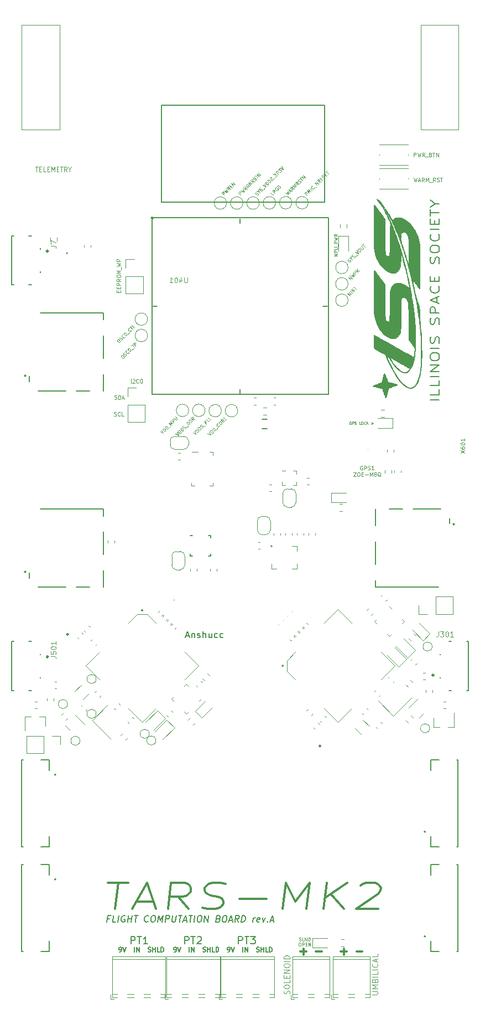
<source format=gbr>
%TF.GenerationSoftware,KiCad,Pcbnew,6.0.2*%
%TF.CreationDate,2022-02-16T12:43:48-06:00*%
%TF.ProjectId,FCB,4643422e-6b69-4636-9164-5f7063625858,A*%
%TF.SameCoordinates,Original*%
%TF.FileFunction,Legend,Top*%
%TF.FilePolarity,Positive*%
%FSLAX46Y46*%
G04 Gerber Fmt 4.6, Leading zero omitted, Abs format (unit mm)*
G04 Created by KiCad (PCBNEW 6.0.2) date 2022-02-16 12:43:48*
%MOMM*%
%LPD*%
G01*
G04 APERTURE LIST*
%ADD10C,0.130000*%
%ADD11C,0.350000*%
%ADD12C,0.060000*%
%ADD13C,0.070000*%
%ADD14C,0.100000*%
%ADD15C,0.200000*%
%ADD16C,0.075000*%
%ADD17C,0.050000*%
%ADD18C,0.140000*%
%ADD19C,0.120000*%
%ADD20C,0.150000*%
%ADD21C,0.080000*%
%ADD22C,0.300000*%
%ADD23C,0.061772*%
%ADD24C,0.015000*%
%ADD25C,0.127000*%
%ADD26C,0.254000*%
%ADD27C,0.010000*%
%ADD28C,0.250000*%
G04 APERTURE END LIST*
D10*
X184939851Y-213658571D02*
X184606517Y-213658571D01*
X184541041Y-214182380D02*
X184666041Y-213182380D01*
X185142232Y-213182380D01*
X185874375Y-214182380D02*
X185398184Y-214182380D01*
X185523184Y-213182380D01*
X186207708Y-214182380D02*
X186332708Y-213182380D01*
X187326755Y-213230000D02*
X187237470Y-213182380D01*
X187094613Y-213182380D01*
X186945803Y-213230000D01*
X186838660Y-213325238D01*
X186779136Y-213420476D01*
X186707708Y-213610952D01*
X186689851Y-213753809D01*
X186713660Y-213944285D01*
X186749375Y-214039523D01*
X186832708Y-214134761D01*
X186969613Y-214182380D01*
X187064851Y-214182380D01*
X187213660Y-214134761D01*
X187267232Y-214087142D01*
X187308898Y-213753809D01*
X187118422Y-213753809D01*
X187683898Y-214182380D02*
X187808898Y-213182380D01*
X187749375Y-213658571D02*
X188320803Y-213658571D01*
X188255327Y-214182380D02*
X188380327Y-213182380D01*
X188713660Y-213182380D02*
X189285089Y-213182380D01*
X188874375Y-214182380D02*
X188999375Y-213182380D01*
X190838660Y-214087142D02*
X190785089Y-214134761D01*
X190636279Y-214182380D01*
X190541041Y-214182380D01*
X190404136Y-214134761D01*
X190320803Y-214039523D01*
X190285089Y-213944285D01*
X190261279Y-213753809D01*
X190279136Y-213610952D01*
X190350565Y-213420476D01*
X190410089Y-213325238D01*
X190517232Y-213230000D01*
X190666041Y-213182380D01*
X190761279Y-213182380D01*
X190898184Y-213230000D01*
X190939851Y-213277619D01*
X191570803Y-213182380D02*
X191761279Y-213182380D01*
X191850565Y-213230000D01*
X191933898Y-213325238D01*
X191957708Y-213515714D01*
X191916041Y-213849047D01*
X191844613Y-214039523D01*
X191737470Y-214134761D01*
X191636279Y-214182380D01*
X191445803Y-214182380D01*
X191356517Y-214134761D01*
X191273184Y-214039523D01*
X191249375Y-213849047D01*
X191291041Y-213515714D01*
X191362470Y-213325238D01*
X191469613Y-213230000D01*
X191570803Y-213182380D01*
X192302946Y-214182380D02*
X192427946Y-213182380D01*
X192671994Y-213896666D01*
X193094613Y-213182380D01*
X192969613Y-214182380D01*
X193445803Y-214182380D02*
X193570803Y-213182380D01*
X193951755Y-213182380D01*
X194041041Y-213230000D01*
X194082708Y-213277619D01*
X194118422Y-213372857D01*
X194100565Y-213515714D01*
X194041041Y-213610952D01*
X193987470Y-213658571D01*
X193886279Y-213706190D01*
X193505327Y-213706190D01*
X194570803Y-213182380D02*
X194469613Y-213991904D01*
X194505327Y-214087142D01*
X194546994Y-214134761D01*
X194636279Y-214182380D01*
X194826755Y-214182380D01*
X194927946Y-214134761D01*
X194981517Y-214087142D01*
X195041041Y-213991904D01*
X195142232Y-213182380D01*
X195475565Y-213182380D02*
X196046994Y-213182380D01*
X195636279Y-214182380D02*
X195761279Y-213182380D01*
X196243422Y-213896666D02*
X196719613Y-213896666D01*
X196112470Y-214182380D02*
X196570803Y-213182380D01*
X196779136Y-214182380D01*
X197094613Y-213182380D02*
X197666041Y-213182380D01*
X197255327Y-214182380D02*
X197380327Y-213182380D01*
X197874375Y-214182380D02*
X197999375Y-213182380D01*
X198666041Y-213182380D02*
X198856517Y-213182380D01*
X198945803Y-213230000D01*
X199029136Y-213325238D01*
X199052946Y-213515714D01*
X199011279Y-213849047D01*
X198939851Y-214039523D01*
X198832708Y-214134761D01*
X198731517Y-214182380D01*
X198541041Y-214182380D01*
X198451755Y-214134761D01*
X198368422Y-214039523D01*
X198344613Y-213849047D01*
X198386279Y-213515714D01*
X198457708Y-213325238D01*
X198564851Y-213230000D01*
X198666041Y-213182380D01*
X199398184Y-214182380D02*
X199523184Y-213182380D01*
X199969613Y-214182380D01*
X200094613Y-213182380D01*
X201606517Y-213658571D02*
X201743422Y-213706190D01*
X201785089Y-213753809D01*
X201820803Y-213849047D01*
X201802946Y-213991904D01*
X201743422Y-214087142D01*
X201689851Y-214134761D01*
X201588660Y-214182380D01*
X201207708Y-214182380D01*
X201332708Y-213182380D01*
X201666041Y-213182380D01*
X201755327Y-213230000D01*
X201796994Y-213277619D01*
X201832708Y-213372857D01*
X201820803Y-213468095D01*
X201761279Y-213563333D01*
X201707708Y-213610952D01*
X201606517Y-213658571D01*
X201273184Y-213658571D01*
X202523184Y-213182380D02*
X202713660Y-213182380D01*
X202802946Y-213230000D01*
X202886279Y-213325238D01*
X202910089Y-213515714D01*
X202868422Y-213849047D01*
X202796994Y-214039523D01*
X202689851Y-214134761D01*
X202588660Y-214182380D01*
X202398184Y-214182380D01*
X202308898Y-214134761D01*
X202225565Y-214039523D01*
X202201755Y-213849047D01*
X202243422Y-213515714D01*
X202314851Y-213325238D01*
X202421994Y-213230000D01*
X202523184Y-213182380D01*
X203243422Y-213896666D02*
X203719613Y-213896666D01*
X203112470Y-214182380D02*
X203570803Y-213182380D01*
X203779136Y-214182380D01*
X204683898Y-214182380D02*
X204410089Y-213706190D01*
X204112470Y-214182380D02*
X204237470Y-213182380D01*
X204618422Y-213182380D01*
X204707708Y-213230000D01*
X204749375Y-213277619D01*
X204785089Y-213372857D01*
X204767232Y-213515714D01*
X204707708Y-213610952D01*
X204654136Y-213658571D01*
X204552946Y-213706190D01*
X204171994Y-213706190D01*
X205112470Y-214182380D02*
X205237470Y-213182380D01*
X205475565Y-213182380D01*
X205612470Y-213230000D01*
X205695803Y-213325238D01*
X205731517Y-213420476D01*
X205755327Y-213610952D01*
X205737470Y-213753809D01*
X205666041Y-213944285D01*
X205606517Y-214039523D01*
X205499375Y-214134761D01*
X205350565Y-214182380D01*
X205112470Y-214182380D01*
X206874375Y-214182380D02*
X206957708Y-213515714D01*
X206933898Y-213706190D02*
X206993422Y-213610952D01*
X207046994Y-213563333D01*
X207148184Y-213515714D01*
X207243422Y-213515714D01*
X207880327Y-214134761D02*
X207779136Y-214182380D01*
X207588660Y-214182380D01*
X207499375Y-214134761D01*
X207463660Y-214039523D01*
X207511279Y-213658571D01*
X207570803Y-213563333D01*
X207671994Y-213515714D01*
X207862470Y-213515714D01*
X207951755Y-213563333D01*
X207987470Y-213658571D01*
X207975565Y-213753809D01*
X207487470Y-213849047D01*
X208338660Y-213515714D02*
X208493422Y-214182380D01*
X208814851Y-213515714D01*
X209124375Y-214087142D02*
X209166041Y-214134761D01*
X209112470Y-214182380D01*
X209070803Y-214134761D01*
X209124375Y-214087142D01*
X209112470Y-214182380D01*
X209576755Y-213896666D02*
X210052946Y-213896666D01*
X209445803Y-214182380D02*
X209904136Y-213182380D01*
X210112470Y-214182380D01*
D11*
X184667023Y-208179523D02*
X187809880Y-208179523D01*
X185738452Y-212179523D02*
X186238452Y-208179523D01*
X189024166Y-211036666D02*
X191643214Y-211036666D01*
X188357500Y-212179523D02*
X190690833Y-208179523D01*
X192024166Y-212179523D01*
X197000357Y-212179523D02*
X195405119Y-210274761D01*
X193857500Y-212179523D02*
X194357500Y-208179523D01*
X196452738Y-208179523D01*
X196952738Y-208370000D01*
X197190833Y-208560476D01*
X197405119Y-208941428D01*
X197333690Y-209512857D01*
X197024166Y-209893809D01*
X196738452Y-210084285D01*
X196190833Y-210274761D01*
X194095595Y-210274761D01*
X199119404Y-211989047D02*
X199881309Y-212179523D01*
X201190833Y-212179523D01*
X201738452Y-211989047D01*
X202024166Y-211798571D01*
X202333690Y-211417619D01*
X202381309Y-211036666D01*
X202167023Y-210655714D01*
X201928928Y-210465238D01*
X201428928Y-210274761D01*
X200405119Y-210084285D01*
X199905119Y-209893809D01*
X199667023Y-209703333D01*
X199452738Y-209322380D01*
X199500357Y-208941428D01*
X199809880Y-208560476D01*
X200095595Y-208370000D01*
X200643214Y-208179523D01*
X201952738Y-208179523D01*
X202714642Y-208370000D01*
X204786071Y-210655714D02*
X208976547Y-210655714D01*
X211405119Y-212179523D02*
X211905119Y-208179523D01*
X213381309Y-211036666D01*
X215571785Y-208179523D01*
X215071785Y-212179523D01*
X217690833Y-212179523D02*
X218190833Y-208179523D01*
X220833690Y-212179523D02*
X218762261Y-209893809D01*
X221333690Y-208179523D02*
X217905119Y-210465238D01*
X223381309Y-208560476D02*
X223667023Y-208370000D01*
X224214642Y-208179523D01*
X225524166Y-208179523D01*
X226024166Y-208370000D01*
X226262261Y-208560476D01*
X226476547Y-208941428D01*
X226428928Y-209322380D01*
X226095595Y-209893809D01*
X222667023Y-212179523D01*
X226071785Y-212179523D01*
D12*
X215154771Y-103075110D02*
X214801217Y-102721557D01*
X214935904Y-102586870D01*
X214986412Y-102570034D01*
X215020084Y-102570034D01*
X215070591Y-102586870D01*
X215121099Y-102637377D01*
X215137935Y-102687885D01*
X215137935Y-102721557D01*
X215121099Y-102772064D01*
X214986412Y-102906751D01*
X215508324Y-102721557D02*
X215154771Y-102368003D01*
X215525160Y-102502690D01*
X215390473Y-102132301D01*
X215744026Y-102485854D01*
X215912385Y-102317496D02*
X215558832Y-101963942D01*
X216249103Y-101913435D02*
X216249103Y-101947106D01*
X216215431Y-102014450D01*
X216181759Y-102048122D01*
X216114416Y-102081793D01*
X216047072Y-102081793D01*
X215996564Y-102064957D01*
X215912385Y-102014450D01*
X215861877Y-101963942D01*
X215811370Y-101879763D01*
X215794534Y-101829255D01*
X215794534Y-101761912D01*
X215828206Y-101694568D01*
X215861877Y-101660896D01*
X215929221Y-101627225D01*
X215962893Y-101627225D01*
X216383790Y-101913435D02*
X216653164Y-101644061D01*
X216703671Y-101526209D02*
X216350118Y-101172656D01*
X216905702Y-101324179D01*
X216552148Y-100970625D01*
X217276091Y-100953790D02*
X216989881Y-100903282D01*
X217074061Y-101155820D02*
X216720507Y-100802267D01*
X216855194Y-100667580D01*
X216905702Y-100650744D01*
X216939374Y-100650744D01*
X216989881Y-100667580D01*
X217040389Y-100718087D01*
X217057225Y-100768595D01*
X217057225Y-100802267D01*
X217040389Y-100852774D01*
X216905702Y-100987461D01*
X217242419Y-100617072D02*
X217360270Y-100499221D01*
X217595973Y-100633908D02*
X217427614Y-100802267D01*
X217074061Y-100448713D01*
X217242419Y-100280355D01*
X217713824Y-100482385D02*
X217781167Y-100448713D01*
X217865347Y-100364534D01*
X217882183Y-100314026D01*
X217882183Y-100280355D01*
X217865347Y-100229847D01*
X217831675Y-100196175D01*
X217781167Y-100179339D01*
X217747496Y-100179339D01*
X217696988Y-100196175D01*
X217612809Y-100246683D01*
X217562301Y-100263519D01*
X217528629Y-100263519D01*
X217478122Y-100246683D01*
X217444450Y-100213011D01*
X217427614Y-100162503D01*
X217427614Y-100128832D01*
X217444450Y-100078324D01*
X217528629Y-99994145D01*
X217595973Y-99960473D01*
X217899018Y-99960473D02*
X218016870Y-99842622D01*
X218252572Y-99977309D02*
X218084213Y-100145668D01*
X217730660Y-99792114D01*
X217899018Y-99623755D01*
X218000034Y-99522740D02*
X218202064Y-99320710D01*
X218454602Y-99775278D02*
X218101049Y-99421725D01*
D13*
X231528571Y-97151428D02*
X231528571Y-96551428D01*
X231757142Y-96551428D01*
X231814285Y-96580000D01*
X231842857Y-96608571D01*
X231871428Y-96665714D01*
X231871428Y-96751428D01*
X231842857Y-96808571D01*
X231814285Y-96837142D01*
X231757142Y-96865714D01*
X231528571Y-96865714D01*
X232071428Y-96551428D02*
X232214285Y-97151428D01*
X232328571Y-96722857D01*
X232442857Y-97151428D01*
X232585714Y-96551428D01*
X233157142Y-97151428D02*
X232957142Y-96865714D01*
X232814285Y-97151428D02*
X232814285Y-96551428D01*
X233042857Y-96551428D01*
X233100000Y-96580000D01*
X233128571Y-96608571D01*
X233157142Y-96665714D01*
X233157142Y-96751428D01*
X233128571Y-96808571D01*
X233100000Y-96837142D01*
X233042857Y-96865714D01*
X232814285Y-96865714D01*
X233271428Y-97208571D02*
X233728571Y-97208571D01*
X234071428Y-96837142D02*
X234157142Y-96865714D01*
X234185714Y-96894285D01*
X234214285Y-96951428D01*
X234214285Y-97037142D01*
X234185714Y-97094285D01*
X234157142Y-97122857D01*
X234100000Y-97151428D01*
X233871428Y-97151428D01*
X233871428Y-96551428D01*
X234071428Y-96551428D01*
X234128571Y-96580000D01*
X234157142Y-96608571D01*
X234185714Y-96665714D01*
X234185714Y-96722857D01*
X234157142Y-96780000D01*
X234128571Y-96808571D01*
X234071428Y-96837142D01*
X233871428Y-96837142D01*
X234385714Y-96551428D02*
X234728571Y-96551428D01*
X234557142Y-97151428D02*
X234557142Y-96551428D01*
X234928571Y-97151428D02*
X234928571Y-96551428D01*
X235271428Y-97151428D01*
X235271428Y-96551428D01*
X231490000Y-100378428D02*
X231632857Y-100978428D01*
X231747142Y-100549857D01*
X231861428Y-100978428D01*
X232004285Y-100378428D01*
X232204285Y-100807000D02*
X232490000Y-100807000D01*
X232147142Y-100978428D02*
X232347142Y-100378428D01*
X232547142Y-100978428D01*
X233090000Y-100978428D02*
X232890000Y-100692714D01*
X232747142Y-100978428D02*
X232747142Y-100378428D01*
X232975714Y-100378428D01*
X233032857Y-100407000D01*
X233061428Y-100435571D01*
X233090000Y-100492714D01*
X233090000Y-100578428D01*
X233061428Y-100635571D01*
X233032857Y-100664142D01*
X232975714Y-100692714D01*
X232747142Y-100692714D01*
X233347142Y-100978428D02*
X233347142Y-100378428D01*
X233547142Y-100807000D01*
X233747142Y-100378428D01*
X233747142Y-100978428D01*
X233890000Y-101035571D02*
X234347142Y-101035571D01*
X234832857Y-100978428D02*
X234632857Y-100692714D01*
X234490000Y-100978428D02*
X234490000Y-100378428D01*
X234718571Y-100378428D01*
X234775714Y-100407000D01*
X234804285Y-100435571D01*
X234832857Y-100492714D01*
X234832857Y-100578428D01*
X234804285Y-100635571D01*
X234775714Y-100664142D01*
X234718571Y-100692714D01*
X234490000Y-100692714D01*
X235061428Y-100949857D02*
X235147142Y-100978428D01*
X235290000Y-100978428D01*
X235347142Y-100949857D01*
X235375714Y-100921285D01*
X235404285Y-100864142D01*
X235404285Y-100807000D01*
X235375714Y-100749857D01*
X235347142Y-100721285D01*
X235290000Y-100692714D01*
X235175714Y-100664142D01*
X235118571Y-100635571D01*
X235090000Y-100607000D01*
X235061428Y-100549857D01*
X235061428Y-100492714D01*
X235090000Y-100435571D01*
X235118571Y-100407000D01*
X235175714Y-100378428D01*
X235318571Y-100378428D01*
X235404285Y-100407000D01*
X235575714Y-100378428D02*
X235918571Y-100378428D01*
X235747142Y-100978428D02*
X235747142Y-100378428D01*
D12*
X219826190Y-112364761D02*
X219326190Y-112364761D01*
X219683333Y-112198095D01*
X219326190Y-112031428D01*
X219826190Y-112031428D01*
X219826190Y-111793333D02*
X219326190Y-111793333D01*
X219326190Y-111602857D01*
X219350000Y-111555238D01*
X219373809Y-111531428D01*
X219421428Y-111507619D01*
X219492857Y-111507619D01*
X219540476Y-111531428D01*
X219564285Y-111555238D01*
X219588095Y-111602857D01*
X219588095Y-111793333D01*
X219326190Y-111293333D02*
X219730952Y-111293333D01*
X219778571Y-111269523D01*
X219802380Y-111245714D01*
X219826190Y-111198095D01*
X219826190Y-111102857D01*
X219802380Y-111055238D01*
X219778571Y-111031428D01*
X219730952Y-111007619D01*
X219326190Y-111007619D01*
X219873809Y-110888571D02*
X219873809Y-110507619D01*
X219826190Y-110388571D02*
X219326190Y-110388571D01*
X219326190Y-110198095D01*
X219350000Y-110150476D01*
X219373809Y-110126666D01*
X219421428Y-110102857D01*
X219492857Y-110102857D01*
X219540476Y-110126666D01*
X219564285Y-110150476D01*
X219588095Y-110198095D01*
X219588095Y-110388571D01*
X219326190Y-109936190D02*
X219826190Y-109817142D01*
X219469047Y-109721904D01*
X219826190Y-109626666D01*
X219326190Y-109507619D01*
X219826190Y-109031428D02*
X219588095Y-109198095D01*
X219826190Y-109317142D02*
X219326190Y-109317142D01*
X219326190Y-109126666D01*
X219350000Y-109079047D01*
X219373809Y-109055238D01*
X219421428Y-109031428D01*
X219492857Y-109031428D01*
X219540476Y-109055238D01*
X219564285Y-109079047D01*
X219588095Y-109126666D01*
X219588095Y-109317142D01*
D14*
X185681428Y-134212857D02*
X185767142Y-134241428D01*
X185910000Y-134241428D01*
X185967142Y-134212857D01*
X185995714Y-134184285D01*
X186024285Y-134127142D01*
X186024285Y-134070000D01*
X185995714Y-134012857D01*
X185967142Y-133984285D01*
X185910000Y-133955714D01*
X185795714Y-133927142D01*
X185738571Y-133898571D01*
X185710000Y-133870000D01*
X185681428Y-133812857D01*
X185681428Y-133755714D01*
X185710000Y-133698571D01*
X185738571Y-133670000D01*
X185795714Y-133641428D01*
X185938571Y-133641428D01*
X186024285Y-133670000D01*
X186281428Y-134241428D02*
X186281428Y-133641428D01*
X186424285Y-133641428D01*
X186510000Y-133670000D01*
X186567142Y-133727142D01*
X186595714Y-133784285D01*
X186624285Y-133898571D01*
X186624285Y-133984285D01*
X186595714Y-134098571D01*
X186567142Y-134155714D01*
X186510000Y-134212857D01*
X186424285Y-134241428D01*
X186281428Y-134241428D01*
X186852857Y-134070000D02*
X187138571Y-134070000D01*
X186795714Y-134241428D02*
X186995714Y-133641428D01*
X187195714Y-134241428D01*
X185615714Y-136772857D02*
X185701428Y-136801428D01*
X185844285Y-136801428D01*
X185901428Y-136772857D01*
X185930000Y-136744285D01*
X185958571Y-136687142D01*
X185958571Y-136630000D01*
X185930000Y-136572857D01*
X185901428Y-136544285D01*
X185844285Y-136515714D01*
X185730000Y-136487142D01*
X185672857Y-136458571D01*
X185644285Y-136430000D01*
X185615714Y-136372857D01*
X185615714Y-136315714D01*
X185644285Y-136258571D01*
X185672857Y-136230000D01*
X185730000Y-136201428D01*
X185872857Y-136201428D01*
X185958571Y-136230000D01*
X186558571Y-136744285D02*
X186530000Y-136772857D01*
X186444285Y-136801428D01*
X186387142Y-136801428D01*
X186301428Y-136772857D01*
X186244285Y-136715714D01*
X186215714Y-136658571D01*
X186187142Y-136544285D01*
X186187142Y-136458571D01*
X186215714Y-136344285D01*
X186244285Y-136287142D01*
X186301428Y-136230000D01*
X186387142Y-136201428D01*
X186444285Y-136201428D01*
X186530000Y-136230000D01*
X186558571Y-136258571D01*
X187101428Y-136801428D02*
X186815714Y-136801428D01*
X186815714Y-136201428D01*
X188188571Y-131761428D02*
X188188571Y-131161428D01*
X188445714Y-131218571D02*
X188474285Y-131190000D01*
X188531428Y-131161428D01*
X188674285Y-131161428D01*
X188731428Y-131190000D01*
X188760000Y-131218571D01*
X188788571Y-131275714D01*
X188788571Y-131332857D01*
X188760000Y-131418571D01*
X188417142Y-131761428D01*
X188788571Y-131761428D01*
X189388571Y-131704285D02*
X189360000Y-131732857D01*
X189274285Y-131761428D01*
X189217142Y-131761428D01*
X189131428Y-131732857D01*
X189074285Y-131675714D01*
X189045714Y-131618571D01*
X189017142Y-131504285D01*
X189017142Y-131418571D01*
X189045714Y-131304285D01*
X189074285Y-131247142D01*
X189131428Y-131190000D01*
X189217142Y-131161428D01*
X189274285Y-131161428D01*
X189360000Y-131190000D01*
X189388571Y-131218571D01*
X189760000Y-131161428D02*
X189817142Y-131161428D01*
X189874285Y-131190000D01*
X189902857Y-131218571D01*
X189931428Y-131275714D01*
X189960000Y-131390000D01*
X189960000Y-131532857D01*
X189931428Y-131647142D01*
X189902857Y-131704285D01*
X189874285Y-131732857D01*
X189817142Y-131761428D01*
X189760000Y-131761428D01*
X189702857Y-131732857D01*
X189674285Y-131704285D01*
X189645714Y-131647142D01*
X189617142Y-131532857D01*
X189617142Y-131390000D01*
X189645714Y-131275714D01*
X189674285Y-131218571D01*
X189702857Y-131190000D01*
X189760000Y-131161428D01*
X186317142Y-117898571D02*
X186317142Y-117698571D01*
X186631428Y-117612857D02*
X186631428Y-117898571D01*
X186031428Y-117898571D01*
X186031428Y-117612857D01*
X186317142Y-117355714D02*
X186317142Y-117155714D01*
X186631428Y-117070000D02*
X186631428Y-117355714D01*
X186031428Y-117355714D01*
X186031428Y-117070000D01*
X186631428Y-116812857D02*
X186031428Y-116812857D01*
X186031428Y-116584285D01*
X186060000Y-116527142D01*
X186088571Y-116498571D01*
X186145714Y-116470000D01*
X186231428Y-116470000D01*
X186288571Y-116498571D01*
X186317142Y-116527142D01*
X186345714Y-116584285D01*
X186345714Y-116812857D01*
X186631428Y-115870000D02*
X186345714Y-116070000D01*
X186631428Y-116212857D02*
X186031428Y-116212857D01*
X186031428Y-115984285D01*
X186060000Y-115927142D01*
X186088571Y-115898571D01*
X186145714Y-115870000D01*
X186231428Y-115870000D01*
X186288571Y-115898571D01*
X186317142Y-115927142D01*
X186345714Y-115984285D01*
X186345714Y-116212857D01*
X186031428Y-115498571D02*
X186031428Y-115384285D01*
X186060000Y-115327142D01*
X186117142Y-115270000D01*
X186231428Y-115241428D01*
X186431428Y-115241428D01*
X186545714Y-115270000D01*
X186602857Y-115327142D01*
X186631428Y-115384285D01*
X186631428Y-115498571D01*
X186602857Y-115555714D01*
X186545714Y-115612857D01*
X186431428Y-115641428D01*
X186231428Y-115641428D01*
X186117142Y-115612857D01*
X186060000Y-115555714D01*
X186031428Y-115498571D01*
X186631428Y-114984285D02*
X186031428Y-114984285D01*
X186460000Y-114784285D01*
X186031428Y-114584285D01*
X186631428Y-114584285D01*
X186688571Y-114441428D02*
X186688571Y-113984285D01*
X186031428Y-113898571D02*
X186631428Y-113755714D01*
X186202857Y-113641428D01*
X186631428Y-113527142D01*
X186031428Y-113384285D01*
X186631428Y-113155714D02*
X186031428Y-113155714D01*
X186031428Y-112927142D01*
X186060000Y-112870000D01*
X186088571Y-112841428D01*
X186145714Y-112812857D01*
X186231428Y-112812857D01*
X186288571Y-112841428D01*
X186317142Y-112870000D01*
X186345714Y-112927142D01*
X186345714Y-113155714D01*
D15*
X196602857Y-170406666D02*
X197079047Y-170406666D01*
X196507619Y-170692380D02*
X196840952Y-169692380D01*
X197174285Y-170692380D01*
X197507619Y-170025714D02*
X197507619Y-170692380D01*
X197507619Y-170120952D02*
X197555238Y-170073333D01*
X197650476Y-170025714D01*
X197793333Y-170025714D01*
X197888571Y-170073333D01*
X197936190Y-170168571D01*
X197936190Y-170692380D01*
X198364761Y-170644761D02*
X198460000Y-170692380D01*
X198650476Y-170692380D01*
X198745714Y-170644761D01*
X198793333Y-170549523D01*
X198793333Y-170501904D01*
X198745714Y-170406666D01*
X198650476Y-170359047D01*
X198507619Y-170359047D01*
X198412380Y-170311428D01*
X198364761Y-170216190D01*
X198364761Y-170168571D01*
X198412380Y-170073333D01*
X198507619Y-170025714D01*
X198650476Y-170025714D01*
X198745714Y-170073333D01*
X199221904Y-170692380D02*
X199221904Y-169692380D01*
X199650476Y-170692380D02*
X199650476Y-170168571D01*
X199602857Y-170073333D01*
X199507619Y-170025714D01*
X199364761Y-170025714D01*
X199269523Y-170073333D01*
X199221904Y-170120952D01*
X200555238Y-170025714D02*
X200555238Y-170692380D01*
X200126666Y-170025714D02*
X200126666Y-170549523D01*
X200174285Y-170644761D01*
X200269523Y-170692380D01*
X200412380Y-170692380D01*
X200507619Y-170644761D01*
X200555238Y-170597142D01*
X201460000Y-170644761D02*
X201364761Y-170692380D01*
X201174285Y-170692380D01*
X201079047Y-170644761D01*
X201031428Y-170597142D01*
X200983809Y-170501904D01*
X200983809Y-170216190D01*
X201031428Y-170120952D01*
X201079047Y-170073333D01*
X201174285Y-170025714D01*
X201364761Y-170025714D01*
X201460000Y-170073333D01*
X202317142Y-170644761D02*
X202221904Y-170692380D01*
X202031428Y-170692380D01*
X201936190Y-170644761D01*
X201888571Y-170597142D01*
X201840952Y-170501904D01*
X201840952Y-170216190D01*
X201888571Y-170120952D01*
X201936190Y-170073333D01*
X202031428Y-170025714D01*
X202221904Y-170025714D01*
X202317142Y-170073333D01*
D16*
X223635714Y-144467000D02*
X223578571Y-144438428D01*
X223492857Y-144438428D01*
X223407142Y-144467000D01*
X223350000Y-144524142D01*
X223321428Y-144581285D01*
X223292857Y-144695571D01*
X223292857Y-144781285D01*
X223321428Y-144895571D01*
X223350000Y-144952714D01*
X223407142Y-145009857D01*
X223492857Y-145038428D01*
X223550000Y-145038428D01*
X223635714Y-145009857D01*
X223664285Y-144981285D01*
X223664285Y-144781285D01*
X223550000Y-144781285D01*
X223921428Y-145038428D02*
X223921428Y-144438428D01*
X224150000Y-144438428D01*
X224207142Y-144467000D01*
X224235714Y-144495571D01*
X224264285Y-144552714D01*
X224264285Y-144638428D01*
X224235714Y-144695571D01*
X224207142Y-144724142D01*
X224150000Y-144752714D01*
X223921428Y-144752714D01*
X224492857Y-145009857D02*
X224578571Y-145038428D01*
X224721428Y-145038428D01*
X224778571Y-145009857D01*
X224807142Y-144981285D01*
X224835714Y-144924142D01*
X224835714Y-144867000D01*
X224807142Y-144809857D01*
X224778571Y-144781285D01*
X224721428Y-144752714D01*
X224607142Y-144724142D01*
X224550000Y-144695571D01*
X224521428Y-144667000D01*
X224492857Y-144609857D01*
X224492857Y-144552714D01*
X224521428Y-144495571D01*
X224550000Y-144467000D01*
X224607142Y-144438428D01*
X224750000Y-144438428D01*
X224835714Y-144467000D01*
X225407142Y-145038428D02*
X225064285Y-145038428D01*
X225235714Y-145038428D02*
X225235714Y-144438428D01*
X225178571Y-144524142D01*
X225121428Y-144581285D01*
X225064285Y-144609857D01*
X222250000Y-145404428D02*
X222650000Y-145404428D01*
X222250000Y-146004428D01*
X222650000Y-146004428D01*
X222992857Y-145404428D02*
X223107142Y-145404428D01*
X223164285Y-145433000D01*
X223221428Y-145490142D01*
X223250000Y-145604428D01*
X223250000Y-145804428D01*
X223221428Y-145918714D01*
X223164285Y-145975857D01*
X223107142Y-146004428D01*
X222992857Y-146004428D01*
X222935714Y-145975857D01*
X222878571Y-145918714D01*
X222850000Y-145804428D01*
X222850000Y-145604428D01*
X222878571Y-145490142D01*
X222935714Y-145433000D01*
X222992857Y-145404428D01*
X223507142Y-145690142D02*
X223707142Y-145690142D01*
X223792857Y-146004428D02*
X223507142Y-146004428D01*
X223507142Y-145404428D01*
X223792857Y-145404428D01*
X224050000Y-145775857D02*
X224507142Y-145775857D01*
X224792857Y-146004428D02*
X224792857Y-145404428D01*
X224992857Y-145833000D01*
X225192857Y-145404428D01*
X225192857Y-146004428D01*
X225564285Y-145661571D02*
X225507142Y-145633000D01*
X225478571Y-145604428D01*
X225450000Y-145547285D01*
X225450000Y-145518714D01*
X225478571Y-145461571D01*
X225507142Y-145433000D01*
X225564285Y-145404428D01*
X225678571Y-145404428D01*
X225735714Y-145433000D01*
X225764285Y-145461571D01*
X225792857Y-145518714D01*
X225792857Y-145547285D01*
X225764285Y-145604428D01*
X225735714Y-145633000D01*
X225678571Y-145661571D01*
X225564285Y-145661571D01*
X225507142Y-145690142D01*
X225478571Y-145718714D01*
X225450000Y-145775857D01*
X225450000Y-145890142D01*
X225478571Y-145947285D01*
X225507142Y-145975857D01*
X225564285Y-146004428D01*
X225678571Y-146004428D01*
X225735714Y-145975857D01*
X225764285Y-145947285D01*
X225792857Y-145890142D01*
X225792857Y-145775857D01*
X225764285Y-145718714D01*
X225735714Y-145690142D01*
X225678571Y-145661571D01*
X226450000Y-146061571D02*
X226392857Y-146033000D01*
X226335714Y-145975857D01*
X226250000Y-145890142D01*
X226192857Y-145861571D01*
X226135714Y-145861571D01*
X226164285Y-146004428D02*
X226107142Y-145975857D01*
X226050000Y-145918714D01*
X226021428Y-145804428D01*
X226021428Y-145604428D01*
X226050000Y-145490142D01*
X226107142Y-145433000D01*
X226164285Y-145404428D01*
X226278571Y-145404428D01*
X226335714Y-145433000D01*
X226392857Y-145490142D01*
X226421428Y-145604428D01*
X226421428Y-145804428D01*
X226392857Y-145918714D01*
X226335714Y-145975857D01*
X226278571Y-146004428D01*
X226164285Y-146004428D01*
D17*
X221887261Y-137700000D02*
X221849166Y-137680952D01*
X221792023Y-137680952D01*
X221734880Y-137700000D01*
X221696785Y-137738095D01*
X221677738Y-137776190D01*
X221658690Y-137852380D01*
X221658690Y-137909523D01*
X221677738Y-137985714D01*
X221696785Y-138023809D01*
X221734880Y-138061904D01*
X221792023Y-138080952D01*
X221830119Y-138080952D01*
X221887261Y-138061904D01*
X221906309Y-138042857D01*
X221906309Y-137909523D01*
X221830119Y-137909523D01*
X222077738Y-138080952D02*
X222077738Y-137680952D01*
X222230119Y-137680952D01*
X222268214Y-137700000D01*
X222287261Y-137719047D01*
X222306309Y-137757142D01*
X222306309Y-137814285D01*
X222287261Y-137852380D01*
X222268214Y-137871428D01*
X222230119Y-137890476D01*
X222077738Y-137890476D01*
X222458690Y-138061904D02*
X222515833Y-138080952D01*
X222611071Y-138080952D01*
X222649166Y-138061904D01*
X222668214Y-138042857D01*
X222687261Y-138004761D01*
X222687261Y-137966666D01*
X222668214Y-137928571D01*
X222649166Y-137909523D01*
X222611071Y-137890476D01*
X222534880Y-137871428D01*
X222496785Y-137852380D01*
X222477738Y-137833333D01*
X222458690Y-137795238D01*
X222458690Y-137757142D01*
X222477738Y-137719047D01*
X222496785Y-137700000D01*
X222534880Y-137680952D01*
X222630119Y-137680952D01*
X222687261Y-137700000D01*
X223353928Y-138080952D02*
X223163452Y-138080952D01*
X223163452Y-137680952D01*
X223563452Y-137680952D02*
X223639642Y-137680952D01*
X223677738Y-137700000D01*
X223715833Y-137738095D01*
X223734880Y-137814285D01*
X223734880Y-137947619D01*
X223715833Y-138023809D01*
X223677738Y-138061904D01*
X223639642Y-138080952D01*
X223563452Y-138080952D01*
X223525357Y-138061904D01*
X223487261Y-138023809D01*
X223468214Y-137947619D01*
X223468214Y-137814285D01*
X223487261Y-137738095D01*
X223525357Y-137700000D01*
X223563452Y-137680952D01*
X224134880Y-138042857D02*
X224115833Y-138061904D01*
X224058690Y-138080952D01*
X224020595Y-138080952D01*
X223963452Y-138061904D01*
X223925357Y-138023809D01*
X223906309Y-137985714D01*
X223887261Y-137909523D01*
X223887261Y-137852380D01*
X223906309Y-137776190D01*
X223925357Y-137738095D01*
X223963452Y-137700000D01*
X224020595Y-137680952D01*
X224058690Y-137680952D01*
X224115833Y-137700000D01*
X224134880Y-137719047D01*
X224306309Y-138080952D02*
X224306309Y-137680952D01*
X224534880Y-138080952D02*
X224363452Y-137852380D01*
X224534880Y-137680952D02*
X224306309Y-137909523D01*
X225011071Y-137814285D02*
X225315833Y-137928571D01*
X225011071Y-138042857D01*
D14*
X173575000Y-98716666D02*
X173975000Y-98716666D01*
X173775000Y-99416666D02*
X173775000Y-98716666D01*
X174208333Y-99050000D02*
X174441666Y-99050000D01*
X174541666Y-99416666D02*
X174208333Y-99416666D01*
X174208333Y-98716666D01*
X174541666Y-98716666D01*
X175175000Y-99416666D02*
X174841666Y-99416666D01*
X174841666Y-98716666D01*
X175408333Y-99050000D02*
X175641666Y-99050000D01*
X175741666Y-99416666D02*
X175408333Y-99416666D01*
X175408333Y-98716666D01*
X175741666Y-98716666D01*
X176041666Y-99416666D02*
X176041666Y-98716666D01*
X176275000Y-99216666D01*
X176508333Y-98716666D01*
X176508333Y-99416666D01*
X176841666Y-99050000D02*
X177075000Y-99050000D01*
X177175000Y-99416666D02*
X176841666Y-99416666D01*
X176841666Y-98716666D01*
X177175000Y-98716666D01*
X177375000Y-98716666D02*
X177775000Y-98716666D01*
X177575000Y-99416666D02*
X177575000Y-98716666D01*
X178408333Y-99416666D02*
X178175000Y-99083333D01*
X178008333Y-99416666D02*
X178008333Y-98716666D01*
X178275000Y-98716666D01*
X178341666Y-98750000D01*
X178375000Y-98783333D01*
X178408333Y-98850000D01*
X178408333Y-98950000D01*
X178375000Y-99016666D01*
X178341666Y-99050000D01*
X178275000Y-99083333D01*
X178008333Y-99083333D01*
X178841666Y-99083333D02*
X178841666Y-99416666D01*
X178608333Y-98716666D02*
X178841666Y-99083333D01*
X179075000Y-98716666D01*
D18*
X235423333Y-134358571D02*
X234023333Y-134358571D01*
X235423333Y-132739523D02*
X235423333Y-133549047D01*
X234023333Y-133549047D01*
X235423333Y-131363333D02*
X235423333Y-132172857D01*
X234023333Y-132172857D01*
X235423333Y-130796666D02*
X234023333Y-130796666D01*
X235423333Y-129987142D02*
X234023333Y-129987142D01*
X235423333Y-129015714D01*
X234023333Y-129015714D01*
X234023333Y-127882380D02*
X234023333Y-127558571D01*
X234090000Y-127396666D01*
X234223333Y-127234761D01*
X234490000Y-127153809D01*
X234956666Y-127153809D01*
X235223333Y-127234761D01*
X235356666Y-127396666D01*
X235423333Y-127558571D01*
X235423333Y-127882380D01*
X235356666Y-128044285D01*
X235223333Y-128206190D01*
X234956666Y-128287142D01*
X234490000Y-128287142D01*
X234223333Y-128206190D01*
X234090000Y-128044285D01*
X234023333Y-127882380D01*
X235423333Y-126425238D02*
X234023333Y-126425238D01*
X235356666Y-125696666D02*
X235423333Y-125453809D01*
X235423333Y-125049047D01*
X235356666Y-124887142D01*
X235290000Y-124806190D01*
X235156666Y-124725238D01*
X235023333Y-124725238D01*
X234890000Y-124806190D01*
X234823333Y-124887142D01*
X234756666Y-125049047D01*
X234690000Y-125372857D01*
X234623333Y-125534761D01*
X234556666Y-125615714D01*
X234423333Y-125696666D01*
X234290000Y-125696666D01*
X234156666Y-125615714D01*
X234090000Y-125534761D01*
X234023333Y-125372857D01*
X234023333Y-124968095D01*
X234090000Y-124725238D01*
X235356666Y-122782380D02*
X235423333Y-122539523D01*
X235423333Y-122134761D01*
X235356666Y-121972857D01*
X235290000Y-121891904D01*
X235156666Y-121810952D01*
X235023333Y-121810952D01*
X234890000Y-121891904D01*
X234823333Y-121972857D01*
X234756666Y-122134761D01*
X234690000Y-122458571D01*
X234623333Y-122620476D01*
X234556666Y-122701428D01*
X234423333Y-122782380D01*
X234290000Y-122782380D01*
X234156666Y-122701428D01*
X234090000Y-122620476D01*
X234023333Y-122458571D01*
X234023333Y-122053809D01*
X234090000Y-121810952D01*
X235423333Y-121082380D02*
X234023333Y-121082380D01*
X234023333Y-120434761D01*
X234090000Y-120272857D01*
X234156666Y-120191904D01*
X234290000Y-120110952D01*
X234490000Y-120110952D01*
X234623333Y-120191904D01*
X234690000Y-120272857D01*
X234756666Y-120434761D01*
X234756666Y-121082380D01*
X235023333Y-119463333D02*
X235023333Y-118653809D01*
X235423333Y-119625238D02*
X234023333Y-119058571D01*
X235423333Y-118491904D01*
X235290000Y-116953809D02*
X235356666Y-117034761D01*
X235423333Y-117277619D01*
X235423333Y-117439523D01*
X235356666Y-117682380D01*
X235223333Y-117844285D01*
X235090000Y-117925238D01*
X234823333Y-118006190D01*
X234623333Y-118006190D01*
X234356666Y-117925238D01*
X234223333Y-117844285D01*
X234090000Y-117682380D01*
X234023333Y-117439523D01*
X234023333Y-117277619D01*
X234090000Y-117034761D01*
X234156666Y-116953809D01*
X234690000Y-116225238D02*
X234690000Y-115658571D01*
X235423333Y-115415714D02*
X235423333Y-116225238D01*
X234023333Y-116225238D01*
X234023333Y-115415714D01*
X235356666Y-113472857D02*
X235423333Y-113230000D01*
X235423333Y-112825238D01*
X235356666Y-112663333D01*
X235290000Y-112582380D01*
X235156666Y-112501428D01*
X235023333Y-112501428D01*
X234890000Y-112582380D01*
X234823333Y-112663333D01*
X234756666Y-112825238D01*
X234690000Y-113149047D01*
X234623333Y-113310952D01*
X234556666Y-113391904D01*
X234423333Y-113472857D01*
X234290000Y-113472857D01*
X234156666Y-113391904D01*
X234090000Y-113310952D01*
X234023333Y-113149047D01*
X234023333Y-112744285D01*
X234090000Y-112501428D01*
X234023333Y-111449047D02*
X234023333Y-111125238D01*
X234090000Y-110963333D01*
X234223333Y-110801428D01*
X234490000Y-110720476D01*
X234956666Y-110720476D01*
X235223333Y-110801428D01*
X235356666Y-110963333D01*
X235423333Y-111125238D01*
X235423333Y-111449047D01*
X235356666Y-111610952D01*
X235223333Y-111772857D01*
X234956666Y-111853809D01*
X234490000Y-111853809D01*
X234223333Y-111772857D01*
X234090000Y-111610952D01*
X234023333Y-111449047D01*
X235290000Y-109020476D02*
X235356666Y-109101428D01*
X235423333Y-109344285D01*
X235423333Y-109506190D01*
X235356666Y-109749047D01*
X235223333Y-109910952D01*
X235090000Y-109991904D01*
X234823333Y-110072857D01*
X234623333Y-110072857D01*
X234356666Y-109991904D01*
X234223333Y-109910952D01*
X234090000Y-109749047D01*
X234023333Y-109506190D01*
X234023333Y-109344285D01*
X234090000Y-109101428D01*
X234156666Y-109020476D01*
X235423333Y-108291904D02*
X234023333Y-108291904D01*
X234690000Y-107482380D02*
X234690000Y-106915714D01*
X235423333Y-106672857D02*
X235423333Y-107482380D01*
X234023333Y-107482380D01*
X234023333Y-106672857D01*
X234023333Y-106187142D02*
X234023333Y-105215714D01*
X235423333Y-105701428D02*
X234023333Y-105701428D01*
X234756666Y-104325238D02*
X235423333Y-104325238D01*
X234023333Y-104891904D02*
X234756666Y-104325238D01*
X234023333Y-103758571D01*
D12*
X211869517Y-102663257D02*
X212307250Y-102932631D01*
X212122055Y-102612749D01*
X212441937Y-102797944D01*
X212172563Y-102360211D01*
X212542952Y-102494898D02*
X212711311Y-102326539D01*
X212610295Y-102629585D02*
X212374593Y-102158181D01*
X212845998Y-102393883D01*
X213165879Y-102074001D02*
X212879669Y-102023494D01*
X212963849Y-102276032D02*
X212610295Y-101922478D01*
X212744982Y-101787791D01*
X212795490Y-101770956D01*
X212829162Y-101770956D01*
X212879669Y-101787791D01*
X212930177Y-101838299D01*
X212947013Y-101888807D01*
X212947013Y-101922478D01*
X212930177Y-101972986D01*
X212795490Y-102107673D01*
X213317402Y-101922478D02*
X212963849Y-101568925D01*
X213334238Y-101703612D01*
X213199551Y-101333223D01*
X213553104Y-101686776D01*
X213923494Y-101316387D02*
X213637284Y-101265879D01*
X213721463Y-101518417D02*
X213367910Y-101164864D01*
X213502597Y-101030177D01*
X213553104Y-101013341D01*
X213586776Y-101013341D01*
X213637284Y-101030177D01*
X213687791Y-101080685D01*
X213704627Y-101131192D01*
X213704627Y-101164864D01*
X213687791Y-101215372D01*
X213553104Y-101350059D01*
X214041345Y-101164864D02*
X214108688Y-101131192D01*
X214192868Y-101047013D01*
X214209704Y-100996505D01*
X214209704Y-100962834D01*
X214192868Y-100912326D01*
X214159196Y-100878654D01*
X214108688Y-100861818D01*
X214075017Y-100861818D01*
X214024509Y-100878654D01*
X213940330Y-100929162D01*
X213889822Y-100945998D01*
X213856150Y-100945998D01*
X213805643Y-100929162D01*
X213771971Y-100895490D01*
X213755135Y-100844982D01*
X213755135Y-100811311D01*
X213771971Y-100760803D01*
X213856150Y-100676624D01*
X213923494Y-100642952D01*
X214007673Y-100525101D02*
X214209704Y-100323070D01*
X214462242Y-100777639D02*
X214108688Y-100424086D01*
X214681108Y-100558773D02*
X214327555Y-100205219D01*
X214883139Y-100356742D01*
X214529585Y-100003189D01*
X202483400Y-103046480D02*
X202129847Y-102692927D01*
X202264534Y-102558240D01*
X202315042Y-102541404D01*
X202348713Y-102541404D01*
X202399221Y-102558240D01*
X202449729Y-102608748D01*
X202466564Y-102659255D01*
X202466564Y-102692927D01*
X202449729Y-102743435D01*
X202315042Y-102878122D01*
X202449729Y-102373045D02*
X202887461Y-102642419D01*
X202702267Y-102322538D01*
X203022148Y-102507732D01*
X202752774Y-102070000D01*
X203443045Y-102086835D02*
X203156835Y-102036328D01*
X203241015Y-102288866D02*
X202887461Y-101935312D01*
X203022148Y-101800625D01*
X203072656Y-101783790D01*
X203106328Y-101783790D01*
X203156835Y-101800625D01*
X203207343Y-101851133D01*
X203224179Y-101901641D01*
X203224179Y-101935312D01*
X203207343Y-101985820D01*
X203072656Y-102120507D01*
X203409374Y-101750118D02*
X203527225Y-101632267D01*
X203762927Y-101766954D02*
X203594568Y-101935312D01*
X203241015Y-101581759D01*
X203409374Y-101413400D01*
X203914450Y-101615431D02*
X203560896Y-101261877D01*
X204116480Y-101413400D01*
X203762927Y-101059847D01*
X207514381Y-103071827D02*
X207581725Y-103038156D01*
X207665904Y-102953976D01*
X207682740Y-102903469D01*
X207682740Y-102869797D01*
X207665904Y-102819289D01*
X207632233Y-102785618D01*
X207581725Y-102768782D01*
X207548053Y-102768782D01*
X207497546Y-102785618D01*
X207413366Y-102836125D01*
X207362859Y-102852961D01*
X207329187Y-102852961D01*
X207278679Y-102836125D01*
X207245007Y-102802453D01*
X207228172Y-102751946D01*
X207228172Y-102718274D01*
X207245007Y-102667766D01*
X207329187Y-102583587D01*
X207396530Y-102549915D01*
X207783755Y-102499408D02*
X207952114Y-102667766D01*
X207480710Y-102432064D02*
X207783755Y-102499408D01*
X207716412Y-102196362D01*
X208154145Y-102432064D02*
X208221488Y-102398392D01*
X208305668Y-102314213D01*
X208322503Y-102263705D01*
X208322503Y-102230034D01*
X208305668Y-102179526D01*
X208271996Y-102145854D01*
X208221488Y-102129018D01*
X208187816Y-102129018D01*
X208137309Y-102145854D01*
X208053129Y-102196362D01*
X208002622Y-102213198D01*
X207968950Y-102213198D01*
X207918442Y-102196362D01*
X207884771Y-102162690D01*
X207867935Y-102112183D01*
X207867935Y-102078511D01*
X207884771Y-102028003D01*
X207968950Y-101943824D01*
X208036294Y-101910152D01*
X208474026Y-102213198D02*
X208743400Y-101943824D01*
X208389847Y-101522927D02*
X208861251Y-101758629D01*
X208625549Y-101287225D01*
X209096954Y-101522927D02*
X208743400Y-101169374D01*
X208827580Y-101085194D01*
X208894923Y-101051522D01*
X208962267Y-101051522D01*
X209012774Y-101068358D01*
X209096954Y-101118866D01*
X209147461Y-101169374D01*
X209197969Y-101253553D01*
X209214805Y-101304061D01*
X209214805Y-101371404D01*
X209181133Y-101438748D01*
X209096954Y-101522927D01*
X209450507Y-101169374D02*
X209096954Y-100815820D01*
X209181133Y-100731641D01*
X209248477Y-100697969D01*
X209315820Y-100697969D01*
X209366328Y-100714805D01*
X209450507Y-100765312D01*
X209501015Y-100815820D01*
X209551522Y-100899999D01*
X209568358Y-100950507D01*
X209568358Y-101017851D01*
X209534687Y-101085194D01*
X209450507Y-101169374D01*
X209467343Y-100512774D02*
X209467343Y-100479103D01*
X209484179Y-100428595D01*
X209568358Y-100344416D01*
X209618866Y-100327580D01*
X209652538Y-100327580D01*
X209703045Y-100344416D01*
X209736717Y-100378087D01*
X209770389Y-100445431D01*
X209770389Y-100849492D01*
X209989255Y-100630625D01*
X210090270Y-100596954D02*
X210359644Y-100327580D01*
X210022927Y-99889847D02*
X210241793Y-99670981D01*
X210258629Y-99923519D01*
X210309137Y-99873011D01*
X210359644Y-99856175D01*
X210393316Y-99856175D01*
X210443824Y-99873011D01*
X210528003Y-99957190D01*
X210544839Y-100007698D01*
X210544839Y-100041370D01*
X210528003Y-100091877D01*
X210426988Y-100192893D01*
X210376480Y-100209729D01*
X210342809Y-100209729D01*
X210746870Y-99873011D02*
X210393316Y-99519458D01*
X210528003Y-99384771D01*
X210578511Y-99367935D01*
X210612183Y-99367935D01*
X210662690Y-99384771D01*
X210713198Y-99435278D01*
X210730034Y-99485786D01*
X210730034Y-99519458D01*
X210713198Y-99569965D01*
X210578511Y-99704652D01*
X210713198Y-99199576D02*
X210932064Y-98980710D01*
X210948900Y-99233248D01*
X210999408Y-99182740D01*
X211049915Y-99165904D01*
X211083587Y-99165904D01*
X211134095Y-99182740D01*
X211218274Y-99266920D01*
X211235110Y-99317427D01*
X211235110Y-99351099D01*
X211218274Y-99401607D01*
X211117259Y-99502622D01*
X211066751Y-99519458D01*
X211033079Y-99519458D01*
X211033079Y-98879694D02*
X211504484Y-99115397D01*
X211268782Y-98643992D01*
X210109043Y-102860837D02*
X209940685Y-103029196D01*
X209587131Y-102675643D01*
X210226895Y-102742986D02*
X209873341Y-102389433D01*
X210008028Y-102254746D01*
X210058536Y-102237910D01*
X210092208Y-102237910D01*
X210142715Y-102254746D01*
X210193223Y-102305253D01*
X210210059Y-102355761D01*
X210210059Y-102389433D01*
X210193223Y-102439940D01*
X210058536Y-102574627D01*
X210428925Y-101867521D02*
X210378417Y-101884356D01*
X210327910Y-101934864D01*
X210294238Y-102002208D01*
X210294238Y-102069551D01*
X210311074Y-102120059D01*
X210361582Y-102204238D01*
X210412089Y-102254746D01*
X210496269Y-102305253D01*
X210546776Y-102322089D01*
X210614120Y-102322089D01*
X210681463Y-102288417D01*
X210715135Y-102254746D01*
X210748807Y-102187402D01*
X210748807Y-102153730D01*
X210630956Y-102035879D01*
X210563612Y-102103223D01*
X210934001Y-102035879D02*
X210580448Y-101682326D01*
X210664627Y-101598147D01*
X210731971Y-101564475D01*
X210799314Y-101564475D01*
X210849822Y-101581311D01*
X210934001Y-101631818D01*
X210984509Y-101682326D01*
X211035017Y-101766505D01*
X211051852Y-101817013D01*
X211051852Y-101884356D01*
X211018181Y-101951700D01*
X210934001Y-102035879D01*
X205023129Y-103016751D02*
X204669576Y-102663198D01*
X204804263Y-102528511D01*
X204854771Y-102511675D01*
X204888442Y-102511675D01*
X204938950Y-102528511D01*
X204989458Y-102579018D01*
X205006294Y-102629526D01*
X205006294Y-102663198D01*
X204989458Y-102713705D01*
X204854771Y-102848392D01*
X204989458Y-102343316D02*
X205427190Y-102612690D01*
X205241996Y-102292809D01*
X205561877Y-102478003D01*
X205292503Y-102040270D01*
X205982774Y-102057106D02*
X205696564Y-102006599D01*
X205780744Y-102259137D02*
X205427190Y-101905583D01*
X205561877Y-101770896D01*
X205612385Y-101754061D01*
X205646057Y-101754061D01*
X205696564Y-101770896D01*
X205747072Y-101821404D01*
X205763908Y-101871912D01*
X205763908Y-101905583D01*
X205747072Y-101956091D01*
X205612385Y-102090778D01*
X205848087Y-101484687D02*
X205915431Y-101417343D01*
X205965938Y-101400507D01*
X206033282Y-101400507D01*
X206117461Y-101451015D01*
X206235312Y-101568866D01*
X206285820Y-101653045D01*
X206285820Y-101720389D01*
X206268984Y-101770896D01*
X206201641Y-101838240D01*
X206151133Y-101855076D01*
X206083790Y-101855076D01*
X205999610Y-101804568D01*
X205881759Y-101686717D01*
X205831251Y-101602538D01*
X205831251Y-101535194D01*
X205848087Y-101484687D01*
X206504687Y-101535194D02*
X206151133Y-101181641D01*
X206706717Y-101333164D01*
X206353164Y-100979610D01*
X207077106Y-100962774D02*
X206790896Y-100912267D01*
X206875076Y-101164805D02*
X206521522Y-100811251D01*
X206656209Y-100676564D01*
X206706717Y-100659729D01*
X206740389Y-100659729D01*
X206790896Y-100676564D01*
X206841404Y-100727072D01*
X206858240Y-100777580D01*
X206858240Y-100811251D01*
X206841404Y-100861759D01*
X206706717Y-100996446D01*
X207194957Y-100811251D02*
X207262301Y-100777580D01*
X207346480Y-100693400D01*
X207363316Y-100642893D01*
X207363316Y-100609221D01*
X207346480Y-100558713D01*
X207312809Y-100525042D01*
X207262301Y-100508206D01*
X207228629Y-100508206D01*
X207178122Y-100525042D01*
X207093942Y-100575549D01*
X207043435Y-100592385D01*
X207009763Y-100592385D01*
X206959255Y-100575549D01*
X206925583Y-100541877D01*
X206908748Y-100491370D01*
X206908748Y-100457698D01*
X206925583Y-100407190D01*
X207009763Y-100323011D01*
X207077106Y-100289339D01*
X207161286Y-100171488D02*
X207363316Y-99969458D01*
X207615854Y-100424026D02*
X207262301Y-100070473D01*
X207834721Y-100205160D02*
X207481167Y-99851607D01*
X208036751Y-100003129D01*
X207683198Y-99649576D01*
X186094965Y-125167809D02*
X186162309Y-125100465D01*
X186212816Y-125083629D01*
X186280160Y-125083629D01*
X186364339Y-125134137D01*
X186482190Y-125251988D01*
X186532698Y-125336167D01*
X186532698Y-125403511D01*
X186515862Y-125454018D01*
X186448519Y-125521362D01*
X186398011Y-125538198D01*
X186330668Y-125538198D01*
X186246488Y-125487690D01*
X186128637Y-125369839D01*
X186078129Y-125285660D01*
X186078129Y-125218316D01*
X186094965Y-125167809D01*
X186717893Y-125218316D02*
X186785236Y-125184644D01*
X186869416Y-125100465D01*
X186886251Y-125049957D01*
X186886251Y-125016286D01*
X186869416Y-124965778D01*
X186835744Y-124932106D01*
X186785236Y-124915270D01*
X186751564Y-124915270D01*
X186701057Y-124932106D01*
X186616877Y-124982614D01*
X186566370Y-124999450D01*
X186532698Y-124999450D01*
X186482190Y-124982614D01*
X186448519Y-124948942D01*
X186431683Y-124898435D01*
X186431683Y-124864763D01*
X186448519Y-124814255D01*
X186532698Y-124730076D01*
X186600042Y-124696404D01*
X187256641Y-124645896D02*
X187256641Y-124679568D01*
X187222969Y-124746912D01*
X187189297Y-124780583D01*
X187121954Y-124814255D01*
X187054610Y-124814255D01*
X187004103Y-124797419D01*
X186919923Y-124746912D01*
X186869416Y-124696404D01*
X186818908Y-124612225D01*
X186802072Y-124561717D01*
X186802072Y-124494374D01*
X186835744Y-124427030D01*
X186869416Y-124393358D01*
X186936759Y-124359687D01*
X186970431Y-124359687D01*
X187155625Y-124107148D02*
X187189297Y-124073477D01*
X187239805Y-124056641D01*
X187273477Y-124056641D01*
X187323984Y-124073477D01*
X187408164Y-124123984D01*
X187492343Y-124208164D01*
X187542851Y-124292343D01*
X187559687Y-124342851D01*
X187559687Y-124376522D01*
X187542851Y-124427030D01*
X187509179Y-124460702D01*
X187458671Y-124477538D01*
X187425000Y-124477538D01*
X187374492Y-124460702D01*
X187290312Y-124410194D01*
X187206133Y-124326015D01*
X187155625Y-124241835D01*
X187138790Y-124191328D01*
X187138790Y-124157656D01*
X187155625Y-124107148D01*
X187728045Y-124309179D02*
X187997419Y-124039805D01*
X188216286Y-123686251D02*
X188216286Y-123719923D01*
X188182614Y-123787267D01*
X188148942Y-123820938D01*
X188081599Y-123854610D01*
X188014255Y-123854610D01*
X187963748Y-123837774D01*
X187879568Y-123787267D01*
X187829061Y-123736759D01*
X187778553Y-123652580D01*
X187761717Y-123602072D01*
X187761717Y-123534729D01*
X187795389Y-123467385D01*
X187829061Y-123433713D01*
X187896404Y-123400042D01*
X187930076Y-123400042D01*
X187997419Y-123265355D02*
X188199450Y-123063324D01*
X188451988Y-123517893D02*
X188098435Y-123164339D01*
X188839213Y-123130668D02*
X188670854Y-123299026D01*
X188317301Y-122945473D01*
X186713070Y-127599704D02*
X186780414Y-127532360D01*
X186830921Y-127515524D01*
X186898265Y-127515524D01*
X186982444Y-127566032D01*
X187100295Y-127683883D01*
X187150803Y-127768062D01*
X187150803Y-127835406D01*
X187133967Y-127885913D01*
X187066624Y-127953257D01*
X187016116Y-127970093D01*
X186948773Y-127970093D01*
X186864593Y-127919585D01*
X186746742Y-127801734D01*
X186696234Y-127717555D01*
X186696234Y-127650211D01*
X186713070Y-127599704D01*
X187335998Y-127650211D02*
X187403341Y-127616539D01*
X187487521Y-127532360D01*
X187504356Y-127481852D01*
X187504356Y-127448181D01*
X187487521Y-127397673D01*
X187453849Y-127364001D01*
X187403341Y-127347165D01*
X187369669Y-127347165D01*
X187319162Y-127364001D01*
X187234982Y-127414509D01*
X187184475Y-127431345D01*
X187150803Y-127431345D01*
X187100295Y-127414509D01*
X187066624Y-127380837D01*
X187049788Y-127330330D01*
X187049788Y-127296658D01*
X187066624Y-127246150D01*
X187150803Y-127161971D01*
X187218147Y-127128299D01*
X187874746Y-127077791D02*
X187874746Y-127111463D01*
X187841074Y-127178807D01*
X187807402Y-127212478D01*
X187740059Y-127246150D01*
X187672715Y-127246150D01*
X187622208Y-127229314D01*
X187538028Y-127178807D01*
X187487521Y-127128299D01*
X187437013Y-127044120D01*
X187420177Y-126993612D01*
X187420177Y-126926269D01*
X187453849Y-126858925D01*
X187487521Y-126825253D01*
X187554864Y-126791582D01*
X187588536Y-126791582D01*
X187773730Y-126539043D02*
X187807402Y-126505372D01*
X187857910Y-126488536D01*
X187891582Y-126488536D01*
X187942089Y-126505372D01*
X188026269Y-126555879D01*
X188110448Y-126640059D01*
X188160956Y-126724238D01*
X188177791Y-126774746D01*
X188177791Y-126808417D01*
X188160956Y-126858925D01*
X188127284Y-126892597D01*
X188076776Y-126909433D01*
X188043104Y-126909433D01*
X187992597Y-126892597D01*
X187908417Y-126842089D01*
X187824238Y-126757910D01*
X187773730Y-126673730D01*
X187756895Y-126623223D01*
X187756895Y-126589551D01*
X187773730Y-126539043D01*
X188346150Y-126741074D02*
X188615524Y-126471700D01*
X188261971Y-126050803D02*
X188464001Y-125848773D01*
X188716539Y-126303341D02*
X188362986Y-125949788D01*
X188935406Y-126084475D02*
X188581852Y-125730921D01*
X188716539Y-125596234D01*
X188767047Y-125579399D01*
X188800719Y-125579399D01*
X188851226Y-125596234D01*
X188901734Y-125646742D01*
X188918570Y-125697250D01*
X188918570Y-125730921D01*
X188901734Y-125781429D01*
X188767047Y-125916116D01*
X221724864Y-118395017D02*
X221371311Y-118041463D01*
X221926895Y-118192986D01*
X221573341Y-117839433D01*
X222095253Y-118024627D02*
X221741700Y-117671074D01*
X222263612Y-117856269D02*
X221910059Y-117502715D01*
X222465643Y-117654238D01*
X222112089Y-117300685D01*
X222229940Y-117182834D02*
X222431971Y-116980803D01*
X222684509Y-117435372D02*
X222330956Y-117081818D01*
X221853341Y-115956539D02*
X221499788Y-115602986D01*
X222055372Y-115754509D01*
X221701818Y-115400956D01*
X221836505Y-115266269D02*
X222274238Y-115535643D01*
X222089043Y-115215761D01*
X222408925Y-115400956D01*
X222139551Y-114963223D01*
X222627791Y-115182089D02*
X222274238Y-114828536D01*
X222408925Y-114693849D01*
X222459433Y-114677013D01*
X222493104Y-114677013D01*
X222543612Y-114693849D01*
X222594120Y-114744356D01*
X222610956Y-114794864D01*
X222610956Y-114828536D01*
X222594120Y-114879043D01*
X222459433Y-115013730D01*
X222981345Y-114828536D02*
X222627791Y-114474982D01*
X223183375Y-114626505D02*
X222829822Y-114575998D01*
X222829822Y-114272952D02*
X222829822Y-114677013D01*
X221670921Y-113295287D02*
X221738265Y-113261616D01*
X221822444Y-113177436D01*
X221839280Y-113126929D01*
X221839280Y-113093257D01*
X221822444Y-113042749D01*
X221788773Y-113009078D01*
X221738265Y-112992242D01*
X221704593Y-112992242D01*
X221654086Y-113009078D01*
X221569906Y-113059585D01*
X221519399Y-113076421D01*
X221485727Y-113076421D01*
X221435219Y-113059585D01*
X221401547Y-113025913D01*
X221384712Y-112975406D01*
X221384712Y-112941734D01*
X221401547Y-112891226D01*
X221485727Y-112807047D01*
X221553070Y-112773375D01*
X221940295Y-112722868D02*
X222108654Y-112891226D01*
X221637250Y-112655524D02*
X221940295Y-112722868D01*
X221872952Y-112419822D01*
X222310685Y-112655524D02*
X222378028Y-112621852D01*
X222462208Y-112537673D01*
X222479043Y-112487165D01*
X222479043Y-112453494D01*
X222462208Y-112402986D01*
X222428536Y-112369314D01*
X222378028Y-112352478D01*
X222344356Y-112352478D01*
X222293849Y-112369314D01*
X222209669Y-112419822D01*
X222159162Y-112436658D01*
X222125490Y-112436658D01*
X222074982Y-112419822D01*
X222041311Y-112386150D01*
X222024475Y-112335643D01*
X222024475Y-112301971D01*
X222041311Y-112251463D01*
X222125490Y-112167284D01*
X222192834Y-112133612D01*
X222630566Y-112436658D02*
X222899940Y-112167284D01*
X222546387Y-111746387D02*
X223017791Y-111982089D01*
X222782089Y-111510685D01*
X222967284Y-111325490D02*
X223034627Y-111258147D01*
X223085135Y-111241311D01*
X223152478Y-111241311D01*
X223236658Y-111291818D01*
X223354509Y-111409669D01*
X223405017Y-111493849D01*
X223405017Y-111561192D01*
X223388181Y-111611700D01*
X223320837Y-111679043D01*
X223270330Y-111695879D01*
X223202986Y-111695879D01*
X223118807Y-111645372D01*
X223000956Y-111527521D01*
X222950448Y-111443341D01*
X222950448Y-111375998D01*
X222967284Y-111325490D01*
X223270330Y-111022444D02*
X223556539Y-111308654D01*
X223607047Y-111325490D01*
X223640719Y-111325490D01*
X223691226Y-111308654D01*
X223758570Y-111241311D01*
X223775406Y-111190803D01*
X223775406Y-111157131D01*
X223758570Y-111106624D01*
X223472360Y-110820414D01*
X223590211Y-110702563D02*
X223792242Y-110500532D01*
X224044780Y-110955101D02*
X223691226Y-110601547D01*
X199926607Y-139461167D02*
X200398011Y-139696870D01*
X200162309Y-139225465D01*
X200633713Y-139461167D02*
X200280160Y-139107614D01*
X200364339Y-139023435D01*
X200431683Y-138989763D01*
X200499026Y-138989763D01*
X200549534Y-139006599D01*
X200633713Y-139057106D01*
X200684221Y-139107614D01*
X200734729Y-139191793D01*
X200751564Y-139242301D01*
X200751564Y-139309644D01*
X200717893Y-139376988D01*
X200633713Y-139461167D01*
X200987267Y-139107614D02*
X200633713Y-138754061D01*
X200717893Y-138669881D01*
X200785236Y-138636209D01*
X200852580Y-138636209D01*
X200903087Y-138653045D01*
X200987267Y-138703553D01*
X201037774Y-138754061D01*
X201088282Y-138838240D01*
X201105118Y-138888748D01*
X201105118Y-138956091D01*
X201071446Y-139023435D01*
X200987267Y-139107614D01*
X201290312Y-138871912D02*
X201559687Y-138602538D01*
X201778553Y-138248984D02*
X201778553Y-138282656D01*
X201744881Y-138350000D01*
X201711209Y-138383671D01*
X201643866Y-138417343D01*
X201576522Y-138417343D01*
X201526015Y-138400507D01*
X201441835Y-138350000D01*
X201391328Y-138299492D01*
X201340820Y-138215312D01*
X201323984Y-138164805D01*
X201323984Y-138097461D01*
X201357656Y-138030118D01*
X201391328Y-137996446D01*
X201458671Y-137962774D01*
X201492343Y-137962774D01*
X201677538Y-137710236D02*
X201744881Y-137642893D01*
X201795389Y-137626057D01*
X201862732Y-137626057D01*
X201946912Y-137676564D01*
X202064763Y-137794416D01*
X202115270Y-137878595D01*
X202115270Y-137945938D01*
X202098435Y-137996446D01*
X202031091Y-138063790D01*
X201980583Y-138080625D01*
X201913240Y-138080625D01*
X201829061Y-138030118D01*
X201711209Y-137912267D01*
X201660702Y-137828087D01*
X201660702Y-137760744D01*
X201677538Y-137710236D01*
X202536167Y-137558713D02*
X202249957Y-137508206D01*
X202334137Y-137760744D02*
X201980583Y-137407190D01*
X202115270Y-137272503D01*
X202165778Y-137255668D01*
X202199450Y-137255668D01*
X202249957Y-137272503D01*
X202300465Y-137323011D01*
X202317301Y-137373519D01*
X202317301Y-137407190D01*
X202300465Y-137457698D01*
X202165778Y-137592385D01*
X202502496Y-137221996D02*
X202620347Y-137104145D01*
X202856049Y-137238832D02*
X202687690Y-137407190D01*
X202334137Y-137053637D01*
X202502496Y-136885278D01*
X197693950Y-139343824D02*
X198165355Y-139579526D01*
X197929652Y-139108122D01*
X198401057Y-139343824D02*
X198047503Y-138990270D01*
X198131683Y-138906091D01*
X198199026Y-138872419D01*
X198266370Y-138872419D01*
X198316877Y-138889255D01*
X198401057Y-138939763D01*
X198451564Y-138990270D01*
X198502072Y-139074450D01*
X198518908Y-139124957D01*
X198518908Y-139192301D01*
X198485236Y-139259644D01*
X198401057Y-139343824D01*
X198754610Y-138990270D02*
X198401057Y-138636717D01*
X198485236Y-138552538D01*
X198552580Y-138518866D01*
X198619923Y-138518866D01*
X198670431Y-138535702D01*
X198754610Y-138586209D01*
X198805118Y-138636717D01*
X198855625Y-138720896D01*
X198872461Y-138771404D01*
X198872461Y-138838748D01*
X198838790Y-138906091D01*
X198754610Y-138990270D01*
X199074492Y-138636717D02*
X199141835Y-138603045D01*
X199226015Y-138518866D01*
X199242851Y-138468358D01*
X199242851Y-138434687D01*
X199226015Y-138384179D01*
X199192343Y-138350507D01*
X199141835Y-138333671D01*
X199108164Y-138333671D01*
X199057656Y-138350507D01*
X198973477Y-138401015D01*
X198922969Y-138417851D01*
X198889297Y-138417851D01*
X198838790Y-138401015D01*
X198805118Y-138367343D01*
X198788282Y-138316835D01*
X198788282Y-138283164D01*
X198805118Y-138232656D01*
X198889297Y-138148477D01*
X198956641Y-138114805D01*
X199394374Y-138417851D02*
X199663748Y-138148477D01*
X199714255Y-138030625D02*
X199360702Y-137677072D01*
X199495389Y-137542385D01*
X199545896Y-137525549D01*
X199579568Y-137525549D01*
X199630076Y-137542385D01*
X199680583Y-137592893D01*
X199697419Y-137643400D01*
X199697419Y-137677072D01*
X199680583Y-137727580D01*
X199545896Y-137862267D01*
X200236167Y-137508713D02*
X200067809Y-137677072D01*
X199714255Y-137323519D01*
X200522377Y-137222503D02*
X200354018Y-137390862D01*
X200000465Y-137037309D01*
X195026607Y-139486167D02*
X195498011Y-139721870D01*
X195262309Y-139250465D01*
X195733713Y-139486167D02*
X195380160Y-139132614D01*
X195464339Y-139048435D01*
X195531683Y-139014763D01*
X195599026Y-139014763D01*
X195649534Y-139031599D01*
X195733713Y-139082106D01*
X195784221Y-139132614D01*
X195834729Y-139216793D01*
X195851564Y-139267301D01*
X195851564Y-139334644D01*
X195817893Y-139401988D01*
X195733713Y-139486167D01*
X196087267Y-139132614D02*
X195733713Y-138779061D01*
X195817893Y-138694881D01*
X195885236Y-138661209D01*
X195952580Y-138661209D01*
X196003087Y-138678045D01*
X196087267Y-138728553D01*
X196137774Y-138779061D01*
X196188282Y-138863240D01*
X196205118Y-138913748D01*
X196205118Y-138981091D01*
X196171446Y-139048435D01*
X196087267Y-139132614D01*
X196407148Y-138779061D02*
X196474492Y-138745389D01*
X196558671Y-138661209D01*
X196575507Y-138610702D01*
X196575507Y-138577030D01*
X196558671Y-138526522D01*
X196525000Y-138492851D01*
X196474492Y-138476015D01*
X196440820Y-138476015D01*
X196390312Y-138492851D01*
X196306133Y-138543358D01*
X196255625Y-138560194D01*
X196221954Y-138560194D01*
X196171446Y-138543358D01*
X196137774Y-138509687D01*
X196120938Y-138459179D01*
X196120938Y-138425507D01*
X196137774Y-138375000D01*
X196221954Y-138290820D01*
X196289297Y-138257148D01*
X196727030Y-138560194D02*
X196996404Y-138290820D01*
X197046912Y-138172969D02*
X196693358Y-137819416D01*
X196777538Y-137735236D01*
X196844881Y-137701564D01*
X196912225Y-137701564D01*
X196962732Y-137718400D01*
X197046912Y-137768908D01*
X197097419Y-137819416D01*
X197147927Y-137903595D01*
X197164763Y-137954103D01*
X197164763Y-138021446D01*
X197131091Y-138088790D01*
X197046912Y-138172969D01*
X197400465Y-137819416D02*
X197046912Y-137465862D01*
X197131091Y-137381683D01*
X197198435Y-137348011D01*
X197265778Y-137348011D01*
X197316286Y-137364847D01*
X197400465Y-137415355D01*
X197450973Y-137465862D01*
X197501480Y-137550042D01*
X197518316Y-137600549D01*
X197518316Y-137667893D01*
X197484644Y-137735236D01*
X197400465Y-137819416D01*
X197956049Y-137263832D02*
X197669839Y-137213324D01*
X197754018Y-137465862D02*
X197400465Y-137112309D01*
X197535152Y-136977622D01*
X197585660Y-136960786D01*
X197619331Y-136960786D01*
X197669839Y-136977622D01*
X197720347Y-137028129D01*
X197737183Y-137078637D01*
X197737183Y-137112309D01*
X197720347Y-137162816D01*
X197585660Y-137297503D01*
X192686294Y-139201480D02*
X193157698Y-139437183D01*
X192921996Y-138965778D01*
X193393400Y-139201480D02*
X193039847Y-138847927D01*
X193124026Y-138763748D01*
X193191370Y-138730076D01*
X193258713Y-138730076D01*
X193309221Y-138746912D01*
X193393400Y-138797419D01*
X193443908Y-138847927D01*
X193494416Y-138932106D01*
X193511251Y-138982614D01*
X193511251Y-139049957D01*
X193477580Y-139117301D01*
X193393400Y-139201480D01*
X193746954Y-138847927D02*
X193393400Y-138494374D01*
X193477580Y-138410194D01*
X193544923Y-138376522D01*
X193612267Y-138376522D01*
X193662774Y-138393358D01*
X193746954Y-138443866D01*
X193797461Y-138494374D01*
X193847969Y-138578553D01*
X193864805Y-138629061D01*
X193864805Y-138696404D01*
X193831133Y-138763748D01*
X193746954Y-138847927D01*
X194050000Y-138612225D02*
X194319374Y-138342851D01*
X194369881Y-138225000D02*
X194016328Y-137871446D01*
X194386717Y-138006133D01*
X194252030Y-137635744D01*
X194605583Y-137989297D01*
X194773942Y-137820938D02*
X194420389Y-137467385D01*
X194555076Y-137332698D01*
X194605583Y-137315862D01*
X194639255Y-137315862D01*
X194689763Y-137332698D01*
X194740270Y-137383206D01*
X194757106Y-137433713D01*
X194757106Y-137467385D01*
X194740270Y-137517893D01*
X194605583Y-137652580D01*
X194773942Y-137113832D02*
X195060152Y-137400042D01*
X195110660Y-137416877D01*
X195144331Y-137416877D01*
X195194839Y-137400042D01*
X195262183Y-137332698D01*
X195279018Y-137282190D01*
X195279018Y-137248519D01*
X195262183Y-137198011D01*
X194975973Y-136911801D01*
D15*
X188202619Y-217497619D02*
X188202619Y-216397619D01*
X188633095Y-216397619D01*
X188740714Y-216450000D01*
X188794523Y-216502380D01*
X188848333Y-216607142D01*
X188848333Y-216764285D01*
X188794523Y-216869047D01*
X188740714Y-216921428D01*
X188633095Y-216973809D01*
X188202619Y-216973809D01*
X189171190Y-216397619D02*
X189816904Y-216397619D01*
X189494047Y-217497619D02*
X189494047Y-216397619D01*
X190785476Y-217497619D02*
X190139761Y-217497619D01*
X190462619Y-217497619D02*
X190462619Y-216397619D01*
X190355000Y-216554761D01*
X190247380Y-216659523D01*
X190139761Y-216711904D01*
X196435476Y-217497619D02*
X196435476Y-216397619D01*
X196865952Y-216397619D01*
X196973571Y-216450000D01*
X197027380Y-216502380D01*
X197081190Y-216607142D01*
X197081190Y-216764285D01*
X197027380Y-216869047D01*
X196973571Y-216921428D01*
X196865952Y-216973809D01*
X196435476Y-216973809D01*
X197404047Y-216397619D02*
X198049761Y-216397619D01*
X197726904Y-217497619D02*
X197726904Y-216397619D01*
X198372619Y-216502380D02*
X198426428Y-216450000D01*
X198534047Y-216397619D01*
X198803095Y-216397619D01*
X198910714Y-216450000D01*
X198964523Y-216502380D01*
X199018333Y-216607142D01*
X199018333Y-216711904D01*
X198964523Y-216869047D01*
X198318809Y-217497619D01*
X199018333Y-217497619D01*
X204668333Y-217497619D02*
X204668333Y-216397619D01*
X205098809Y-216397619D01*
X205206428Y-216450000D01*
X205260238Y-216502380D01*
X205314047Y-216607142D01*
X205314047Y-216764285D01*
X205260238Y-216869047D01*
X205206428Y-216921428D01*
X205098809Y-216973809D01*
X204668333Y-216973809D01*
X205636904Y-216397619D02*
X206282619Y-216397619D01*
X205959761Y-217497619D02*
X205959761Y-216397619D01*
X206551666Y-216397619D02*
X207251190Y-216397619D01*
X206874523Y-216816666D01*
X207035952Y-216816666D01*
X207143571Y-216869047D01*
X207197380Y-216921428D01*
X207251190Y-217026190D01*
X207251190Y-217288095D01*
X207197380Y-217392857D01*
X207143571Y-217445238D01*
X207035952Y-217497619D01*
X206713095Y-217497619D01*
X206605476Y-217445238D01*
X206551666Y-217392857D01*
D19*
X212444047Y-225134523D02*
X212484523Y-225013095D01*
X212484523Y-224810714D01*
X212444047Y-224729761D01*
X212403571Y-224689285D01*
X212322619Y-224648809D01*
X212241666Y-224648809D01*
X212160714Y-224689285D01*
X212120238Y-224729761D01*
X212079761Y-224810714D01*
X212039285Y-224972619D01*
X211998809Y-225053571D01*
X211958333Y-225094047D01*
X211877380Y-225134523D01*
X211796428Y-225134523D01*
X211715476Y-225094047D01*
X211675000Y-225053571D01*
X211634523Y-224972619D01*
X211634523Y-224770238D01*
X211675000Y-224648809D01*
X211634523Y-224122619D02*
X211634523Y-223960714D01*
X211675000Y-223879761D01*
X211755952Y-223798809D01*
X211917857Y-223758333D01*
X212201190Y-223758333D01*
X212363095Y-223798809D01*
X212444047Y-223879761D01*
X212484523Y-223960714D01*
X212484523Y-224122619D01*
X212444047Y-224203571D01*
X212363095Y-224284523D01*
X212201190Y-224325000D01*
X211917857Y-224325000D01*
X211755952Y-224284523D01*
X211675000Y-224203571D01*
X211634523Y-224122619D01*
X212484523Y-222989285D02*
X212484523Y-223394047D01*
X211634523Y-223394047D01*
X212039285Y-222705952D02*
X212039285Y-222422619D01*
X212484523Y-222301190D02*
X212484523Y-222705952D01*
X211634523Y-222705952D01*
X211634523Y-222301190D01*
X212484523Y-221936904D02*
X211634523Y-221936904D01*
X212484523Y-221451190D01*
X211634523Y-221451190D01*
X211634523Y-220884523D02*
X211634523Y-220722619D01*
X211675000Y-220641666D01*
X211755952Y-220560714D01*
X211917857Y-220520238D01*
X212201190Y-220520238D01*
X212363095Y-220560714D01*
X212444047Y-220641666D01*
X212484523Y-220722619D01*
X212484523Y-220884523D01*
X212444047Y-220965476D01*
X212363095Y-221046428D01*
X212201190Y-221086904D01*
X211917857Y-221086904D01*
X211755952Y-221046428D01*
X211675000Y-220965476D01*
X211634523Y-220884523D01*
X212484523Y-220155952D02*
X211634523Y-220155952D01*
X212484523Y-219751190D02*
X211634523Y-219751190D01*
X211634523Y-219548809D01*
X211675000Y-219427380D01*
X211755952Y-219346428D01*
X211836904Y-219305952D01*
X211998809Y-219265476D01*
X212120238Y-219265476D01*
X212282142Y-219305952D01*
X212363095Y-219346428D01*
X212444047Y-219427380D01*
X212484523Y-219548809D01*
X212484523Y-219751190D01*
D20*
X186433333Y-218716666D02*
X186566666Y-218716666D01*
X186633333Y-218683333D01*
X186666666Y-218650000D01*
X186733333Y-218550000D01*
X186766666Y-218416666D01*
X186766666Y-218150000D01*
X186733333Y-218083333D01*
X186700000Y-218050000D01*
X186633333Y-218016666D01*
X186500000Y-218016666D01*
X186433333Y-218050000D01*
X186400000Y-218083333D01*
X186366666Y-218150000D01*
X186366666Y-218316666D01*
X186400000Y-218383333D01*
X186433333Y-218416666D01*
X186500000Y-218450000D01*
X186633333Y-218450000D01*
X186700000Y-218416666D01*
X186733333Y-218383333D01*
X186766666Y-218316666D01*
X186966666Y-218016666D02*
X187200000Y-218716666D01*
X187433333Y-218016666D01*
X188733333Y-218716666D02*
X188733333Y-218016666D01*
X189066666Y-218716666D02*
X189066666Y-218016666D01*
X189466666Y-218716666D01*
X189466666Y-218016666D01*
X190833333Y-218683333D02*
X190933333Y-218716666D01*
X191100000Y-218716666D01*
X191166666Y-218683333D01*
X191200000Y-218650000D01*
X191233333Y-218583333D01*
X191233333Y-218516666D01*
X191200000Y-218450000D01*
X191166666Y-218416666D01*
X191100000Y-218383333D01*
X190966666Y-218350000D01*
X190900000Y-218316666D01*
X190866666Y-218283333D01*
X190833333Y-218216666D01*
X190833333Y-218150000D01*
X190866666Y-218083333D01*
X190900000Y-218050000D01*
X190966666Y-218016666D01*
X191133333Y-218016666D01*
X191233333Y-218050000D01*
X191533333Y-218716666D02*
X191533333Y-218016666D01*
X191533333Y-218350000D02*
X191933333Y-218350000D01*
X191933333Y-218716666D02*
X191933333Y-218016666D01*
X192600000Y-218716666D02*
X192266666Y-218716666D01*
X192266666Y-218016666D01*
X192833333Y-218716666D02*
X192833333Y-218016666D01*
X193000000Y-218016666D01*
X193100000Y-218050000D01*
X193166666Y-218116666D01*
X193200000Y-218183333D01*
X193233333Y-218316666D01*
X193233333Y-218416666D01*
X193200000Y-218550000D01*
X193166666Y-218616666D01*
X193100000Y-218683333D01*
X193000000Y-218716666D01*
X192833333Y-218716666D01*
X194833333Y-218716666D02*
X194966666Y-218716666D01*
X195033333Y-218683333D01*
X195066666Y-218650000D01*
X195133333Y-218550000D01*
X195166666Y-218416666D01*
X195166666Y-218150000D01*
X195133333Y-218083333D01*
X195100000Y-218050000D01*
X195033333Y-218016666D01*
X194900000Y-218016666D01*
X194833333Y-218050000D01*
X194800000Y-218083333D01*
X194766666Y-218150000D01*
X194766666Y-218316666D01*
X194800000Y-218383333D01*
X194833333Y-218416666D01*
X194900000Y-218450000D01*
X195033333Y-218450000D01*
X195100000Y-218416666D01*
X195133333Y-218383333D01*
X195166666Y-218316666D01*
X195366666Y-218016666D02*
X195600000Y-218716666D01*
X195833333Y-218016666D01*
X197133333Y-218716666D02*
X197133333Y-218016666D01*
X197466666Y-218716666D02*
X197466666Y-218016666D01*
X197866666Y-218716666D01*
X197866666Y-218016666D01*
X199233333Y-218683333D02*
X199333333Y-218716666D01*
X199500000Y-218716666D01*
X199566666Y-218683333D01*
X199600000Y-218650000D01*
X199633333Y-218583333D01*
X199633333Y-218516666D01*
X199600000Y-218450000D01*
X199566666Y-218416666D01*
X199500000Y-218383333D01*
X199366666Y-218350000D01*
X199300000Y-218316666D01*
X199266666Y-218283333D01*
X199233333Y-218216666D01*
X199233333Y-218150000D01*
X199266666Y-218083333D01*
X199300000Y-218050000D01*
X199366666Y-218016666D01*
X199533333Y-218016666D01*
X199633333Y-218050000D01*
X199933333Y-218716666D02*
X199933333Y-218016666D01*
X199933333Y-218350000D02*
X200333333Y-218350000D01*
X200333333Y-218716666D02*
X200333333Y-218016666D01*
X201000000Y-218716666D02*
X200666666Y-218716666D01*
X200666666Y-218016666D01*
X201233333Y-218716666D02*
X201233333Y-218016666D01*
X201400000Y-218016666D01*
X201500000Y-218050000D01*
X201566666Y-218116666D01*
X201600000Y-218183333D01*
X201633333Y-218316666D01*
X201633333Y-218416666D01*
X201600000Y-218550000D01*
X201566666Y-218616666D01*
X201500000Y-218683333D01*
X201400000Y-218716666D01*
X201233333Y-218716666D01*
X203033333Y-218716666D02*
X203166666Y-218716666D01*
X203233333Y-218683333D01*
X203266666Y-218650000D01*
X203333333Y-218550000D01*
X203366666Y-218416666D01*
X203366666Y-218150000D01*
X203333333Y-218083333D01*
X203300000Y-218050000D01*
X203233333Y-218016666D01*
X203100000Y-218016666D01*
X203033333Y-218050000D01*
X203000000Y-218083333D01*
X202966666Y-218150000D01*
X202966666Y-218316666D01*
X203000000Y-218383333D01*
X203033333Y-218416666D01*
X203100000Y-218450000D01*
X203233333Y-218450000D01*
X203300000Y-218416666D01*
X203333333Y-218383333D01*
X203366666Y-218316666D01*
X203566666Y-218016666D02*
X203800000Y-218716666D01*
X204033333Y-218016666D01*
X205333333Y-218716666D02*
X205333333Y-218016666D01*
X205666666Y-218716666D02*
X205666666Y-218016666D01*
X206066666Y-218716666D01*
X206066666Y-218016666D01*
X207433333Y-218683333D02*
X207533333Y-218716666D01*
X207700000Y-218716666D01*
X207766666Y-218683333D01*
X207800000Y-218650000D01*
X207833333Y-218583333D01*
X207833333Y-218516666D01*
X207800000Y-218450000D01*
X207766666Y-218416666D01*
X207700000Y-218383333D01*
X207566666Y-218350000D01*
X207500000Y-218316666D01*
X207466666Y-218283333D01*
X207433333Y-218216666D01*
X207433333Y-218150000D01*
X207466666Y-218083333D01*
X207500000Y-218050000D01*
X207566666Y-218016666D01*
X207733333Y-218016666D01*
X207833333Y-218050000D01*
X208133333Y-218716666D02*
X208133333Y-218016666D01*
X208133333Y-218350000D02*
X208533333Y-218350000D01*
X208533333Y-218716666D02*
X208533333Y-218016666D01*
X209200000Y-218716666D02*
X208866666Y-218716666D01*
X208866666Y-218016666D01*
X209433333Y-218716666D02*
X209433333Y-218016666D01*
X209600000Y-218016666D01*
X209700000Y-218050000D01*
X209766666Y-218116666D01*
X209800000Y-218183333D01*
X209833333Y-218316666D01*
X209833333Y-218416666D01*
X209800000Y-218550000D01*
X209766666Y-218616666D01*
X209700000Y-218683333D01*
X209600000Y-218716666D01*
X209433333Y-218716666D01*
D21*
X213942857Y-216999880D02*
X214014285Y-217023690D01*
X214133333Y-217023690D01*
X214180952Y-216999880D01*
X214204761Y-216976071D01*
X214228571Y-216928452D01*
X214228571Y-216880833D01*
X214204761Y-216833214D01*
X214180952Y-216809404D01*
X214133333Y-216785595D01*
X214038095Y-216761785D01*
X213990476Y-216737976D01*
X213966666Y-216714166D01*
X213942857Y-216666547D01*
X213942857Y-216618928D01*
X213966666Y-216571309D01*
X213990476Y-216547500D01*
X214038095Y-216523690D01*
X214157142Y-216523690D01*
X214228571Y-216547500D01*
X214680952Y-217023690D02*
X214442857Y-217023690D01*
X214442857Y-216523690D01*
X214847619Y-217023690D02*
X214847619Y-216523690D01*
X215133333Y-217023690D01*
X215133333Y-216523690D01*
X215371428Y-217023690D02*
X215371428Y-216523690D01*
X215490476Y-216523690D01*
X215561904Y-216547500D01*
X215609523Y-216595119D01*
X215633333Y-216642738D01*
X215657142Y-216737976D01*
X215657142Y-216809404D01*
X215633333Y-216904642D01*
X215609523Y-216952261D01*
X215561904Y-216999880D01*
X215490476Y-217023690D01*
X215371428Y-217023690D01*
X214014285Y-217328690D02*
X214109523Y-217328690D01*
X214157142Y-217352500D01*
X214204761Y-217400119D01*
X214228571Y-217495357D01*
X214228571Y-217662023D01*
X214204761Y-217757261D01*
X214157142Y-217804880D01*
X214109523Y-217828690D01*
X214014285Y-217828690D01*
X213966666Y-217804880D01*
X213919047Y-217757261D01*
X213895238Y-217662023D01*
X213895238Y-217495357D01*
X213919047Y-217400119D01*
X213966666Y-217352500D01*
X214014285Y-217328690D01*
X214442857Y-217828690D02*
X214442857Y-217328690D01*
X214633333Y-217328690D01*
X214680952Y-217352500D01*
X214704761Y-217376309D01*
X214728571Y-217423928D01*
X214728571Y-217495357D01*
X214704761Y-217542976D01*
X214680952Y-217566785D01*
X214633333Y-217590595D01*
X214442857Y-217590595D01*
X214942857Y-217566785D02*
X215109523Y-217566785D01*
X215180952Y-217828690D02*
X214942857Y-217828690D01*
X214942857Y-217328690D01*
X215180952Y-217328690D01*
X215395238Y-217828690D02*
X215395238Y-217328690D01*
X215680952Y-217828690D01*
X215680952Y-217328690D01*
D22*
X214142857Y-218685714D02*
X215057142Y-218685714D01*
X214600000Y-219142857D02*
X214600000Y-218228571D01*
X216542857Y-218685714D02*
X217457142Y-218685714D01*
X220342857Y-218685714D02*
X221257142Y-218685714D01*
X220800000Y-219142857D02*
X220800000Y-218228571D01*
X222742857Y-218685714D02*
X223657142Y-218685714D01*
D19*
X225134523Y-225235714D02*
X225822619Y-225235714D01*
X225903571Y-225195238D01*
X225944047Y-225154761D01*
X225984523Y-225073809D01*
X225984523Y-224911904D01*
X225944047Y-224830952D01*
X225903571Y-224790476D01*
X225822619Y-224750000D01*
X225134523Y-224750000D01*
X225984523Y-224345238D02*
X225134523Y-224345238D01*
X225741666Y-224061904D01*
X225134523Y-223778571D01*
X225984523Y-223778571D01*
X225539285Y-223090476D02*
X225579761Y-222969047D01*
X225620238Y-222928571D01*
X225701190Y-222888095D01*
X225822619Y-222888095D01*
X225903571Y-222928571D01*
X225944047Y-222969047D01*
X225984523Y-223050000D01*
X225984523Y-223373809D01*
X225134523Y-223373809D01*
X225134523Y-223090476D01*
X225175000Y-223009523D01*
X225215476Y-222969047D01*
X225296428Y-222928571D01*
X225377380Y-222928571D01*
X225458333Y-222969047D01*
X225498809Y-223009523D01*
X225539285Y-223090476D01*
X225539285Y-223373809D01*
X225984523Y-222523809D02*
X225134523Y-222523809D01*
X225984523Y-221714285D02*
X225984523Y-222119047D01*
X225134523Y-222119047D01*
X225984523Y-221430952D02*
X225134523Y-221430952D01*
X225903571Y-220540476D02*
X225944047Y-220580952D01*
X225984523Y-220702380D01*
X225984523Y-220783333D01*
X225944047Y-220904761D01*
X225863095Y-220985714D01*
X225782142Y-221026190D01*
X225620238Y-221066666D01*
X225498809Y-221066666D01*
X225336904Y-221026190D01*
X225255952Y-220985714D01*
X225175000Y-220904761D01*
X225134523Y-220783333D01*
X225134523Y-220702380D01*
X225175000Y-220580952D01*
X225215476Y-220540476D01*
X225741666Y-220216666D02*
X225741666Y-219811904D01*
X225984523Y-220297619D02*
X225134523Y-220014285D01*
X225984523Y-219730952D01*
X225984523Y-219042857D02*
X225984523Y-219447619D01*
X225134523Y-219447619D01*
D23*
%TO.C,U401*%
X196827000Y-115635070D02*
X196827000Y-116260152D01*
X196790231Y-116333691D01*
X196753461Y-116370460D01*
X196679922Y-116407230D01*
X196532844Y-116407230D01*
X196459305Y-116370460D01*
X196422535Y-116333691D01*
X196385766Y-116260152D01*
X196385766Y-115635070D01*
X195687145Y-115892457D02*
X195687145Y-116407230D01*
X195870992Y-115598300D02*
X196054840Y-116149843D01*
X195576836Y-116149843D01*
X195135602Y-115635070D02*
X195062063Y-115635070D01*
X194988524Y-115671840D01*
X194951754Y-115708609D01*
X194914985Y-115782148D01*
X194878215Y-115929226D01*
X194878215Y-116113074D01*
X194914985Y-116260152D01*
X194951754Y-116333691D01*
X194988524Y-116370460D01*
X195062063Y-116407230D01*
X195135602Y-116407230D01*
X195209141Y-116370460D01*
X195245911Y-116333691D01*
X195282680Y-116260152D01*
X195319450Y-116113074D01*
X195319450Y-115929226D01*
X195282680Y-115782148D01*
X195245911Y-115708609D01*
X195209141Y-115671840D01*
X195135602Y-115635070D01*
X194142825Y-116407230D02*
X194584059Y-116407230D01*
X194363442Y-116407230D02*
X194363442Y-115635070D01*
X194436981Y-115745379D01*
X194510520Y-115818918D01*
X194584059Y-115855687D01*
D24*
%TO.C,J501*%
X175946845Y-173559333D02*
X176509286Y-173559333D01*
X176621774Y-173596829D01*
X176696766Y-173671821D01*
X176734262Y-173784309D01*
X176734262Y-173859301D01*
X175946845Y-172809412D02*
X175946845Y-173184372D01*
X176321805Y-173221868D01*
X176284309Y-173184372D01*
X176246813Y-173109380D01*
X176246813Y-172921900D01*
X176284309Y-172846908D01*
X176321805Y-172809412D01*
X176396798Y-172771916D01*
X176584278Y-172771916D01*
X176659270Y-172809412D01*
X176696766Y-172846908D01*
X176734262Y-172921900D01*
X176734262Y-173109380D01*
X176696766Y-173184372D01*
X176659270Y-173221868D01*
X175946845Y-172284467D02*
X175946845Y-172209475D01*
X175984341Y-172134483D01*
X176021837Y-172096987D01*
X176096829Y-172059491D01*
X176246813Y-172021995D01*
X176434294Y-172021995D01*
X176584278Y-172059491D01*
X176659270Y-172096987D01*
X176696766Y-172134483D01*
X176734262Y-172209475D01*
X176734262Y-172284467D01*
X176696766Y-172359459D01*
X176659270Y-172396955D01*
X176584278Y-172434451D01*
X176434294Y-172471947D01*
X176246813Y-172471947D01*
X176096829Y-172434451D01*
X176021837Y-172396955D01*
X175984341Y-172359459D01*
X175946845Y-172284467D01*
X176734262Y-171272074D02*
X176734262Y-171722026D01*
X176734262Y-171497050D02*
X175946845Y-171497050D01*
X176059333Y-171572042D01*
X176134325Y-171647034D01*
X176171821Y-171722026D01*
%TO.C,J301*%
X235277606Y-169748795D02*
X235277606Y-170311236D01*
X235240110Y-170423724D01*
X235165118Y-170498716D01*
X235052630Y-170536212D01*
X234977638Y-170536212D01*
X235577575Y-169748795D02*
X236065023Y-169748795D01*
X235802551Y-170048763D01*
X235915039Y-170048763D01*
X235990031Y-170086259D01*
X236027527Y-170123755D01*
X236065023Y-170198748D01*
X236065023Y-170386228D01*
X236027527Y-170461220D01*
X235990031Y-170498716D01*
X235915039Y-170536212D01*
X235690063Y-170536212D01*
X235615071Y-170498716D01*
X235577575Y-170461220D01*
X236552472Y-169748795D02*
X236627464Y-169748795D01*
X236702456Y-169786291D01*
X236739952Y-169823787D01*
X236777448Y-169898779D01*
X236814944Y-170048763D01*
X236814944Y-170236244D01*
X236777448Y-170386228D01*
X236739952Y-170461220D01*
X236702456Y-170498716D01*
X236627464Y-170536212D01*
X236552472Y-170536212D01*
X236477480Y-170498716D01*
X236439984Y-170461220D01*
X236402488Y-170386228D01*
X236364992Y-170236244D01*
X236364992Y-170048763D01*
X236402488Y-169898779D01*
X236439984Y-169823787D01*
X236477480Y-169786291D01*
X236552472Y-169748795D01*
X237564865Y-170536212D02*
X237114913Y-170536212D01*
X237339889Y-170536212D02*
X237339889Y-169748795D01*
X237264897Y-169861283D01*
X237189905Y-169936275D01*
X237114913Y-169973771D01*
%TO.C,J7*%
X175946845Y-110809412D02*
X176509286Y-110809412D01*
X176621774Y-110846908D01*
X176696766Y-110921900D01*
X176734262Y-111034388D01*
X176734262Y-111109380D01*
X175946845Y-110509443D02*
X175946845Y-109984499D01*
X176734262Y-110321963D01*
%TO.C,X601*%
X238681923Y-142487619D02*
X239321923Y-142060952D01*
X238681923Y-142060952D02*
X239321923Y-142487619D01*
X238681923Y-141542857D02*
X238681923Y-141664761D01*
X238712400Y-141725714D01*
X238742876Y-141756190D01*
X238834304Y-141817142D01*
X238956209Y-141847619D01*
X239200019Y-141847619D01*
X239260971Y-141817142D01*
X239291447Y-141786666D01*
X239321923Y-141725714D01*
X239321923Y-141603809D01*
X239291447Y-141542857D01*
X239260971Y-141512380D01*
X239200019Y-141481904D01*
X239047638Y-141481904D01*
X238986685Y-141512380D01*
X238956209Y-141542857D01*
X238925733Y-141603809D01*
X238925733Y-141725714D01*
X238956209Y-141786666D01*
X238986685Y-141817142D01*
X239047638Y-141847619D01*
X238681923Y-141085714D02*
X238681923Y-141024761D01*
X238712400Y-140963809D01*
X238742876Y-140933333D01*
X238803828Y-140902857D01*
X238925733Y-140872380D01*
X239078114Y-140872380D01*
X239200019Y-140902857D01*
X239260971Y-140933333D01*
X239291447Y-140963809D01*
X239321923Y-141024761D01*
X239321923Y-141085714D01*
X239291447Y-141146666D01*
X239260971Y-141177142D01*
X239200019Y-141207619D01*
X239078114Y-141238095D01*
X238925733Y-141238095D01*
X238803828Y-141207619D01*
X238742876Y-141177142D01*
X238712400Y-141146666D01*
X238681923Y-141085714D01*
X239321923Y-140262857D02*
X239321923Y-140628571D01*
X239321923Y-140445714D02*
X238681923Y-140445714D01*
X238773352Y-140506666D01*
X238834304Y-140567619D01*
X238864780Y-140628571D01*
D25*
%TO.C,J104*%
X238300000Y-189375000D02*
X238300000Y-202625000D01*
X238300000Y-189375000D02*
X238074000Y-189375000D01*
X238300000Y-202625000D02*
X238074000Y-202625000D01*
X235416000Y-202625000D02*
X234100000Y-202625000D01*
X234100000Y-202625000D02*
X234100000Y-201029000D01*
X235416000Y-189375000D02*
X234100000Y-189375000D01*
X234100000Y-189375000D02*
X234100000Y-190971000D01*
D15*
X233300000Y-200375000D02*
G75*
G03*
X233300000Y-200375000I-100000J0D01*
G01*
D25*
%TO.C,J103*%
X238300000Y-205375000D02*
X238300000Y-218625000D01*
X238300000Y-205375000D02*
X238074000Y-205375000D01*
X238300000Y-218625000D02*
X238074000Y-218625000D01*
X235416000Y-218625000D02*
X234100000Y-218625000D01*
X234100000Y-218625000D02*
X234100000Y-217029000D01*
X235416000Y-205375000D02*
X234100000Y-205375000D01*
X234100000Y-205375000D02*
X234100000Y-206971000D01*
D15*
X233300000Y-216375000D02*
G75*
G03*
X233300000Y-216375000I-100000J0D01*
G01*
D25*
%TO.C,J102*%
X171500000Y-218625000D02*
X171500000Y-205375000D01*
X171500000Y-218625000D02*
X171726000Y-218625000D01*
X171500000Y-205375000D02*
X171726000Y-205375000D01*
X174384000Y-205375000D02*
X175700000Y-205375000D01*
X175700000Y-205375000D02*
X175700000Y-206971000D01*
X174384000Y-218625000D02*
X175700000Y-218625000D01*
X175700000Y-218625000D02*
X175700000Y-217029000D01*
D15*
X176700000Y-207625000D02*
G75*
G03*
X176700000Y-207625000I-100000J0D01*
G01*
D25*
%TO.C,J101*%
X171500000Y-202625000D02*
X171500000Y-189375000D01*
X171500000Y-202625000D02*
X171726000Y-202625000D01*
X171500000Y-189375000D02*
X171726000Y-189375000D01*
X174384000Y-189375000D02*
X175700000Y-189375000D01*
X175700000Y-189375000D02*
X175700000Y-190971000D01*
X174384000Y-202625000D02*
X175700000Y-202625000D01*
X175700000Y-202625000D02*
X175700000Y-201029000D01*
D15*
X176700000Y-191625000D02*
G75*
G03*
X176700000Y-191625000I-100000J0D01*
G01*
D19*
%TO.C,TP508*%
X180400000Y-186460000D02*
G75*
G03*
X180400000Y-186460000I-700000J0D01*
G01*
%TO.C,TP507*%
X178500000Y-180840000D02*
G75*
G03*
X178500000Y-180840000I-700000J0D01*
G01*
%TO.C,TP506*%
X182892000Y-177014000D02*
G75*
G03*
X182892000Y-177014000I-700000J0D01*
G01*
%TO.C,TP505*%
X182892000Y-182348000D02*
G75*
G03*
X182892000Y-182348000I-700000J0D01*
G01*
%TO.C,TP503*%
X191020000Y-185396000D02*
G75*
G03*
X191020000Y-185396000I-700000J0D01*
G01*
%TO.C,TP502*%
X192036000Y-186412000D02*
G75*
G03*
X192036000Y-186412000I-700000J0D01*
G01*
%TO.C,TP18*%
X215360000Y-104200000D02*
G75*
G03*
X215360000Y-104200000I-950000J0D01*
G01*
%TO.C,SW502*%
X230680000Y-100470000D02*
X230680000Y-100570000D01*
X226280000Y-102070000D02*
X230680000Y-102070000D01*
X230680000Y-98970000D02*
X226280000Y-98970000D01*
X226280000Y-100470000D02*
X226280000Y-100570000D01*
%TO.C,SW501*%
X226280000Y-96900000D02*
X226280000Y-96800000D01*
X230680000Y-95300000D02*
X226280000Y-95300000D01*
X226280000Y-98400000D02*
X230680000Y-98400000D01*
X230680000Y-96900000D02*
X230680000Y-96800000D01*
%TO.C,J6*%
X187390000Y-112850000D02*
X188720000Y-112850000D01*
X187390000Y-114180000D02*
X187390000Y-112850000D01*
X187390000Y-115450000D02*
X190050000Y-115450000D01*
X190050000Y-115450000D02*
X190050000Y-118050000D01*
X187390000Y-115450000D02*
X187390000Y-118050000D01*
X187390000Y-118050000D02*
X190050000Y-118050000D01*
%TO.C,J4*%
X187700000Y-132510000D02*
X189030000Y-132510000D01*
X187700000Y-133840000D02*
X187700000Y-132510000D01*
X187700000Y-135110000D02*
X190360000Y-135110000D01*
X190360000Y-135110000D02*
X190360000Y-137710000D01*
X187700000Y-135110000D02*
X187700000Y-137710000D01*
X187700000Y-137710000D02*
X190360000Y-137710000D01*
D25*
%TO.C,U401*%
X204925000Y-132700000D02*
X204925000Y-133335000D01*
X217625000Y-120000000D02*
X218260000Y-120000000D01*
X204925000Y-106665000D02*
X204925000Y-107300000D01*
X192225000Y-120000000D02*
X191590000Y-120000000D01*
D26*
X191590000Y-106538000D02*
G75*
G03*
X191590000Y-106538000I-127000J0D01*
G01*
D25*
X218425000Y-133500000D02*
X218425000Y-106500000D01*
X191425000Y-133500000D02*
X218425000Y-133500000D01*
X191425000Y-106500000D02*
X191425000Y-133500000D01*
X218425000Y-106500000D02*
X191425000Y-106500000D01*
D14*
%TO.C,D104*%
X196203745Y-166239534D02*
G75*
G03*
X196203745Y-166239534I-50000J0D01*
G01*
D19*
%TO.C,R115*%
X213740392Y-169767133D02*
X213957673Y-169984414D01*
X213202991Y-170304534D02*
X213420272Y-170521815D01*
%TO.C,R114*%
X193779802Y-167820239D02*
X193562521Y-168037520D01*
X193242401Y-167282838D02*
X193025120Y-167500119D01*
%TO.C,R113*%
X215071031Y-168436494D02*
X215288312Y-168653775D01*
X214533630Y-168973895D02*
X214750911Y-169191176D01*
%TO.C,R112*%
X214405711Y-169101814D02*
X214622992Y-169319095D01*
X213868310Y-169639215D02*
X214085591Y-169856496D01*
%TO.C,R111*%
X213078024Y-170429501D02*
X213295305Y-170646782D01*
X212540623Y-170966902D02*
X212757904Y-171184183D01*
%TO.C,R110*%
X195110441Y-169150878D02*
X194893160Y-169368159D01*
X194573040Y-168613477D02*
X194355759Y-168830758D01*
%TO.C,R109*%
X194445121Y-168485559D02*
X194227840Y-168702840D01*
X193907720Y-167948158D02*
X193690439Y-168165439D01*
%TO.C,R108*%
X193114482Y-167154920D02*
X192897201Y-167372201D01*
X192577081Y-166617519D02*
X192359800Y-166834800D01*
D14*
%TO.C,D110*%
X211548161Y-168062304D02*
G75*
G03*
X211548161Y-168062304I-50000J0D01*
G01*
%TO.C,D109*%
X195538425Y-165574215D02*
G75*
G03*
X195538425Y-165574215I-50000J0D01*
G01*
%TO.C,D108*%
X212875006Y-166727870D02*
G75*
G03*
X212875006Y-166727870I-50000J0D01*
G01*
%TO.C,D107*%
X212209687Y-167393190D02*
G75*
G03*
X212209687Y-167393190I-50000J0D01*
G01*
%TO.C,D106*%
X210885793Y-168724672D02*
G75*
G03*
X210885793Y-168724672I-50000J0D01*
G01*
%TO.C,D105*%
X196869064Y-166904854D02*
G75*
G03*
X196869064Y-166904854I-50000J0D01*
G01*
%TO.C,D103*%
X194873106Y-164908895D02*
G75*
G03*
X194873106Y-164908895I-50000J0D01*
G01*
D15*
%TO.C,J302*%
X237748360Y-153366000D02*
G75*
G03*
X237748360Y-153366000I-113360J0D01*
G01*
X237030000Y-153261000D02*
X237030000Y-152440000D01*
X231429000Y-151025000D02*
X235663000Y-151025000D01*
X227733000Y-151025000D02*
X229814000Y-151025000D01*
X225630000Y-151025000D02*
X225630000Y-153545000D01*
X225630000Y-159500000D02*
X225630000Y-156000000D01*
X225630000Y-162975000D02*
X225630000Y-161914000D01*
X225630000Y-162975000D02*
X235309000Y-162975000D01*
D19*
%TO.C,J506*%
X177430000Y-185710000D02*
X177430000Y-187040000D01*
X176100000Y-185710000D02*
X177430000Y-185710000D01*
X174830000Y-185710000D02*
X174830000Y-188370000D01*
X174830000Y-188370000D02*
X172230000Y-188370000D01*
X174830000Y-185710000D02*
X172230000Y-185710000D01*
X172230000Y-185710000D02*
X172230000Y-188370000D01*
D14*
%TO.C,G\u002A\u002A\u002A*%
X226631720Y-131667840D02*
X226992400Y-130275920D01*
X226992400Y-130275920D02*
X227515640Y-131617040D01*
X227515640Y-131617040D02*
X228897400Y-132038680D01*
X228897400Y-132038680D02*
X227581680Y-132541600D01*
X227581680Y-132541600D02*
X227210840Y-134004640D01*
X227210840Y-134004640D02*
X226707920Y-132612720D01*
X226707920Y-132612720D02*
X225255040Y-132226640D01*
X225255040Y-132226640D02*
X226631720Y-131667840D01*
G36*
X227515640Y-131617040D02*
G01*
X228897400Y-132038680D01*
X227581680Y-132541600D01*
X227210840Y-134004640D01*
X226707920Y-132612720D01*
X225255040Y-132226640D01*
X226631720Y-131667840D01*
X226992400Y-130275920D01*
X227515640Y-131617040D01*
G37*
X227515640Y-131617040D02*
X228897400Y-132038680D01*
X227581680Y-132541600D01*
X227210840Y-134004640D01*
X226707920Y-132612720D01*
X225255040Y-132226640D01*
X226631720Y-131667840D01*
X226992400Y-130275920D01*
X227515640Y-131617040D01*
D27*
X225559571Y-124513623D02*
X225668909Y-124558572D01*
X225668909Y-124558572D02*
X225748439Y-124595729D01*
X225748439Y-124595729D02*
X225765384Y-124605586D01*
X225765384Y-124605586D02*
X225816629Y-124636063D01*
X225816629Y-124636063D02*
X225917194Y-124692293D01*
X225917194Y-124692293D02*
X226047404Y-124763311D01*
X226047404Y-124763311D02*
X226078000Y-124779790D01*
X226078000Y-124779790D02*
X226219495Y-124859082D01*
X226219495Y-124859082D02*
X226342182Y-124933613D01*
X226342182Y-124933613D02*
X226422542Y-124988996D01*
X226422542Y-124988996D02*
X226429692Y-124994938D01*
X226429692Y-124994938D02*
X226506058Y-125047053D01*
X226506058Y-125047053D02*
X226626093Y-125114068D01*
X226626093Y-125114068D02*
X226742307Y-125171289D01*
X226742307Y-125171289D02*
X226886926Y-125242665D01*
X226886926Y-125242665D02*
X227066061Y-125337677D01*
X227066061Y-125337677D02*
X227247585Y-125439137D01*
X227247585Y-125439137D02*
X227300352Y-125469819D01*
X227300352Y-125469819D02*
X227440979Y-125551529D01*
X227440979Y-125551529D02*
X227554645Y-125615680D01*
X227554645Y-125615680D02*
X227625805Y-125653599D01*
X227625805Y-125653599D02*
X227641517Y-125660154D01*
X227641517Y-125660154D02*
X227681180Y-125679391D01*
X227681180Y-125679391D02*
X227766939Y-125729489D01*
X227766939Y-125729489D02*
X227865010Y-125790083D01*
X227865010Y-125790083D02*
X227992961Y-125867692D01*
X227992961Y-125867692D02*
X228161630Y-125965752D01*
X228161630Y-125965752D02*
X228342766Y-126067956D01*
X228342766Y-126067956D02*
X228422615Y-126111937D01*
X228422615Y-126111937D02*
X228579557Y-126198121D01*
X228579557Y-126198121D02*
X228717541Y-126274868D01*
X228717541Y-126274868D02*
X228817611Y-126331585D01*
X228817611Y-126331585D02*
X228852461Y-126352145D01*
X228852461Y-126352145D02*
X228949566Y-126408330D01*
X228949566Y-126408330D02*
X229028307Y-126450563D01*
X229028307Y-126450563D02*
X229195262Y-126539535D01*
X229195262Y-126539535D02*
X229401391Y-126654175D01*
X229401391Y-126654175D02*
X229619442Y-126778972D01*
X229619442Y-126778972D02*
X229822165Y-126898415D01*
X229822165Y-126898415D02*
X229924397Y-126960619D01*
X229924397Y-126960619D02*
X230078072Y-127051929D01*
X230078072Y-127051929D02*
X230234659Y-127138900D01*
X230234659Y-127138900D02*
X230354243Y-127199764D01*
X230354243Y-127199764D02*
X230463413Y-127255150D01*
X230463413Y-127255150D02*
X230616349Y-127338277D01*
X230616349Y-127338277D02*
X230789961Y-127436405D01*
X230789961Y-127436405D02*
X230911597Y-127507297D01*
X230911597Y-127507297D02*
X231066550Y-127597001D01*
X231066550Y-127597001D02*
X231198023Y-127669587D01*
X231198023Y-127669587D02*
X231290879Y-127716921D01*
X231290879Y-127716921D02*
X231328417Y-127731231D01*
X231328417Y-127731231D02*
X231375097Y-127761987D01*
X231375097Y-127761987D02*
X231384520Y-127780077D01*
X231384520Y-127780077D02*
X231412171Y-127805605D01*
X231412171Y-127805605D02*
X231460175Y-127770308D01*
X231460175Y-127770308D02*
X231500200Y-127692351D01*
X231500200Y-127692351D02*
X231539361Y-127546425D01*
X231539361Y-127546425D02*
X231575807Y-127342709D01*
X231575807Y-127342709D02*
X231607685Y-127091383D01*
X231607685Y-127091383D02*
X231631089Y-126830886D01*
X231631089Y-126830886D02*
X231641071Y-126655202D01*
X231641071Y-126655202D02*
X231637875Y-126530841D01*
X231637875Y-126530841D02*
X231618597Y-126431650D01*
X231618597Y-126431650D02*
X231580337Y-126331477D01*
X231580337Y-126331477D02*
X231574141Y-126317729D01*
X231574141Y-126317729D02*
X231515455Y-126209181D01*
X231515455Y-126209181D02*
X231457471Y-126133524D01*
X231457471Y-126133524D02*
X231432663Y-126115377D01*
X231432663Y-126115377D02*
X231380205Y-126074867D01*
X231380205Y-126074867D02*
X231372923Y-126053485D01*
X231372923Y-126053485D02*
X231350718Y-126008739D01*
X231350718Y-126008739D02*
X231290209Y-125915410D01*
X231290209Y-125915410D02*
X231200553Y-125787004D01*
X231200553Y-125787004D02*
X231090909Y-125637029D01*
X231090909Y-125637029D02*
X231087290Y-125632182D01*
X231087290Y-125632182D02*
X230973343Y-125478912D01*
X230973343Y-125478912D02*
X230874537Y-125344626D01*
X230874537Y-125344626D02*
X230801491Y-125243849D01*
X230801491Y-125243849D02*
X230764905Y-125191231D01*
X230764905Y-125191231D02*
X230757913Y-125141982D01*
X230757913Y-125141982D02*
X230750831Y-125019684D01*
X230750831Y-125019684D02*
X230743765Y-124829439D01*
X230743765Y-124829439D02*
X230736821Y-124576352D01*
X230736821Y-124576352D02*
X230730106Y-124265527D01*
X230730106Y-124265527D02*
X230723726Y-123902066D01*
X230723726Y-123902066D02*
X230717787Y-123491074D01*
X230717787Y-123491074D02*
X230712396Y-123037655D01*
X230712396Y-123037655D02*
X230707660Y-122546912D01*
X230707660Y-122546912D02*
X230706259Y-122377693D01*
X230706259Y-122377693D02*
X230701943Y-121845403D01*
X230701943Y-121845403D02*
X230697931Y-121385461D01*
X230697931Y-121385461D02*
X230694030Y-120992063D01*
X230694030Y-120992063D02*
X230690047Y-120659404D01*
X230690047Y-120659404D02*
X230685787Y-120381679D01*
X230685787Y-120381679D02*
X230681058Y-120153084D01*
X230681058Y-120153084D02*
X230675665Y-119967815D01*
X230675665Y-119967815D02*
X230669415Y-119820067D01*
X230669415Y-119820067D02*
X230662115Y-119704035D01*
X230662115Y-119704035D02*
X230653571Y-119613916D01*
X230653571Y-119613916D02*
X230643589Y-119543905D01*
X230643589Y-119543905D02*
X230631976Y-119488197D01*
X230631976Y-119488197D02*
X230618538Y-119440989D01*
X230618538Y-119440989D02*
X230607209Y-119407846D01*
X230607209Y-119407846D02*
X230485442Y-119117704D01*
X230485442Y-119117704D02*
X230353865Y-118902226D01*
X230353865Y-118902226D02*
X230209232Y-118758200D01*
X230209232Y-118758200D02*
X230048294Y-118682413D01*
X230048294Y-118682413D02*
X229867807Y-118671651D01*
X229867807Y-118671651D02*
X229863751Y-118672103D01*
X229863751Y-118672103D02*
X229780853Y-118699518D01*
X229780853Y-118699518D02*
X229709509Y-118771686D01*
X229709509Y-118771686D02*
X229654594Y-118860769D01*
X229654594Y-118860769D02*
X229557284Y-119036616D01*
X229557284Y-119036616D02*
X229533620Y-121361693D01*
X229533620Y-121361693D02*
X229528594Y-121847248D01*
X229528594Y-121847248D02*
X229523985Y-122261260D01*
X229523985Y-122261260D02*
X229519517Y-122610338D01*
X229519517Y-122610338D02*
X229514911Y-122901089D01*
X229514911Y-122901089D02*
X229509890Y-123140122D01*
X229509890Y-123140122D02*
X229504175Y-123334044D01*
X229504175Y-123334044D02*
X229497489Y-123489464D01*
X229497489Y-123489464D02*
X229489554Y-123612990D01*
X229489554Y-123612990D02*
X229480093Y-123711229D01*
X229480093Y-123711229D02*
X229468826Y-123790790D01*
X229468826Y-123790790D02*
X229455477Y-123858281D01*
X229455477Y-123858281D02*
X229439768Y-123920309D01*
X229439768Y-123920309D02*
X229423702Y-123975853D01*
X229423702Y-123975853D02*
X229295172Y-124317539D01*
X229295172Y-124317539D02*
X229134520Y-124588238D01*
X229134520Y-124588238D02*
X228941417Y-124788360D01*
X228941417Y-124788360D02*
X228715531Y-124918313D01*
X228715531Y-124918313D02*
X228639664Y-124944162D01*
X228639664Y-124944162D02*
X228374351Y-124982248D01*
X228374351Y-124982248D02*
X228086020Y-124952989D01*
X228086020Y-124952989D02*
X227782613Y-124860802D01*
X227782613Y-124860802D02*
X227472067Y-124710103D01*
X227472067Y-124710103D02*
X227162323Y-124505309D01*
X227162323Y-124505309D02*
X226861319Y-124250836D01*
X226861319Y-124250836D02*
X226576996Y-123951101D01*
X226576996Y-123951101D02*
X226364697Y-123678624D01*
X226364697Y-123678624D02*
X226057867Y-123196422D01*
X226057867Y-123196422D02*
X225813958Y-122696356D01*
X225813958Y-122696356D02*
X225626953Y-122163615D01*
X225626953Y-122163615D02*
X225490831Y-121583390D01*
X225490831Y-121583390D02*
X225473442Y-121485576D01*
X225473442Y-121485576D02*
X225459199Y-121399044D01*
X225459199Y-121399044D02*
X225446767Y-121313695D01*
X225446767Y-121313695D02*
X225436025Y-121223810D01*
X225436025Y-121223810D02*
X225426848Y-121123666D01*
X225426848Y-121123666D02*
X225419115Y-121007542D01*
X225419115Y-121007542D02*
X225412703Y-120869717D01*
X225412703Y-120869717D02*
X225407488Y-120704470D01*
X225407488Y-120704470D02*
X225403349Y-120506079D01*
X225403349Y-120506079D02*
X225400161Y-120268823D01*
X225400161Y-120268823D02*
X225397803Y-119986981D01*
X225397803Y-119986981D02*
X225396151Y-119654832D01*
X225396151Y-119654832D02*
X225395083Y-119266655D01*
X225395083Y-119266655D02*
X225394477Y-118816727D01*
X225394477Y-118816727D02*
X225394208Y-118299329D01*
X225394208Y-118299329D02*
X225394154Y-117791582D01*
X225394154Y-117791582D02*
X225394452Y-117173105D01*
X225394452Y-117173105D02*
X225395379Y-116629487D01*
X225395379Y-116629487D02*
X225396978Y-116157437D01*
X225396978Y-116157437D02*
X225399296Y-115753663D01*
X225399296Y-115753663D02*
X225402377Y-115414874D01*
X225402377Y-115414874D02*
X225406268Y-115137776D01*
X225406268Y-115137776D02*
X225411014Y-114919079D01*
X225411014Y-114919079D02*
X225416659Y-114755490D01*
X225416659Y-114755490D02*
X225423250Y-114643717D01*
X225423250Y-114643717D02*
X225430832Y-114580469D01*
X225430832Y-114580469D02*
X225438692Y-114562308D01*
X225438692Y-114562308D02*
X225457941Y-114562927D01*
X225457941Y-114562927D02*
X225477320Y-114570864D01*
X225477320Y-114570864D02*
X225504787Y-114595242D01*
X225504787Y-114595242D02*
X225548301Y-114645182D01*
X225548301Y-114645182D02*
X225615820Y-114729806D01*
X225615820Y-114729806D02*
X225715302Y-114858236D01*
X225715302Y-114858236D02*
X225851757Y-115035755D01*
X225851757Y-115035755D02*
X226055331Y-115301092D01*
X226055331Y-115301092D02*
X226216003Y-115511447D01*
X226216003Y-115511447D02*
X226338837Y-115673541D01*
X226338837Y-115673541D02*
X226428900Y-115794092D01*
X226428900Y-115794092D02*
X226491256Y-115879820D01*
X226491256Y-115879820D02*
X226527384Y-115932018D01*
X226527384Y-115932018D02*
X226577711Y-116002650D01*
X226577711Y-116002650D02*
X226661124Y-116114646D01*
X226661124Y-116114646D02*
X226762529Y-116247836D01*
X226762529Y-116247836D02*
X226800923Y-116297592D01*
X226800923Y-116297592D02*
X226903830Y-116433092D01*
X226903830Y-116433092D02*
X226992539Y-116554685D01*
X226992539Y-116554685D02*
X227052595Y-116642386D01*
X227052595Y-116642386D02*
X227064692Y-116662301D01*
X227064692Y-116662301D02*
X227074985Y-116698109D01*
X227074985Y-116698109D02*
X227083848Y-116769194D01*
X227083848Y-116769194D02*
X227091364Y-116880194D01*
X227091364Y-116880194D02*
X227097622Y-117035746D01*
X227097622Y-117035746D02*
X227102705Y-117240490D01*
X227102705Y-117240490D02*
X227106701Y-117499064D01*
X227106701Y-117499064D02*
X227109694Y-117816105D01*
X227109694Y-117816105D02*
X227111771Y-118196253D01*
X227111771Y-118196253D02*
X227113017Y-118644145D01*
X227113017Y-118644145D02*
X227113519Y-119164421D01*
X227113519Y-119164421D02*
X227113538Y-119302663D01*
X227113538Y-119302663D02*
X227113592Y-119839232D01*
X227113592Y-119839232D02*
X227114064Y-120303275D01*
X227114064Y-120303275D02*
X227115420Y-120700417D01*
X227115420Y-120700417D02*
X227118126Y-121036288D01*
X227118126Y-121036288D02*
X227122647Y-121316512D01*
X227122647Y-121316512D02*
X227129449Y-121546718D01*
X227129449Y-121546718D02*
X227138997Y-121732533D01*
X227138997Y-121732533D02*
X227151758Y-121879583D01*
X227151758Y-121879583D02*
X227168196Y-121993496D01*
X227168196Y-121993496D02*
X227188778Y-122079898D01*
X227188778Y-122079898D02*
X227213969Y-122144417D01*
X227213969Y-122144417D02*
X227244235Y-122192680D01*
X227244235Y-122192680D02*
X227280041Y-122230314D01*
X227280041Y-122230314D02*
X227321854Y-122262945D01*
X227321854Y-122262945D02*
X227360731Y-122289769D01*
X227360731Y-122289769D02*
X227491168Y-122356431D01*
X227491168Y-122356431D02*
X227608098Y-122376919D01*
X227608098Y-122376919D02*
X227693911Y-122350766D01*
X227693911Y-122350766D02*
X227727446Y-122299539D01*
X227727446Y-122299539D02*
X227758376Y-122236190D01*
X227758376Y-122236190D02*
X227782403Y-122221385D01*
X227782403Y-122221385D02*
X227789352Y-122183421D01*
X227789352Y-122183421D02*
X227795790Y-122073983D01*
X227795790Y-122073983D02*
X227801601Y-121899747D01*
X227801601Y-121899747D02*
X227806669Y-121667392D01*
X227806669Y-121667392D02*
X227810878Y-121383595D01*
X227810878Y-121383595D02*
X227814111Y-121055035D01*
X227814111Y-121055035D02*
X227816254Y-120688388D01*
X227816254Y-120688388D02*
X227817189Y-120290334D01*
X227817189Y-120290334D02*
X227817219Y-120218693D01*
X227817219Y-120218693D02*
X227817982Y-119818512D01*
X227817982Y-119818512D02*
X227820056Y-119432593D01*
X227820056Y-119432593D02*
X227823303Y-119069844D01*
X227823303Y-119069844D02*
X227827582Y-118739172D01*
X227827582Y-118739172D02*
X227832755Y-118449485D01*
X227832755Y-118449485D02*
X227838682Y-118209693D01*
X227838682Y-118209693D02*
X227845223Y-118028701D01*
X227845223Y-118028701D02*
X227852239Y-117915420D01*
X227852239Y-117915420D02*
X227853486Y-117903385D01*
X227853486Y-117903385D02*
X227923233Y-117532820D01*
X227923233Y-117532820D02*
X228039443Y-117207371D01*
X228039443Y-117207371D02*
X228197668Y-116932261D01*
X228197668Y-116932261D02*
X228393462Y-116712711D01*
X228393462Y-116712711D02*
X228622379Y-116553944D01*
X228622379Y-116553944D02*
X228879972Y-116461181D01*
X228879972Y-116461181D02*
X229101288Y-116438000D01*
X229101288Y-116438000D02*
X229252934Y-116453532D01*
X229252934Y-116453532D02*
X229440204Y-116495804D01*
X229440204Y-116495804D02*
X229646382Y-116558334D01*
X229646382Y-116558334D02*
X229854755Y-116634639D01*
X229854755Y-116634639D02*
X230048606Y-116718234D01*
X230048606Y-116718234D02*
X230211221Y-116802637D01*
X230211221Y-116802637D02*
X230325885Y-116881365D01*
X230325885Y-116881365D02*
X230368634Y-116929565D01*
X230368634Y-116929565D02*
X230420590Y-116978772D01*
X230420590Y-116978772D02*
X230444927Y-116985077D01*
X230444927Y-116985077D02*
X230499004Y-117010336D01*
X230499004Y-117010336D02*
X230579990Y-117073553D01*
X230579990Y-117073553D02*
X230609300Y-117100736D01*
X230609300Y-117100736D02*
X230694416Y-117174749D01*
X230694416Y-117174749D02*
X230752768Y-117201489D01*
X230752768Y-117201489D02*
X230785668Y-117175680D01*
X230785668Y-117175680D02*
X230794427Y-117092047D01*
X230794427Y-117092047D02*
X230780357Y-116945316D01*
X230780357Y-116945316D02*
X230744770Y-116730211D01*
X230744770Y-116730211D02*
X230726146Y-116630845D01*
X230726146Y-116630845D02*
X230669889Y-116337334D01*
X230669889Y-116337334D02*
X230625792Y-116108652D01*
X230625792Y-116108652D02*
X230591487Y-115932837D01*
X230591487Y-115932837D02*
X230564604Y-115797926D01*
X230564604Y-115797926D02*
X230542773Y-115691957D01*
X230542773Y-115691957D02*
X230523624Y-115602969D01*
X230523624Y-115602969D02*
X230513792Y-115558769D01*
X230513792Y-115558769D02*
X230481620Y-115415685D01*
X230481620Y-115415685D02*
X230446311Y-115258797D01*
X230446311Y-115258797D02*
X230439063Y-115226616D01*
X230439063Y-115226616D02*
X230405871Y-115087073D01*
X230405871Y-115087073D02*
X230363429Y-114918695D01*
X230363429Y-114918695D02*
X230336520Y-114816308D01*
X230336520Y-114816308D02*
X230310049Y-114715857D01*
X230310049Y-114715857D02*
X230267543Y-114552338D01*
X230267543Y-114552338D02*
X230212269Y-114338415D01*
X230212269Y-114338415D02*
X230147491Y-114086754D01*
X230147491Y-114086754D02*
X230076476Y-113810020D01*
X230076476Y-113810020D02*
X230003995Y-113526769D01*
X230003995Y-113526769D02*
X229909914Y-113160768D01*
X229909914Y-113160768D02*
X229832156Y-112863905D01*
X229832156Y-112863905D02*
X229768651Y-112629358D01*
X229768651Y-112629358D02*
X229717328Y-112450307D01*
X229717328Y-112450307D02*
X229676114Y-112319931D01*
X229676114Y-112319931D02*
X229642939Y-112231410D01*
X229642939Y-112231410D02*
X229615731Y-112177923D01*
X229615731Y-112177923D02*
X229592419Y-112152649D01*
X229592419Y-112152649D02*
X229585728Y-112149499D01*
X229585728Y-112149499D02*
X229572165Y-112182729D01*
X229572165Y-112182729D02*
X229558414Y-112285509D01*
X229558414Y-112285509D02*
X229545177Y-112449240D01*
X229545177Y-112449240D02*
X229533159Y-112665325D01*
X229533159Y-112665325D02*
X229523547Y-112910132D01*
X229523547Y-112910132D02*
X229516769Y-113085572D01*
X229516769Y-113085572D02*
X229516769Y-112061385D01*
X229516769Y-112061385D02*
X229536307Y-112041846D01*
X229536307Y-112041846D02*
X229516769Y-112022308D01*
X229516769Y-112022308D02*
X229497231Y-112041846D01*
X229497231Y-112041846D02*
X229516769Y-112061385D01*
X229516769Y-112061385D02*
X229516769Y-113085572D01*
X229516769Y-113085572D02*
X229511846Y-113212998D01*
X229511846Y-113212998D02*
X229497955Y-113452199D01*
X229497955Y-113452199D02*
X229480426Y-113642221D01*
X229480426Y-113642221D02*
X229457815Y-113797549D01*
X229457815Y-113797549D02*
X229428675Y-113932669D01*
X229428675Y-113932669D02*
X229417141Y-113976154D01*
X229417141Y-113976154D02*
X229294448Y-114316553D01*
X229294448Y-114316553D02*
X229135091Y-114588389D01*
X229135091Y-114588389D02*
X228941106Y-114790747D01*
X228941106Y-114790747D02*
X228714529Y-114922714D01*
X228714529Y-114922714D02*
X228457398Y-114983379D01*
X228457398Y-114983379D02*
X228171748Y-114971826D01*
X228171748Y-114971826D02*
X227859616Y-114887143D01*
X227859616Y-114887143D02*
X227621538Y-114781354D01*
X227621538Y-114781354D02*
X227345670Y-114630259D01*
X227345670Y-114630259D02*
X227118544Y-114479390D01*
X227118544Y-114479390D02*
X226915753Y-114309345D01*
X226915753Y-114309345D02*
X226712892Y-114100725D01*
X226712892Y-114100725D02*
X226594499Y-113964931D01*
X226594499Y-113964931D02*
X226348705Y-113647711D01*
X226348705Y-113647711D02*
X226120137Y-113300301D01*
X226120137Y-113300301D02*
X225919833Y-112942408D01*
X225919833Y-112942408D02*
X225758830Y-112593742D01*
X225758830Y-112593742D02*
X225648796Y-112276308D01*
X225648796Y-112276308D02*
X225605312Y-112118369D01*
X225605312Y-112118369D02*
X225567111Y-111976696D01*
X225567111Y-111976696D02*
X225533853Y-111845322D01*
X225533853Y-111845322D02*
X225505196Y-111718277D01*
X225505196Y-111718277D02*
X225480795Y-111589596D01*
X225480795Y-111589596D02*
X225460310Y-111453309D01*
X225460310Y-111453309D02*
X225443398Y-111303449D01*
X225443398Y-111303449D02*
X225429717Y-111134048D01*
X225429717Y-111134048D02*
X225418923Y-110939139D01*
X225418923Y-110939139D02*
X225410676Y-110712753D01*
X225410676Y-110712753D02*
X225404631Y-110448923D01*
X225404631Y-110448923D02*
X225400448Y-110141680D01*
X225400448Y-110141680D02*
X225397784Y-109785058D01*
X225397784Y-109785058D02*
X225396296Y-109373088D01*
X225396296Y-109373088D02*
X225395641Y-108899803D01*
X225395641Y-108899803D02*
X225395479Y-108359234D01*
X225395479Y-108359234D02*
X225395472Y-107860616D01*
X225395472Y-107860616D02*
X225395810Y-107363340D01*
X225395810Y-107363340D02*
X225396825Y-106888194D01*
X225396825Y-106888194D02*
X225398464Y-106441033D01*
X225398464Y-106441033D02*
X225400673Y-106027713D01*
X225400673Y-106027713D02*
X225403400Y-105654088D01*
X225403400Y-105654088D02*
X225406589Y-105326015D01*
X225406589Y-105326015D02*
X225410189Y-105049348D01*
X225410189Y-105049348D02*
X225414145Y-104829942D01*
X225414145Y-104829942D02*
X225418403Y-104673653D01*
X225418403Y-104673653D02*
X225422911Y-104586336D01*
X225422911Y-104586336D02*
X225425562Y-104569685D01*
X225425562Y-104569685D02*
X225446535Y-104555846D01*
X225446535Y-104555846D02*
X225480648Y-104570926D01*
X225480648Y-104570926D02*
X225534241Y-104621847D01*
X225534241Y-104621847D02*
X225613654Y-104715530D01*
X225613654Y-104715530D02*
X225725227Y-104858898D01*
X225725227Y-104858898D02*
X225875300Y-105058873D01*
X225875300Y-105058873D02*
X225882615Y-105068715D01*
X225882615Y-105068715D02*
X225969832Y-105183999D01*
X225969832Y-105183999D02*
X226080101Y-105326950D01*
X226080101Y-105326950D02*
X226175993Y-105449396D01*
X226175993Y-105449396D02*
X226290077Y-105596078D01*
X226290077Y-105596078D02*
X226408042Y-105751357D01*
X226408042Y-105751357D02*
X226488608Y-105860130D01*
X226488608Y-105860130D02*
X226590333Y-105997110D01*
X226590333Y-105997110D02*
X226710004Y-106154008D01*
X226710004Y-106154008D02*
X226791154Y-106258033D01*
X226791154Y-106258033D02*
X226874650Y-106368519D01*
X226874650Y-106368519D02*
X226934286Y-106456719D01*
X226934286Y-106456719D02*
X226957229Y-106503643D01*
X226957229Y-106503643D02*
X226957231Y-106503770D01*
X226957231Y-106503770D02*
X226983448Y-106554083D01*
X226983448Y-106554083D02*
X227035384Y-106610154D01*
X227035384Y-106610154D02*
X227050880Y-106625882D01*
X227050880Y-106625882D02*
X227064179Y-106646732D01*
X227064179Y-106646732D02*
X227075450Y-106678405D01*
X227075450Y-106678405D02*
X227084861Y-106726599D01*
X227084861Y-106726599D02*
X227092579Y-106797016D01*
X227092579Y-106797016D02*
X227098772Y-106895356D01*
X227098772Y-106895356D02*
X227103607Y-107027319D01*
X227103607Y-107027319D02*
X227107253Y-107198605D01*
X227107253Y-107198605D02*
X227109877Y-107414914D01*
X227109877Y-107414914D02*
X227111647Y-107681946D01*
X227111647Y-107681946D02*
X227112730Y-108005403D01*
X227112730Y-108005403D02*
X227113294Y-108390983D01*
X227113294Y-108390983D02*
X227113508Y-108844387D01*
X227113508Y-108844387D02*
X227113538Y-109266480D01*
X227113538Y-109266480D02*
X227113614Y-109809467D01*
X227113614Y-109809467D02*
X227114144Y-110279832D01*
X227114144Y-110279832D02*
X227115583Y-110683108D01*
X227115583Y-110683108D02*
X227118386Y-111024827D01*
X227118386Y-111024827D02*
X227123006Y-111310522D01*
X227123006Y-111310522D02*
X227129898Y-111545724D01*
X227129898Y-111545724D02*
X227139517Y-111735966D01*
X227139517Y-111735966D02*
X227152317Y-111886780D01*
X227152317Y-111886780D02*
X227168753Y-112003698D01*
X227168753Y-112003698D02*
X227189278Y-112092254D01*
X227189278Y-112092254D02*
X227214348Y-112157978D01*
X227214348Y-112157978D02*
X227244416Y-112206404D01*
X227244416Y-112206404D02*
X227279937Y-112243064D01*
X227279937Y-112243064D02*
X227321366Y-112273489D01*
X227321366Y-112273489D02*
X227362649Y-112299243D01*
X227362649Y-112299243D02*
X227514173Y-112363311D01*
X227514173Y-112363311D02*
X227645814Y-112363954D01*
X227645814Y-112363954D02*
X227745036Y-112301558D01*
X227745036Y-112301558D02*
X227756092Y-112287152D01*
X227756092Y-112287152D02*
X227769624Y-112260244D01*
X227769624Y-112260244D02*
X227781027Y-112217188D01*
X227781027Y-112217188D02*
X227790477Y-112151716D01*
X227790477Y-112151716D02*
X227798150Y-112057559D01*
X227798150Y-112057559D02*
X227804223Y-111928448D01*
X227804223Y-111928448D02*
X227808871Y-111758113D01*
X227808871Y-111758113D02*
X227812272Y-111540286D01*
X227812272Y-111540286D02*
X227814601Y-111268698D01*
X227814601Y-111268698D02*
X227816034Y-110937080D01*
X227816034Y-110937080D02*
X227816749Y-110539164D01*
X227816749Y-110539164D02*
X227816923Y-110123716D01*
X227816923Y-110123716D02*
X227817581Y-109603374D01*
X227817581Y-109603374D02*
X227819607Y-109157419D01*
X227819607Y-109157419D02*
X227823077Y-108782094D01*
X227823077Y-108782094D02*
X227828071Y-108473643D01*
X227828071Y-108473643D02*
X227834664Y-108228309D01*
X227834664Y-108228309D02*
X227842935Y-108042335D01*
X227842935Y-108042335D02*
X227852961Y-107911966D01*
X227852961Y-107911966D02*
X227864082Y-107836642D01*
X227864082Y-107836642D02*
X227902311Y-107630300D01*
X227902311Y-107630300D02*
X227912319Y-107453506D01*
X227912319Y-107453506D02*
X227890634Y-107284273D01*
X227890634Y-107284273D02*
X227833782Y-107100614D01*
X227833782Y-107100614D02*
X227738291Y-106880542D01*
X227738291Y-106880542D02*
X227700723Y-106802354D01*
X227700723Y-106802354D02*
X227531448Y-106455964D01*
X227531448Y-106455964D02*
X227392153Y-106172507D01*
X227392153Y-106172507D02*
X227279014Y-105944448D01*
X227279014Y-105944448D02*
X227188206Y-105764256D01*
X227188206Y-105764256D02*
X227115903Y-105624397D01*
X227115903Y-105624397D02*
X227058283Y-105517338D01*
X227058283Y-105517338D02*
X227011518Y-105435547D01*
X227011518Y-105435547D02*
X226983500Y-105389777D01*
X226983500Y-105389777D02*
X226923451Y-105291194D01*
X226923451Y-105291194D02*
X226885697Y-105222428D01*
X226885697Y-105222428D02*
X226879077Y-105205214D01*
X226879077Y-105205214D02*
X226857422Y-105152498D01*
X226857422Y-105152498D02*
X226797636Y-105048285D01*
X226797636Y-105048285D02*
X226707484Y-104904334D01*
X226707484Y-104904334D02*
X226595992Y-104734325D01*
X226595992Y-104734325D02*
X226595992Y-104557480D01*
X226595992Y-104557480D02*
X226602405Y-104519539D01*
X226602405Y-104519539D02*
X226580447Y-104453350D01*
X226580447Y-104453350D02*
X226522397Y-104365060D01*
X226522397Y-104365060D02*
X226507798Y-104347384D01*
X226507798Y-104347384D02*
X226446599Y-104284620D01*
X226446599Y-104284620D02*
X226412611Y-104266072D01*
X226412611Y-104266072D02*
X226410154Y-104271631D01*
X226410154Y-104271631D02*
X226434446Y-104325909D01*
X226434446Y-104325909D02*
X226482389Y-104386953D01*
X226482389Y-104386953D02*
X226545651Y-104466597D01*
X226545651Y-104466597D02*
X226576996Y-104521321D01*
X226576996Y-104521321D02*
X226595992Y-104557480D01*
X226595992Y-104557480D02*
X226595992Y-104734325D01*
X226595992Y-104734325D02*
X226594734Y-104732406D01*
X226594734Y-104732406D02*
X226467150Y-104544260D01*
X226467150Y-104544260D02*
X226332500Y-104351656D01*
X226332500Y-104351656D02*
X226198550Y-104166353D01*
X226198550Y-104166353D02*
X226148820Y-104099462D01*
X226148820Y-104099462D02*
X226006259Y-103904500D01*
X226006259Y-103904500D02*
X225906720Y-103757434D01*
X225906720Y-103757434D02*
X225852515Y-103661977D01*
X225852515Y-103661977D02*
X225845960Y-103621836D01*
X225845960Y-103621836D02*
X225850274Y-103620769D01*
X225850274Y-103620769D02*
X225933946Y-103651960D01*
X225933946Y-103651960D02*
X226053596Y-103740104D01*
X226053596Y-103740104D02*
X226201946Y-103877063D01*
X226201946Y-103877063D02*
X226371721Y-104054699D01*
X226371721Y-104054699D02*
X226555645Y-104264870D01*
X226555645Y-104264870D02*
X226746440Y-104499440D01*
X226746440Y-104499440D02*
X226936832Y-104750267D01*
X226936832Y-104750267D02*
X227119543Y-105009213D01*
X227119543Y-105009213D02*
X227200542Y-105131172D01*
X227200542Y-105131172D02*
X227335937Y-105341365D01*
X227335937Y-105341365D02*
X227446352Y-105518450D01*
X227446352Y-105518450D02*
X227547749Y-105689193D01*
X227547749Y-105689193D02*
X227656096Y-105880356D01*
X227656096Y-105880356D02*
X227762269Y-106072846D01*
X227762269Y-106072846D02*
X227905133Y-106331430D01*
X227905133Y-106331430D02*
X228016625Y-106527466D01*
X228016625Y-106527466D02*
X228101125Y-106667902D01*
X228101125Y-106667902D02*
X228163017Y-106759683D01*
X228163017Y-106759683D02*
X228206681Y-106809759D01*
X228206681Y-106809759D02*
X228236500Y-106825076D01*
X228236500Y-106825076D02*
X228236722Y-106825077D01*
X228236722Y-106825077D02*
X228295639Y-106797301D01*
X228295639Y-106797301D02*
X228371297Y-106728846D01*
X228371297Y-106728846D02*
X228385537Y-106712598D01*
X228385537Y-106712598D02*
X228475444Y-106634841D01*
X228475444Y-106634841D02*
X228605353Y-106555227D01*
X228605353Y-106555227D02*
X228697918Y-106511746D01*
X228697918Y-106511746D02*
X228962360Y-106445465D01*
X228962360Y-106445465D02*
X229252857Y-106446406D01*
X229252857Y-106446406D02*
X229562596Y-106510884D01*
X229562596Y-106510884D02*
X229884762Y-106635217D01*
X229884762Y-106635217D02*
X230212540Y-106815719D01*
X230212540Y-106815719D02*
X230539117Y-107048708D01*
X230539117Y-107048708D02*
X230857678Y-107330499D01*
X230857678Y-107330499D02*
X231161408Y-107657409D01*
X231161408Y-107657409D02*
X231409847Y-107977846D01*
X231409847Y-107977846D02*
X231526910Y-108150007D01*
X231526910Y-108150007D02*
X231634809Y-108327081D01*
X231634809Y-108327081D02*
X231742300Y-108525387D01*
X231742300Y-108525387D02*
X231858139Y-108761241D01*
X231858139Y-108761241D02*
X231991083Y-109050962D01*
X231991083Y-109050962D02*
X232017943Y-109111077D01*
X232017943Y-109111077D02*
X232077082Y-109258740D01*
X232077082Y-109258740D02*
X232140487Y-109440113D01*
X232140487Y-109440113D02*
X232198228Y-109624471D01*
X232198228Y-109624471D02*
X232240378Y-109781092D01*
X232240378Y-109781092D02*
X232251553Y-109834000D01*
X232251553Y-109834000D02*
X232277777Y-109951148D01*
X232277777Y-109951148D02*
X232307211Y-110046209D01*
X232307211Y-110046209D02*
X232308307Y-110048923D01*
X232308307Y-110048923D02*
X232328886Y-110106853D01*
X232328886Y-110106853D02*
X232347015Y-110177395D01*
X232347015Y-110177395D02*
X232362843Y-110265481D01*
X232362843Y-110265481D02*
X232376521Y-110376045D01*
X232376521Y-110376045D02*
X232388198Y-110514021D01*
X232388198Y-110514021D02*
X232398024Y-110684343D01*
X232398024Y-110684343D02*
X232406149Y-110891944D01*
X232406149Y-110891944D02*
X232412723Y-111141758D01*
X232412723Y-111141758D02*
X232417895Y-111438718D01*
X232417895Y-111438718D02*
X232421816Y-111787758D01*
X232421816Y-111787758D02*
X232424635Y-112193812D01*
X232424635Y-112193812D02*
X232426502Y-112661814D01*
X232426502Y-112661814D02*
X232427567Y-113196696D01*
X232427567Y-113196696D02*
X232427981Y-113803393D01*
X232427981Y-113803393D02*
X232428000Y-113989905D01*
X232428000Y-113989905D02*
X232427721Y-114490501D01*
X232427721Y-114490501D02*
X232426912Y-114968520D01*
X232426912Y-114968520D02*
X232425614Y-115418208D01*
X232425614Y-115418208D02*
X232423870Y-115833814D01*
X232423870Y-115833814D02*
X232421720Y-116209583D01*
X232421720Y-116209583D02*
X232419208Y-116539762D01*
X232419208Y-116539762D02*
X232416374Y-116818599D01*
X232416374Y-116818599D02*
X232413260Y-117040339D01*
X232413260Y-117040339D02*
X232409908Y-117199231D01*
X232409908Y-117199231D02*
X232406360Y-117289520D01*
X232406360Y-117289520D02*
X232403930Y-117308737D01*
X232403930Y-117308737D02*
X232369160Y-117292567D01*
X232369160Y-117292567D02*
X232298943Y-117224204D01*
X232298943Y-117224204D02*
X232203171Y-117115111D01*
X232203171Y-117115111D02*
X232091737Y-116976755D01*
X232091737Y-116976755D02*
X231974533Y-116820598D01*
X231974533Y-116820598D02*
X231935006Y-116765316D01*
X231935006Y-116765316D02*
X231856340Y-116658589D01*
X231856340Y-116658589D02*
X231748165Y-116517930D01*
X231748165Y-116517930D02*
X231630781Y-116369634D01*
X231630781Y-116369634D02*
X231601922Y-116333888D01*
X231601922Y-116333888D02*
X231500499Y-116203231D01*
X231500499Y-116203231D02*
X231418850Y-116087561D01*
X231418850Y-116087561D02*
X231369810Y-116005489D01*
X231369810Y-116005489D02*
X231362224Y-115986330D01*
X231362224Y-115986330D02*
X231349925Y-115973212D01*
X231349925Y-115973212D02*
X231340757Y-116026437D01*
X231340757Y-116026437D02*
X231338379Y-116073412D01*
X231338379Y-116073412D02*
X231345103Y-116176754D01*
X231345103Y-116176754D02*
X231366793Y-116333769D01*
X231366793Y-116333769D02*
X231399957Y-116522186D01*
X231399957Y-116522186D02*
X231436383Y-116698643D01*
X231436383Y-116698643D02*
X231480147Y-116898412D01*
X231480147Y-116898412D02*
X231520775Y-117088255D01*
X231520775Y-117088255D02*
X231553379Y-117245077D01*
X231553379Y-117245077D02*
X231571430Y-117336769D01*
X231571430Y-117336769D02*
X231607165Y-117528365D01*
X231607165Y-117528365D02*
X231650926Y-117760537D01*
X231650926Y-117760537D02*
X231695882Y-117997133D01*
X231695882Y-117997133D02*
X231722830Y-118137846D01*
X231722830Y-118137846D02*
X231751083Y-118259786D01*
X231751083Y-118259786D02*
X231793918Y-118417672D01*
X231793918Y-118417672D02*
X231833035Y-118548154D01*
X231833035Y-118548154D02*
X231919736Y-118827095D01*
X231919736Y-118827095D02*
X231981763Y-119036491D01*
X231981763Y-119036491D02*
X232020297Y-119180551D01*
X232020297Y-119180551D02*
X232036521Y-119263481D01*
X232036521Y-119263481D02*
X232037231Y-119275565D01*
X232037231Y-119275565D02*
X232059838Y-119324619D01*
X232059838Y-119324619D02*
X232076307Y-119329693D01*
X232076307Y-119329693D02*
X232108371Y-119362318D01*
X232108371Y-119362318D02*
X232115384Y-119405540D01*
X232115384Y-119405540D02*
X232131159Y-119478864D01*
X232131159Y-119478864D02*
X232149956Y-119502754D01*
X232149956Y-119502754D02*
X232182138Y-119553472D01*
X232182138Y-119553472D02*
X232205355Y-119632060D01*
X232205355Y-119632060D02*
X232230080Y-119742172D01*
X232230080Y-119742172D02*
X232264063Y-119873917D01*
X232264063Y-119873917D02*
X232270291Y-119896308D01*
X232270291Y-119896308D02*
X232306552Y-120039014D01*
X232306552Y-120039014D02*
X232336384Y-120192259D01*
X232336384Y-120192259D02*
X232360854Y-120367173D01*
X232360854Y-120367173D02*
X232381027Y-120574882D01*
X232381027Y-120574882D02*
X232397969Y-120826513D01*
X232397969Y-120826513D02*
X232412744Y-121133194D01*
X232412744Y-121133194D02*
X232426419Y-121506053D01*
X232426419Y-121506053D02*
X232427447Y-121537539D01*
X232427447Y-121537539D02*
X232438300Y-121837607D01*
X232438300Y-121837607D02*
X232451100Y-122135312D01*
X232451100Y-122135312D02*
X232464998Y-122414420D01*
X232464998Y-122414420D02*
X232479147Y-122658694D01*
X232479147Y-122658694D02*
X232492697Y-122851899D01*
X232492697Y-122851899D02*
X232500978Y-122944308D01*
X232500978Y-122944308D02*
X232543635Y-123366622D01*
X232543635Y-123366622D02*
X232589128Y-123837591D01*
X232589128Y-123837591D02*
X232634668Y-124327919D01*
X232634668Y-124327919D02*
X232666513Y-124683231D01*
X232666513Y-124683231D02*
X232679473Y-124874134D01*
X232679473Y-124874134D02*
X232690760Y-125126889D01*
X232690760Y-125126889D02*
X232700337Y-125430757D01*
X232700337Y-125430757D02*
X232708167Y-125775000D01*
X232708167Y-125775000D02*
X232714212Y-126148876D01*
X232714212Y-126148876D02*
X232718436Y-126541648D01*
X232718436Y-126541648D02*
X232720801Y-126942576D01*
X232720801Y-126942576D02*
X232721269Y-127340921D01*
X232721269Y-127340921D02*
X232719805Y-127725943D01*
X232719805Y-127725943D02*
X232716370Y-128086903D01*
X232716370Y-128086903D02*
X232710927Y-128413062D01*
X232710927Y-128413062D02*
X232703439Y-128693680D01*
X232703439Y-128693680D02*
X232693869Y-128918018D01*
X232693869Y-128918018D02*
X232682180Y-129075338D01*
X232682180Y-129075338D02*
X232681745Y-129079385D01*
X232681745Y-129079385D02*
X232602822Y-129709732D01*
X232602822Y-129709732D02*
X232511045Y-130266980D01*
X232511045Y-130266980D02*
X232405046Y-130755334D01*
X232405046Y-130755334D02*
X232283458Y-131178999D01*
X232283458Y-131178999D02*
X232144914Y-131542182D01*
X232144914Y-131542182D02*
X231988045Y-131849087D01*
X231988045Y-131849087D02*
X231811484Y-132103920D01*
X231811484Y-132103920D02*
X231638082Y-132289041D01*
X231638082Y-132289041D02*
X231412703Y-132449375D01*
X231412703Y-132449375D02*
X231166565Y-132538927D01*
X231166565Y-132538927D02*
X231067384Y-132545045D01*
X231067384Y-132545045D02*
X231067384Y-132456185D01*
X231067384Y-132456185D02*
X231308758Y-132386059D01*
X231308758Y-132386059D02*
X231534935Y-132245057D01*
X231534935Y-132245057D02*
X231740264Y-132035598D01*
X231740264Y-132035598D02*
X231895548Y-131803116D01*
X231895548Y-131803116D02*
X231966862Y-131670619D01*
X231966862Y-131670619D02*
X232031517Y-131535358D01*
X232031517Y-131535358D02*
X232093928Y-131385210D01*
X232093928Y-131385210D02*
X232158514Y-131208054D01*
X232158514Y-131208054D02*
X232229691Y-130991769D01*
X232229691Y-130991769D02*
X232311876Y-130724234D01*
X232311876Y-130724234D02*
X232409487Y-130393326D01*
X232409487Y-130393326D02*
X232410284Y-130390589D01*
X232410284Y-130390589D02*
X232422963Y-130323704D01*
X232422963Y-130323704D02*
X232442213Y-130192437D01*
X232442213Y-130192437D02*
X232466290Y-130010115D01*
X232466290Y-130010115D02*
X232493448Y-129790066D01*
X232493448Y-129790066D02*
X232521942Y-129545618D01*
X232521942Y-129545618D02*
X232528000Y-129491820D01*
X232528000Y-129491820D02*
X232549483Y-129294855D01*
X232549483Y-129294855D02*
X232567156Y-129117030D01*
X232567156Y-129117030D02*
X232581320Y-128948241D01*
X232581320Y-128948241D02*
X232592278Y-128778381D01*
X232592278Y-128778381D02*
X232600333Y-128597347D01*
X232600333Y-128597347D02*
X232605788Y-128395031D01*
X232605788Y-128395031D02*
X232608944Y-128161329D01*
X232608944Y-128161329D02*
X232610106Y-127886135D01*
X232610106Y-127886135D02*
X232609574Y-127559343D01*
X232609574Y-127559343D02*
X232607652Y-127170849D01*
X232607652Y-127170849D02*
X232605872Y-126891077D01*
X232605872Y-126891077D02*
X232602394Y-126502536D01*
X232602394Y-126502536D02*
X232597319Y-126120647D01*
X232597319Y-126120647D02*
X232590907Y-125756180D01*
X232590907Y-125756180D02*
X232583415Y-125419905D01*
X232583415Y-125419905D02*
X232575101Y-125122594D01*
X232575101Y-125122594D02*
X232566222Y-124875017D01*
X232566222Y-124875017D02*
X232557037Y-124687943D01*
X232557037Y-124687943D02*
X232551129Y-124605077D01*
X232551129Y-124605077D02*
X232530866Y-124365389D01*
X232530866Y-124365389D02*
X232508208Y-124084478D01*
X232508208Y-124084478D02*
X232486068Y-123799094D01*
X232486068Y-123799094D02*
X232469046Y-123569539D01*
X232469046Y-123569539D02*
X232455421Y-123390860D01*
X232455421Y-123390860D02*
X232440317Y-123218394D01*
X232440317Y-123218394D02*
X232422388Y-123041431D01*
X232422388Y-123041431D02*
X232400290Y-122849259D01*
X232400290Y-122849259D02*
X232372680Y-122631168D01*
X232372680Y-122631168D02*
X232338211Y-122376448D01*
X232338211Y-122376448D02*
X232295540Y-122074387D01*
X232295540Y-122074387D02*
X232243323Y-121714275D01*
X232243323Y-121714275D02*
X232194369Y-121381231D01*
X232194369Y-121381231D02*
X232169452Y-121211682D01*
X232169452Y-121211682D02*
X232140611Y-121014425D01*
X232140611Y-121014425D02*
X232120057Y-120873231D01*
X232120057Y-120873231D02*
X232092005Y-120686219D01*
X232092005Y-120686219D02*
X232060584Y-120485853D01*
X232060584Y-120485853D02*
X232039250Y-120355462D01*
X232039250Y-120355462D02*
X232009368Y-120176471D01*
X232009368Y-120176471D02*
X231977812Y-119985327D01*
X231977812Y-119985327D02*
X231961672Y-119886539D01*
X231961672Y-119886539D02*
X231919328Y-119627610D01*
X231919328Y-119627610D02*
X231876672Y-119370113D01*
X231876672Y-119370113D02*
X231835996Y-119127570D01*
X231835996Y-119127570D02*
X231799593Y-118913500D01*
X231799593Y-118913500D02*
X231769755Y-118741427D01*
X231769755Y-118741427D02*
X231748774Y-118624870D01*
X231748774Y-118624870D02*
X231741395Y-118587231D01*
X231741395Y-118587231D02*
X231719303Y-118485787D01*
X231719303Y-118485787D02*
X231690673Y-118356016D01*
X231690673Y-118356016D02*
X231683438Y-118323462D01*
X231683438Y-118323462D02*
X231649892Y-118172712D01*
X231649892Y-118172712D02*
X231614049Y-118011524D01*
X231614049Y-118011524D02*
X231607384Y-117981539D01*
X231607384Y-117981539D02*
X231572169Y-117823070D01*
X231572169Y-117823070D02*
X231535412Y-117657665D01*
X231535412Y-117657665D02*
X231529231Y-117629846D01*
X231529231Y-117629846D02*
X231495693Y-117475205D01*
X231495693Y-117475205D02*
X231462503Y-117316649D01*
X231462503Y-117316649D02*
X231456665Y-117287923D01*
X231456665Y-117287923D02*
X231430536Y-117168157D01*
X231430536Y-117168157D02*
X231392475Y-117005302D01*
X231392475Y-117005302D02*
X231350120Y-116831933D01*
X231350120Y-116831933D02*
X231344422Y-116809231D01*
X231344422Y-116809231D02*
X231298124Y-116614411D01*
X231298124Y-116614411D02*
X231252397Y-116403952D01*
X231252397Y-116403952D02*
X231217126Y-116223358D01*
X231217126Y-116223358D02*
X231217076Y-116223077D01*
X231217076Y-116223077D02*
X231187334Y-116067151D01*
X231187334Y-116067151D02*
X231157026Y-115926602D01*
X231157026Y-115926602D02*
X231133934Y-115836246D01*
X231133934Y-115836246D02*
X231108704Y-115711797D01*
X231108704Y-115711797D02*
X231099384Y-115592015D01*
X231099384Y-115592015D02*
X231090321Y-115503942D01*
X231090321Y-115503942D02*
X231068158Y-115461713D01*
X231068158Y-115461713D02*
X231064743Y-115461077D01*
X231064743Y-115461077D02*
X231033853Y-115427412D01*
X231033853Y-115427412D02*
X231011698Y-115353616D01*
X231011698Y-115353616D02*
X230992628Y-115265395D01*
X230992628Y-115265395D02*
X230958674Y-115128432D01*
X230958674Y-115128432D02*
X230916437Y-114969122D01*
X230916437Y-114969122D02*
X230906645Y-114933539D01*
X230906645Y-114933539D02*
X230793917Y-114525017D01*
X230793917Y-114525017D02*
X230701566Y-114186200D01*
X230701566Y-114186200D02*
X230669538Y-114066425D01*
X230669538Y-114066425D02*
X230669538Y-113526769D01*
X230669538Y-113526769D02*
X230679738Y-113494555D01*
X230679738Y-113494555D02*
X230688417Y-113384701D01*
X230688417Y-113384701D02*
X230695562Y-113197706D01*
X230695562Y-113197706D02*
X230701165Y-112934069D01*
X230701165Y-112934069D02*
X230705214Y-112594289D01*
X230705214Y-112594289D02*
X230707699Y-112178865D01*
X230707699Y-112178865D02*
X230708611Y-111688296D01*
X230708611Y-111688296D02*
X230708615Y-111647827D01*
X230708615Y-111647827D02*
X230708488Y-111211233D01*
X230708488Y-111211233D02*
X230707921Y-110845336D01*
X230707921Y-110845336D02*
X230706630Y-110542678D01*
X230706630Y-110542678D02*
X230704335Y-110295804D01*
X230704335Y-110295804D02*
X230700754Y-110097255D01*
X230700754Y-110097255D02*
X230695606Y-109939576D01*
X230695606Y-109939576D02*
X230688609Y-109815309D01*
X230688609Y-109815309D02*
X230679481Y-109716996D01*
X230679481Y-109716996D02*
X230667940Y-109637182D01*
X230667940Y-109637182D02*
X230653707Y-109568410D01*
X230653707Y-109568410D02*
X230636497Y-109503222D01*
X230636497Y-109503222D02*
X230626319Y-109468399D01*
X230626319Y-109468399D02*
X230525169Y-109197173D01*
X230525169Y-109197173D02*
X230403702Y-108979609D01*
X230403702Y-108979609D02*
X230269033Y-108817179D01*
X230269033Y-108817179D02*
X230128275Y-108711352D01*
X230128275Y-108711352D02*
X229988543Y-108663600D01*
X229988543Y-108663600D02*
X229856953Y-108675393D01*
X229856953Y-108675393D02*
X229740619Y-108748203D01*
X229740619Y-108748203D02*
X229646656Y-108883499D01*
X229646656Y-108883499D02*
X229582178Y-109082753D01*
X229582178Y-109082753D02*
X229559403Y-109247846D01*
X229559403Y-109247846D02*
X229542025Y-109402206D01*
X229542025Y-109402206D02*
X229517360Y-109550929D01*
X229517360Y-109550929D02*
X229504294Y-109609308D01*
X229504294Y-109609308D02*
X229486526Y-109701939D01*
X229486526Y-109701939D02*
X229488854Y-109752612D01*
X229488854Y-109752612D02*
X229493726Y-109755846D01*
X229493726Y-109755846D02*
X229512528Y-109791419D01*
X229512528Y-109791419D02*
X229537987Y-109885804D01*
X229537987Y-109885804D02*
X229565323Y-110020501D01*
X229565323Y-110020501D02*
X229571898Y-110058358D01*
X229571898Y-110058358D02*
X229608517Y-110233218D01*
X229608517Y-110233218D02*
X229663627Y-110445947D01*
X229663627Y-110445947D02*
X229727811Y-110661412D01*
X229727811Y-110661412D02*
X229757859Y-110751973D01*
X229757859Y-110751973D02*
X229890880Y-111139887D01*
X229890880Y-111139887D02*
X230001497Y-111469292D01*
X230001497Y-111469292D02*
X230094546Y-111754931D01*
X230094546Y-111754931D02*
X230174862Y-112011549D01*
X230174862Y-112011549D02*
X230219355Y-112159077D01*
X230219355Y-112159077D02*
X230269371Y-112325792D01*
X230269371Y-112325792D02*
X230314622Y-112473909D01*
X230314622Y-112473909D02*
X230348038Y-112580393D01*
X230348038Y-112580393D02*
X230357286Y-112608462D01*
X230357286Y-112608462D02*
X230384527Y-112693051D01*
X230384527Y-112693051D02*
X230425485Y-112825762D01*
X230425485Y-112825762D02*
X230471880Y-112979723D01*
X230471880Y-112979723D02*
X230477682Y-112999231D01*
X230477682Y-112999231D02*
X230523101Y-113143273D01*
X230523101Y-113143273D02*
X230564391Y-113258685D01*
X230564391Y-113258685D02*
X230593844Y-113324237D01*
X230593844Y-113324237D02*
X230597578Y-113329431D01*
X230597578Y-113329431D02*
X230626617Y-113398421D01*
X230626617Y-113398421D02*
X230630461Y-113434586D01*
X230630461Y-113434586D02*
X230650365Y-113506110D01*
X230650365Y-113506110D02*
X230669538Y-113526769D01*
X230669538Y-113526769D02*
X230669538Y-114066425D01*
X230669538Y-114066425D02*
X230628174Y-113911735D01*
X230628174Y-113911735D02*
X230572326Y-113696274D01*
X230572326Y-113696274D02*
X230532604Y-113534465D01*
X230532604Y-113534465D02*
X230512807Y-113446354D01*
X230512807Y-113446354D02*
X230481616Y-113318783D01*
X230481616Y-113318783D02*
X230447715Y-113207860D01*
X230447715Y-113207860D02*
X230441943Y-113192354D01*
X230441943Y-113192354D02*
X230415245Y-113116304D01*
X230415245Y-113116304D02*
X230372412Y-112985633D01*
X230372412Y-112985633D02*
X230319968Y-112820517D01*
X230319968Y-112820517D02*
X230278377Y-112686616D01*
X230278377Y-112686616D02*
X230223898Y-112511320D01*
X230223898Y-112511320D02*
X230175117Y-112357696D01*
X230175117Y-112357696D02*
X230138189Y-112244940D01*
X230138189Y-112244940D02*
X230121748Y-112198154D01*
X230121748Y-112198154D02*
X230096219Y-112123840D01*
X230096219Y-112123840D02*
X230056782Y-111999429D01*
X230056782Y-111999429D02*
X230011320Y-111849879D01*
X230011320Y-111849879D02*
X230004499Y-111826923D01*
X230004499Y-111826923D02*
X229945397Y-111632359D01*
X229945397Y-111632359D02*
X229878109Y-111418128D01*
X229878109Y-111418128D02*
X229824691Y-111253418D01*
X229824691Y-111253418D02*
X229779499Y-111109347D01*
X229779499Y-111109347D02*
X229746430Y-110989053D01*
X229746430Y-110989053D02*
X229731888Y-110916086D01*
X229731888Y-110916086D02*
X229731692Y-110911495D01*
X229731692Y-110911495D02*
X229711456Y-110857671D01*
X229711456Y-110857671D02*
X229692615Y-110850000D01*
X229692615Y-110850000D02*
X229660937Y-110817248D01*
X229660937Y-110817248D02*
X229653538Y-110771316D01*
X229653538Y-110771316D02*
X229634700Y-110668967D01*
X229634700Y-110668967D02*
X229616093Y-110624778D01*
X229616093Y-110624778D02*
X229588049Y-110560692D01*
X229588049Y-110560692D02*
X229542073Y-110441574D01*
X229542073Y-110441574D02*
X229485332Y-110286408D01*
X229485332Y-110286408D02*
X229442925Y-110166154D01*
X229442925Y-110166154D02*
X229380787Y-109987292D01*
X229380787Y-109987292D02*
X229323114Y-109821354D01*
X229323114Y-109821354D02*
X229277954Y-109691497D01*
X229277954Y-109691497D02*
X229259544Y-109638616D01*
X229259544Y-109638616D02*
X229128285Y-109275830D01*
X229128285Y-109275830D02*
X229007353Y-108971804D01*
X229007353Y-108971804D02*
X228949169Y-108837539D01*
X228949169Y-108837539D02*
X228884999Y-108691241D01*
X228884999Y-108691241D02*
X228805184Y-108505545D01*
X228805184Y-108505545D02*
X228723816Y-108313325D01*
X228723816Y-108313325D02*
X228697910Y-108251385D01*
X228697910Y-108251385D02*
X228620953Y-108067073D01*
X228620953Y-108067073D02*
X228557261Y-107916394D01*
X228557261Y-107916394D02*
X228500139Y-107784820D01*
X228500139Y-107784820D02*
X228442893Y-107657824D01*
X228442893Y-107657824D02*
X228378827Y-107520876D01*
X228378827Y-107520876D02*
X228301249Y-107359450D01*
X228301249Y-107359450D02*
X228203463Y-107159019D01*
X228203463Y-107159019D02*
X228078775Y-106905053D01*
X228078775Y-106905053D02*
X228058670Y-106864154D01*
X228058670Y-106864154D02*
X227947481Y-106640202D01*
X227947481Y-106640202D02*
X227846526Y-106441081D01*
X227846526Y-106441081D02*
X227761224Y-106277138D01*
X227761224Y-106277138D02*
X227696994Y-106158721D01*
X227696994Y-106158721D02*
X227659255Y-106096176D01*
X227659255Y-106096176D02*
X227652809Y-106089128D01*
X227652809Y-106089128D02*
X227621625Y-106045391D01*
X227621625Y-106045391D02*
X227621538Y-106042879D01*
X227621538Y-106042879D02*
X227600881Y-105989592D01*
X227600881Y-105989592D02*
X227542643Y-105880852D01*
X227542643Y-105880852D02*
X227452428Y-105726349D01*
X227452428Y-105726349D02*
X227335837Y-105535770D01*
X227335837Y-105535770D02*
X227243768Y-105389601D01*
X227243768Y-105389601D02*
X227175226Y-105276452D01*
X227175226Y-105276452D02*
X227128049Y-105188077D01*
X227128049Y-105188077D02*
X227113538Y-105148627D01*
X227113538Y-105148627D02*
X227088009Y-105101163D01*
X227088009Y-105101163D02*
X227084231Y-105099180D01*
X227084231Y-105099180D02*
X227046849Y-105061632D01*
X227046849Y-105061632D02*
X226984518Y-104980646D01*
X226984518Y-104980646D02*
X226946648Y-104926573D01*
X226946648Y-104926573D02*
X226864739Y-104812280D01*
X226864739Y-104812280D02*
X226785923Y-104712306D01*
X226785923Y-104712306D02*
X226761033Y-104683976D01*
X226761033Y-104683976D02*
X226703359Y-104606909D01*
X226703359Y-104606909D02*
X226680607Y-104550480D01*
X226680607Y-104550480D02*
X226671228Y-104523499D01*
X226671228Y-104523499D02*
X226658711Y-104546151D01*
X226658711Y-104546151D02*
X226670226Y-104596645D01*
X226670226Y-104596645D02*
X226716053Y-104697185D01*
X226716053Y-104697185D02*
X226788406Y-104831968D01*
X226788406Y-104831968D02*
X226857180Y-104948955D01*
X226857180Y-104948955D02*
X226946565Y-105099998D01*
X226946565Y-105099998D02*
X227018104Y-105229111D01*
X227018104Y-105229111D02*
X227063187Y-105320240D01*
X227063187Y-105320240D02*
X227074461Y-105354143D01*
X227074461Y-105354143D02*
X227099319Y-105426233D01*
X227099319Y-105426233D02*
X227110152Y-105439800D01*
X227110152Y-105439800D02*
X227152221Y-105499095D01*
X227152221Y-105499095D02*
X227219080Y-105610213D01*
X227219080Y-105610213D02*
X227300597Y-105755061D01*
X227300597Y-105755061D02*
X227386641Y-105915545D01*
X227386641Y-105915545D02*
X227467079Y-106073571D01*
X227467079Y-106073571D02*
X227481052Y-106102154D01*
X227481052Y-106102154D02*
X227573800Y-106296025D01*
X227573800Y-106296025D02*
X227681094Y-106524498D01*
X227681094Y-106524498D02*
X227794169Y-106768484D01*
X227794169Y-106768484D02*
X227904257Y-107008900D01*
X227904257Y-107008900D02*
X228002594Y-107226658D01*
X228002594Y-107226658D02*
X228080412Y-107402673D01*
X228080412Y-107402673D02*
X228109218Y-107469846D01*
X228109218Y-107469846D02*
X228151213Y-107569388D01*
X228151213Y-107569388D02*
X228209379Y-107707122D01*
X228209379Y-107707122D02*
X228257729Y-107821539D01*
X228257729Y-107821539D02*
X228321866Y-107979457D01*
X228321866Y-107979457D02*
X228382836Y-108139661D01*
X228382836Y-108139661D02*
X228415354Y-108231846D01*
X228415354Y-108231846D02*
X228454894Y-108343284D01*
X228454894Y-108343284D02*
X228514503Y-108502512D01*
X228514503Y-108502512D02*
X228584861Y-108684904D01*
X228584861Y-108684904D02*
X228632467Y-108805530D01*
X228632467Y-108805530D02*
X228709166Y-109003825D01*
X228709166Y-109003825D02*
X228784693Y-109209127D01*
X228784693Y-109209127D02*
X228847814Y-109390476D01*
X228847814Y-109390476D02*
X228873497Y-109469838D01*
X228873497Y-109469838D02*
X228919388Y-109614838D01*
X228919388Y-109614838D02*
X228960416Y-109738681D01*
X228960416Y-109738681D02*
X228987663Y-109814462D01*
X228987663Y-109814462D02*
X229017502Y-109899860D01*
X229017502Y-109899860D02*
X229054643Y-110021244D01*
X229054643Y-110021244D02*
X229068035Y-110068462D01*
X229068035Y-110068462D02*
X229115733Y-110219310D01*
X229115733Y-110219310D02*
X229172524Y-110371135D01*
X229172524Y-110371135D02*
X229184989Y-110400616D01*
X229184989Y-110400616D02*
X229223414Y-110499737D01*
X229223414Y-110499737D02*
X229276889Y-110652563D01*
X229276889Y-110652563D02*
X229338204Y-110837884D01*
X229338204Y-110837884D02*
X229397497Y-111025846D01*
X229397497Y-111025846D02*
X229455716Y-111214721D01*
X229455716Y-111214721D02*
X229508213Y-111384191D01*
X229508213Y-111384191D02*
X229549297Y-111515939D01*
X229549297Y-111515939D02*
X229573277Y-111591648D01*
X229573277Y-111591648D02*
X229573542Y-111592462D01*
X229573542Y-111592462D02*
X229605397Y-111695109D01*
X229605397Y-111695109D02*
X229643033Y-111822747D01*
X229643033Y-111822747D02*
X229649816Y-111846462D01*
X229649816Y-111846462D02*
X229679567Y-111950120D01*
X229679567Y-111950120D02*
X229724332Y-112104849D01*
X229724332Y-112104849D02*
X229777173Y-112286711D01*
X229777173Y-112286711D02*
X229814008Y-112413077D01*
X229814008Y-112413077D02*
X229867011Y-112596784D01*
X229867011Y-112596784D02*
X229914957Y-112766797D01*
X229914957Y-112766797D02*
X229951506Y-112900429D01*
X229951506Y-112900429D02*
X229966908Y-112960154D01*
X229966908Y-112960154D02*
X230000766Y-113093018D01*
X230000766Y-113093018D02*
X230039768Y-113237109D01*
X230039768Y-113237109D02*
X230044307Y-113253231D01*
X230044307Y-113253231D02*
X230082844Y-113394137D01*
X230082844Y-113394137D02*
X230118543Y-113532042D01*
X230118543Y-113532042D02*
X230122065Y-113546308D01*
X230122065Y-113546308D02*
X230146312Y-113643030D01*
X230146312Y-113643030D02*
X230184153Y-113791370D01*
X230184153Y-113791370D02*
X230229448Y-113967327D01*
X230229448Y-113967327D02*
X230257043Y-114073846D01*
X230257043Y-114073846D02*
X230305137Y-114263891D01*
X230305137Y-114263891D02*
X230349925Y-114449415D01*
X230349925Y-114449415D02*
X230384711Y-114602306D01*
X230384711Y-114602306D02*
X230396706Y-114660000D01*
X230396706Y-114660000D02*
X230429488Y-114820021D01*
X230429488Y-114820021D02*
X230465444Y-114984576D01*
X230465444Y-114984576D02*
X230476189Y-115031231D01*
X230476189Y-115031231D02*
X230510971Y-115182039D01*
X230510971Y-115182039D02*
X230545026Y-115333840D01*
X230545026Y-115333840D02*
X230551497Y-115363385D01*
X230551497Y-115363385D02*
X230586748Y-115511886D01*
X230586748Y-115511886D02*
X230626987Y-115663818D01*
X230626987Y-115663818D02*
X230630461Y-115676000D01*
X230630461Y-115676000D02*
X230669564Y-115824401D01*
X230669564Y-115824401D02*
X230704506Y-115976273D01*
X230704506Y-115976273D02*
X230707040Y-115988616D01*
X230707040Y-115988616D02*
X230727078Y-116086570D01*
X230727078Y-116086570D02*
X230758852Y-116240592D01*
X230758852Y-116240592D02*
X230798136Y-116430246D01*
X230798136Y-116430246D02*
X230840703Y-116635093D01*
X230840703Y-116635093D02*
X230844415Y-116652923D01*
X230844415Y-116652923D02*
X230888610Y-116870511D01*
X230888610Y-116870511D02*
X230930642Y-117086871D01*
X230930642Y-117086871D02*
X230965746Y-117276899D01*
X230965746Y-117276899D02*
X230989068Y-117414923D01*
X230989068Y-117414923D02*
X231059732Y-117869852D01*
X231059732Y-117869852D02*
X231125576Y-118278528D01*
X231125576Y-118278528D02*
X231191727Y-118672219D01*
X231191727Y-118672219D02*
X231251787Y-119017077D01*
X231251787Y-119017077D02*
X231304038Y-119314885D01*
X231304038Y-119314885D02*
X231344759Y-119552469D01*
X231344759Y-119552469D02*
X231376561Y-119746470D01*
X231376561Y-119746470D02*
X231402056Y-119913530D01*
X231402056Y-119913530D02*
X231423855Y-120070289D01*
X231423855Y-120070289D02*
X231444570Y-120233387D01*
X231444570Y-120233387D02*
X231451089Y-120287077D01*
X231451089Y-120287077D02*
X231475485Y-120484834D01*
X231475485Y-120484834D02*
X231501749Y-120690173D01*
X231501749Y-120690173D02*
X231524919Y-120864444D01*
X231524919Y-120864444D02*
X231528829Y-120892769D01*
X231528829Y-120892769D02*
X231545732Y-121031338D01*
X231545732Y-121031338D02*
X231565883Y-121222954D01*
X231565883Y-121222954D02*
X231586800Y-121442722D01*
X231586800Y-121442722D02*
X231606004Y-121665744D01*
X231606004Y-121665744D02*
X231606695Y-121674308D01*
X231606695Y-121674308D02*
X231627211Y-121924676D01*
X231627211Y-121924676D02*
X231650311Y-122199599D01*
X231650311Y-122199599D02*
X231672944Y-122463119D01*
X231672944Y-122463119D02*
X231689534Y-122651231D01*
X231689534Y-122651231D02*
X231711320Y-122944500D01*
X231711320Y-122944500D02*
X231730297Y-123299360D01*
X231730297Y-123299360D02*
X231746126Y-123699289D01*
X231746126Y-123699289D02*
X231758469Y-124127763D01*
X231758469Y-124127763D02*
X231766986Y-124568261D01*
X231766986Y-124568261D02*
X231771339Y-125004257D01*
X231771339Y-125004257D02*
X231771189Y-125419230D01*
X231771189Y-125419230D02*
X231766196Y-125796657D01*
X231766196Y-125796657D02*
X231759129Y-126043542D01*
X231759129Y-126043542D02*
X231730207Y-126619065D01*
X231730207Y-126619065D02*
X231688289Y-127153281D01*
X231688289Y-127153281D02*
X231634389Y-127637094D01*
X231634389Y-127637094D02*
X231569519Y-128061404D01*
X231569519Y-128061404D02*
X231495199Y-128415077D01*
X231495199Y-128415077D02*
X231444130Y-128616091D01*
X231444130Y-128616091D02*
X231400144Y-128772992D01*
X231400144Y-128772992D02*
X231354983Y-128907606D01*
X231354983Y-128907606D02*
X231300390Y-129041757D01*
X231300390Y-129041757D02*
X231228105Y-129197271D01*
X231228105Y-129197271D02*
X231129870Y-129395973D01*
X231129870Y-129395973D02*
X231106095Y-129443390D01*
X231106095Y-129443390D02*
X230940446Y-129718560D01*
X230940446Y-129718560D02*
X230751768Y-129934508D01*
X230751768Y-129934508D02*
X230547915Y-130082484D01*
X230547915Y-130082484D02*
X230519718Y-130096748D01*
X230519718Y-130096748D02*
X230409923Y-130149626D01*
X230409923Y-130149626D02*
X230321077Y-130192722D01*
X230321077Y-130192722D02*
X230308607Y-130198827D01*
X230308607Y-130198827D02*
X230220228Y-130218002D01*
X230220228Y-130218002D02*
X230220228Y-130098427D01*
X230220228Y-130098427D02*
X230333585Y-130076910D01*
X230333585Y-130076910D02*
X230472261Y-130016850D01*
X230472261Y-130016850D02*
X230614986Y-129921039D01*
X230614986Y-129921039D02*
X230742250Y-129806711D01*
X230742250Y-129806711D02*
X230834543Y-129691101D01*
X230834543Y-129691101D02*
X230871359Y-129601852D01*
X230871359Y-129601852D02*
X230848758Y-129514939D01*
X230848758Y-129514939D02*
X230771282Y-129445166D01*
X230771282Y-129445166D02*
X230662170Y-129412120D01*
X230662170Y-129412120D02*
X230645533Y-129411539D01*
X230645533Y-129411539D02*
X230596464Y-129388939D01*
X230596464Y-129388939D02*
X230591384Y-129372462D01*
X230591384Y-129372462D02*
X230560336Y-129336510D01*
X230560336Y-129336510D02*
X230540419Y-129333385D01*
X230540419Y-129333385D02*
X230481123Y-129313616D01*
X230481123Y-129313616D02*
X230382332Y-129262704D01*
X230382332Y-129262704D02*
X230302999Y-129215138D01*
X230302999Y-129215138D02*
X230182532Y-129142481D01*
X230182532Y-129142481D02*
X230020678Y-129049824D01*
X230020678Y-129049824D02*
X229845461Y-128953088D01*
X229845461Y-128953088D02*
X229777579Y-128916642D01*
X229777579Y-128916642D02*
X229596466Y-128818964D01*
X229596466Y-128818964D02*
X229409134Y-128715704D01*
X229409134Y-128715704D02*
X229247794Y-128624680D01*
X229247794Y-128624680D02*
X229204154Y-128599434D01*
X229204154Y-128599434D02*
X229041240Y-128505528D01*
X229041240Y-128505528D02*
X228865657Y-128406211D01*
X228865657Y-128406211D02*
X228754769Y-128344651D01*
X228754769Y-128344651D02*
X228605136Y-128258862D01*
X228605136Y-128258862D02*
X228453927Y-128166334D01*
X228453927Y-128166334D02*
X228376497Y-128115797D01*
X228376497Y-128115797D02*
X228273219Y-128051530D01*
X228273219Y-128051530D02*
X228192008Y-128011445D01*
X228192008Y-128011445D02*
X228166187Y-128004769D01*
X228166187Y-128004769D02*
X228104753Y-127985505D01*
X228104753Y-127985505D02*
X228011553Y-127937770D01*
X228011553Y-127937770D02*
X227987612Y-127923429D01*
X227987612Y-127923429D02*
X227910670Y-127883001D01*
X227910670Y-127883001D02*
X227870032Y-127881148D01*
X227870032Y-127881148D02*
X227867423Y-127921768D01*
X227867423Y-127921768D02*
X227904568Y-128008759D01*
X227904568Y-128008759D02*
X227983193Y-128146021D01*
X227983193Y-128146021D02*
X228105024Y-128337450D01*
X228105024Y-128337450D02*
X228271786Y-128586947D01*
X228271786Y-128586947D02*
X228299101Y-128627151D01*
X228299101Y-128627151D02*
X228588515Y-129021984D01*
X228588515Y-129021984D02*
X228879249Y-129359762D01*
X228879249Y-129359762D02*
X229167517Y-129637789D01*
X229167517Y-129637789D02*
X229449535Y-129853367D01*
X229449535Y-129853367D02*
X229721517Y-130003797D01*
X229721517Y-130003797D02*
X229979676Y-130086383D01*
X229979676Y-130086383D02*
X230220228Y-130098427D01*
X230220228Y-130098427D02*
X230220228Y-130218002D01*
X230220228Y-130218002D02*
X230159285Y-130231226D01*
X230159285Y-130231226D02*
X229970966Y-130207204D01*
X229970966Y-130207204D02*
X229753374Y-130131451D01*
X229753374Y-130131451D02*
X229516231Y-130008656D01*
X229516231Y-130008656D02*
X229269260Y-129843510D01*
X229269260Y-129843510D02*
X229022184Y-129640701D01*
X229022184Y-129640701D02*
X228889145Y-129514175D01*
X228889145Y-129514175D02*
X228776968Y-129394888D01*
X228776968Y-129394888D02*
X228647796Y-129246641D01*
X228647796Y-129246641D02*
X228511201Y-129081763D01*
X228511201Y-129081763D02*
X228376752Y-128912583D01*
X228376752Y-128912583D02*
X228254020Y-128751428D01*
X228254020Y-128751428D02*
X228152577Y-128610627D01*
X228152577Y-128610627D02*
X228081992Y-128502508D01*
X228081992Y-128502508D02*
X228051836Y-128439398D01*
X228051836Y-128439398D02*
X228051384Y-128435047D01*
X228051384Y-128435047D02*
X228028431Y-128396694D01*
X228028431Y-128396694D02*
X228021194Y-128395539D01*
X228021194Y-128395539D02*
X227986300Y-128364054D01*
X227986300Y-128364054D02*
X227934937Y-128285103D01*
X227934937Y-128285103D02*
X227915370Y-128249000D01*
X227915370Y-128249000D02*
X227813180Y-128067060D01*
X227813180Y-128067060D02*
X227720827Y-127943144D01*
X227720827Y-127943144D02*
X227624498Y-127860784D01*
X227624498Y-127860784D02*
X227559478Y-127824670D01*
X227559478Y-127824670D02*
X227454440Y-127781738D01*
X227454440Y-127781738D02*
X227408460Y-127784960D01*
X227408460Y-127784960D02*
X227415154Y-127837761D01*
X227415154Y-127837761D02*
X227439050Y-127889323D01*
X227439050Y-127889323D02*
X227487514Y-127993612D01*
X227487514Y-127993612D02*
X227538049Y-128115457D01*
X227538049Y-128115457D02*
X227540574Y-128122000D01*
X227540574Y-128122000D02*
X227592084Y-128243083D01*
X227592084Y-128243083D02*
X227673223Y-128418054D01*
X227673223Y-128418054D02*
X227777129Y-128633432D01*
X227777129Y-128633432D02*
X227896940Y-128875739D01*
X227896940Y-128875739D02*
X228025794Y-129131497D01*
X228025794Y-129131497D02*
X228156828Y-129387225D01*
X228156828Y-129387225D02*
X228283181Y-129629445D01*
X228283181Y-129629445D02*
X228397991Y-129844679D01*
X228397991Y-129844679D02*
X228494396Y-130019446D01*
X228494396Y-130019446D02*
X228565534Y-130140269D01*
X228565534Y-130140269D02*
X228577562Y-130158953D01*
X228577562Y-130158953D02*
X228636601Y-130251591D01*
X228636601Y-130251591D02*
X228672044Y-130313813D01*
X228672044Y-130313813D02*
X228676615Y-130325893D01*
X228676615Y-130325893D02*
X228697360Y-130363386D01*
X228697360Y-130363386D02*
X228753161Y-130450195D01*
X228753161Y-130450195D02*
X228834366Y-130571536D01*
X228834366Y-130571536D02*
X228891538Y-130655157D01*
X228891538Y-130655157D02*
X228983915Y-130793441D01*
X228983915Y-130793441D02*
X229056399Y-130909904D01*
X229056399Y-130909904D02*
X229099157Y-130988313D01*
X229099157Y-130988313D02*
X229106461Y-131009965D01*
X229106461Y-131009965D02*
X229127806Y-131050934D01*
X229127806Y-131050934D02*
X229136487Y-131052769D01*
X229136487Y-131052769D02*
X229176782Y-131082385D01*
X229176782Y-131082385D02*
X229224410Y-131145993D01*
X229224410Y-131145993D02*
X229279717Y-131222211D01*
X229279717Y-131222211D02*
X229373048Y-131338336D01*
X229373048Y-131338336D02*
X229489449Y-131476819D01*
X229489449Y-131476819D02*
X229613969Y-131620108D01*
X229613969Y-131620108D02*
X229731653Y-131750652D01*
X229731653Y-131750652D02*
X229809846Y-131833118D01*
X229809846Y-131833118D02*
X229946641Y-131957070D01*
X229946641Y-131957070D02*
X230120766Y-132093702D01*
X230120766Y-132093702D02*
X230306270Y-132224339D01*
X230306270Y-132224339D02*
X230477207Y-132330309D01*
X230477207Y-132330309D02*
X230561651Y-132374130D01*
X230561651Y-132374130D02*
X230816465Y-132453015D01*
X230816465Y-132453015D02*
X231067384Y-132456185D01*
X231067384Y-132456185D02*
X231067384Y-132545045D01*
X231067384Y-132545045D02*
X230909786Y-132554767D01*
X230909786Y-132554767D02*
X230786833Y-132535581D01*
X230786833Y-132535581D02*
X230629648Y-132488569D01*
X230629648Y-132488569D02*
X230452835Y-132419486D01*
X230452835Y-132419486D02*
X230343276Y-132367849D01*
X230343276Y-132367849D02*
X230135213Y-132233948D01*
X230135213Y-132233948D02*
X229902345Y-132038911D01*
X229902345Y-132038911D02*
X229653193Y-131792295D01*
X229653193Y-131792295D02*
X229396277Y-131503656D01*
X229396277Y-131503656D02*
X229140122Y-131182551D01*
X229140122Y-131182551D02*
X228893247Y-130838536D01*
X228893247Y-130838536D02*
X228671173Y-130492763D01*
X228671173Y-130492763D02*
X228583170Y-130347335D01*
X228583170Y-130347335D02*
X228507757Y-130222858D01*
X228507757Y-130222858D02*
X228455998Y-130137590D01*
X228455998Y-130137590D02*
X228442177Y-130114923D01*
X228442177Y-130114923D02*
X228352081Y-129960529D01*
X228352081Y-129960529D02*
X228237033Y-129752338D01*
X228237033Y-129752338D02*
X228105709Y-129507102D01*
X228105709Y-129507102D02*
X227966785Y-129241571D01*
X227966785Y-129241571D02*
X227828938Y-128972499D01*
X227828938Y-128972499D02*
X227700842Y-128716637D01*
X227700842Y-128716637D02*
X227591176Y-128490737D01*
X227591176Y-128490737D02*
X227511187Y-128317385D01*
X227511187Y-128317385D02*
X227450885Y-128180916D01*
X227450885Y-128180916D02*
X227378471Y-128016972D01*
X227378471Y-128016972D02*
X227331914Y-127911534D01*
X227331914Y-127911534D02*
X227275433Y-127775218D01*
X227275433Y-127775218D02*
X227231916Y-127654891D01*
X227231916Y-127654891D02*
X227213574Y-127588901D01*
X227213574Y-127588901D02*
X227182939Y-127501269D01*
X227182939Y-127501269D02*
X227116111Y-127427012D01*
X227116111Y-127427012D02*
X226996304Y-127349077D01*
X226996304Y-127349077D02*
X226955448Y-127326666D01*
X226955448Y-127326666D02*
X226797280Y-127240673D01*
X226797280Y-127240673D02*
X226618636Y-127141802D01*
X226618636Y-127141802D02*
X226446350Y-127045047D01*
X226446350Y-127045047D02*
X226307253Y-126965402D01*
X226307253Y-126965402D02*
X226273384Y-126945534D01*
X226273384Y-126945534D02*
X226166104Y-126882831D01*
X226166104Y-126882831D02*
X226023647Y-126800692D01*
X226023647Y-126800692D02*
X225865918Y-126710459D01*
X225865918Y-126710459D02*
X225712818Y-126623472D01*
X225712818Y-126623472D02*
X225584250Y-126551073D01*
X225584250Y-126551073D02*
X225500118Y-126504603D01*
X225500118Y-126504603D02*
X225491846Y-126500192D01*
X225491846Y-126500192D02*
X225467991Y-126484203D01*
X225467991Y-126484203D02*
X225449402Y-126458285D01*
X225449402Y-126458285D02*
X225435295Y-126413181D01*
X225435295Y-126413181D02*
X225424886Y-126339634D01*
X225424886Y-126339634D02*
X225417391Y-126228386D01*
X225417391Y-126228386D02*
X225412027Y-126070181D01*
X225412027Y-126070181D02*
X225408009Y-125855762D01*
X225408009Y-125855762D02*
X225404555Y-125575871D01*
X225404555Y-125575871D02*
X225403263Y-125453920D01*
X225403263Y-125453920D02*
X225392834Y-124448874D01*
X225392834Y-124448874D02*
X225559571Y-124513623D01*
X225559571Y-124513623D02*
X225559571Y-124513623D01*
G36*
X226467150Y-104544260D02*
G01*
X226332500Y-104351656D01*
X226274652Y-104271631D01*
X226410154Y-104271631D01*
X226434446Y-104325909D01*
X226482389Y-104386953D01*
X226545651Y-104466597D01*
X226576996Y-104521321D01*
X226595992Y-104557480D01*
X226597907Y-104546151D01*
X226658711Y-104546151D01*
X226670226Y-104596645D01*
X226716053Y-104697185D01*
X226788406Y-104831968D01*
X226857180Y-104948955D01*
X226946565Y-105099998D01*
X227018104Y-105229111D01*
X227063187Y-105320240D01*
X227074461Y-105354143D01*
X227099319Y-105426233D01*
X227110152Y-105439800D01*
X227152221Y-105499095D01*
X227219080Y-105610213D01*
X227300597Y-105755061D01*
X227386641Y-105915545D01*
X227467079Y-106073571D01*
X227481052Y-106102154D01*
X227573800Y-106296025D01*
X227681094Y-106524498D01*
X227794169Y-106768484D01*
X227904257Y-107008900D01*
X228002594Y-107226658D01*
X228080412Y-107402673D01*
X228109218Y-107469846D01*
X228151213Y-107569388D01*
X228209379Y-107707122D01*
X228257729Y-107821539D01*
X228321866Y-107979457D01*
X228382836Y-108139661D01*
X228415354Y-108231846D01*
X228454894Y-108343284D01*
X228514503Y-108502512D01*
X228584861Y-108684904D01*
X228632467Y-108805530D01*
X228709166Y-109003825D01*
X228784693Y-109209127D01*
X228847814Y-109390476D01*
X228873497Y-109469838D01*
X228919388Y-109614838D01*
X228960416Y-109738681D01*
X228987663Y-109814462D01*
X229017502Y-109899860D01*
X229054643Y-110021244D01*
X229068035Y-110068462D01*
X229115733Y-110219310D01*
X229172524Y-110371135D01*
X229184989Y-110400616D01*
X229223414Y-110499737D01*
X229276889Y-110652563D01*
X229338204Y-110837884D01*
X229397497Y-111025846D01*
X229455716Y-111214721D01*
X229508213Y-111384191D01*
X229549297Y-111515939D01*
X229573277Y-111591648D01*
X229573542Y-111592462D01*
X229605397Y-111695109D01*
X229643033Y-111822747D01*
X229649816Y-111846462D01*
X229679567Y-111950120D01*
X229724332Y-112104849D01*
X229777173Y-112286711D01*
X229814008Y-112413077D01*
X229867011Y-112596784D01*
X229914957Y-112766797D01*
X229951506Y-112900429D01*
X229966908Y-112960154D01*
X230000766Y-113093018D01*
X230039768Y-113237109D01*
X230044307Y-113253231D01*
X230082844Y-113394137D01*
X230118543Y-113532042D01*
X230122065Y-113546308D01*
X230146312Y-113643030D01*
X230184153Y-113791370D01*
X230229448Y-113967327D01*
X230257043Y-114073846D01*
X230305137Y-114263891D01*
X230349925Y-114449415D01*
X230384711Y-114602306D01*
X230396706Y-114660000D01*
X230429488Y-114820021D01*
X230465444Y-114984576D01*
X230476189Y-115031231D01*
X230510971Y-115182039D01*
X230545026Y-115333840D01*
X230551497Y-115363385D01*
X230586748Y-115511886D01*
X230626987Y-115663818D01*
X230630461Y-115676000D01*
X230669564Y-115824401D01*
X230704506Y-115976273D01*
X230707040Y-115988616D01*
X230727078Y-116086570D01*
X230758852Y-116240592D01*
X230798136Y-116430246D01*
X230840703Y-116635093D01*
X230844415Y-116652923D01*
X230888610Y-116870511D01*
X230930642Y-117086871D01*
X230965746Y-117276899D01*
X230989068Y-117414923D01*
X231059732Y-117869852D01*
X231125576Y-118278528D01*
X231191727Y-118672219D01*
X231251787Y-119017077D01*
X231304038Y-119314885D01*
X231344759Y-119552469D01*
X231376561Y-119746470D01*
X231402056Y-119913530D01*
X231423855Y-120070289D01*
X231444570Y-120233387D01*
X231451089Y-120287077D01*
X231475485Y-120484834D01*
X231501749Y-120690173D01*
X231524919Y-120864444D01*
X231528829Y-120892769D01*
X231545732Y-121031338D01*
X231565883Y-121222954D01*
X231586800Y-121442722D01*
X231606004Y-121665744D01*
X231606695Y-121674308D01*
X231627211Y-121924676D01*
X231650311Y-122199599D01*
X231672944Y-122463119D01*
X231689534Y-122651231D01*
X231711320Y-122944500D01*
X231730297Y-123299360D01*
X231746126Y-123699289D01*
X231758469Y-124127763D01*
X231766986Y-124568261D01*
X231771339Y-125004257D01*
X231771189Y-125419230D01*
X231766196Y-125796657D01*
X231759129Y-126043542D01*
X231730207Y-126619065D01*
X231688289Y-127153281D01*
X231634389Y-127637094D01*
X231569519Y-128061404D01*
X231495199Y-128415077D01*
X231444130Y-128616091D01*
X231400144Y-128772992D01*
X231354983Y-128907606D01*
X231300390Y-129041757D01*
X231228105Y-129197271D01*
X231129870Y-129395973D01*
X231106095Y-129443390D01*
X230940446Y-129718560D01*
X230751768Y-129934508D01*
X230547915Y-130082484D01*
X230519718Y-130096748D01*
X230409923Y-130149626D01*
X230321077Y-130192722D01*
X230308607Y-130198827D01*
X230220228Y-130218002D01*
X230159285Y-130231226D01*
X229970966Y-130207204D01*
X229753374Y-130131451D01*
X229516231Y-130008656D01*
X229269260Y-129843510D01*
X229022184Y-129640701D01*
X228889145Y-129514175D01*
X228776968Y-129394888D01*
X228647796Y-129246641D01*
X228511201Y-129081763D01*
X228376752Y-128912583D01*
X228254020Y-128751428D01*
X228152577Y-128610627D01*
X228081992Y-128502508D01*
X228051836Y-128439398D01*
X228051384Y-128435047D01*
X228028431Y-128396694D01*
X228021194Y-128395539D01*
X227986300Y-128364054D01*
X227934937Y-128285103D01*
X227915370Y-128249000D01*
X227813180Y-128067060D01*
X227720827Y-127943144D01*
X227695825Y-127921768D01*
X227867423Y-127921768D01*
X227904568Y-128008759D01*
X227983193Y-128146021D01*
X228105024Y-128337450D01*
X228271786Y-128586947D01*
X228299101Y-128627151D01*
X228588515Y-129021984D01*
X228879249Y-129359762D01*
X229167517Y-129637789D01*
X229449535Y-129853367D01*
X229721517Y-130003797D01*
X229979676Y-130086383D01*
X230220228Y-130098427D01*
X230333585Y-130076910D01*
X230472261Y-130016850D01*
X230614986Y-129921039D01*
X230742250Y-129806711D01*
X230834543Y-129691101D01*
X230871359Y-129601852D01*
X230848758Y-129514939D01*
X230771282Y-129445166D01*
X230662170Y-129412120D01*
X230645533Y-129411539D01*
X230596464Y-129388939D01*
X230591384Y-129372462D01*
X230560336Y-129336510D01*
X230540419Y-129333385D01*
X230481123Y-129313616D01*
X230382332Y-129262704D01*
X230302999Y-129215138D01*
X230182532Y-129142481D01*
X230020678Y-129049824D01*
X229845461Y-128953088D01*
X229777579Y-128916642D01*
X229596466Y-128818964D01*
X229409134Y-128715704D01*
X229247794Y-128624680D01*
X229204154Y-128599434D01*
X229041240Y-128505528D01*
X228865657Y-128406211D01*
X228754769Y-128344651D01*
X228605136Y-128258862D01*
X228453927Y-128166334D01*
X228376497Y-128115797D01*
X228273219Y-128051530D01*
X228192008Y-128011445D01*
X228166187Y-128004769D01*
X228104753Y-127985505D01*
X228011553Y-127937770D01*
X227987612Y-127923429D01*
X227910670Y-127883001D01*
X227870032Y-127881148D01*
X227867423Y-127921768D01*
X227695825Y-127921768D01*
X227624498Y-127860784D01*
X227559478Y-127824670D01*
X227454440Y-127781738D01*
X227408460Y-127784960D01*
X227415154Y-127837761D01*
X227439050Y-127889323D01*
X227487514Y-127993612D01*
X227538049Y-128115457D01*
X227540574Y-128122000D01*
X227592084Y-128243083D01*
X227673223Y-128418054D01*
X227777129Y-128633432D01*
X227896940Y-128875739D01*
X228025794Y-129131497D01*
X228156828Y-129387225D01*
X228283181Y-129629445D01*
X228397991Y-129844679D01*
X228494396Y-130019446D01*
X228565534Y-130140269D01*
X228577562Y-130158953D01*
X228636601Y-130251591D01*
X228672044Y-130313813D01*
X228676615Y-130325893D01*
X228697360Y-130363386D01*
X228753161Y-130450195D01*
X228834366Y-130571536D01*
X228891538Y-130655157D01*
X228983915Y-130793441D01*
X229056399Y-130909904D01*
X229099157Y-130988313D01*
X229106461Y-131009965D01*
X229127806Y-131050934D01*
X229136487Y-131052769D01*
X229176782Y-131082385D01*
X229224410Y-131145993D01*
X229279717Y-131222211D01*
X229373048Y-131338336D01*
X229489449Y-131476819D01*
X229613969Y-131620108D01*
X229731653Y-131750652D01*
X229809846Y-131833118D01*
X229946641Y-131957070D01*
X230120766Y-132093702D01*
X230306270Y-132224339D01*
X230477207Y-132330309D01*
X230561651Y-132374130D01*
X230816465Y-132453015D01*
X231067384Y-132456185D01*
X231308758Y-132386059D01*
X231534935Y-132245057D01*
X231740264Y-132035598D01*
X231895548Y-131803116D01*
X231966862Y-131670619D01*
X232031517Y-131535358D01*
X232093928Y-131385210D01*
X232158514Y-131208054D01*
X232229691Y-130991769D01*
X232311876Y-130724234D01*
X232409487Y-130393326D01*
X232410284Y-130390589D01*
X232422963Y-130323704D01*
X232442213Y-130192437D01*
X232466290Y-130010115D01*
X232493448Y-129790066D01*
X232521942Y-129545618D01*
X232528000Y-129491820D01*
X232549483Y-129294855D01*
X232567156Y-129117030D01*
X232581320Y-128948241D01*
X232592278Y-128778381D01*
X232600333Y-128597347D01*
X232605788Y-128395031D01*
X232608944Y-128161329D01*
X232610106Y-127886135D01*
X232609574Y-127559343D01*
X232607652Y-127170849D01*
X232605872Y-126891077D01*
X232602394Y-126502536D01*
X232597319Y-126120647D01*
X232590907Y-125756180D01*
X232583415Y-125419905D01*
X232575101Y-125122594D01*
X232566222Y-124875017D01*
X232557037Y-124687943D01*
X232551129Y-124605077D01*
X232530866Y-124365389D01*
X232508208Y-124084478D01*
X232486068Y-123799094D01*
X232469046Y-123569539D01*
X232455421Y-123390860D01*
X232440317Y-123218394D01*
X232422388Y-123041431D01*
X232400290Y-122849259D01*
X232372680Y-122631168D01*
X232338211Y-122376448D01*
X232295540Y-122074387D01*
X232243323Y-121714275D01*
X232194369Y-121381231D01*
X232169452Y-121211682D01*
X232140611Y-121014425D01*
X232120057Y-120873231D01*
X232092005Y-120686219D01*
X232060584Y-120485853D01*
X232039250Y-120355462D01*
X232009368Y-120176471D01*
X231977812Y-119985327D01*
X231961672Y-119886539D01*
X231919328Y-119627610D01*
X231876672Y-119370113D01*
X231835996Y-119127570D01*
X231799593Y-118913500D01*
X231769755Y-118741427D01*
X231748774Y-118624870D01*
X231741395Y-118587231D01*
X231719303Y-118485787D01*
X231690673Y-118356016D01*
X231683438Y-118323462D01*
X231649892Y-118172712D01*
X231614049Y-118011524D01*
X231607384Y-117981539D01*
X231572169Y-117823070D01*
X231535412Y-117657665D01*
X231529231Y-117629846D01*
X231495693Y-117475205D01*
X231462503Y-117316649D01*
X231456665Y-117287923D01*
X231430536Y-117168157D01*
X231392475Y-117005302D01*
X231350120Y-116831933D01*
X231344422Y-116809231D01*
X231298124Y-116614411D01*
X231252397Y-116403952D01*
X231217126Y-116223358D01*
X231217076Y-116223077D01*
X231187334Y-116067151D01*
X231157026Y-115926602D01*
X231133934Y-115836246D01*
X231108704Y-115711797D01*
X231099384Y-115592015D01*
X231090321Y-115503942D01*
X231068158Y-115461713D01*
X231064743Y-115461077D01*
X231033853Y-115427412D01*
X231011698Y-115353616D01*
X230992628Y-115265395D01*
X230958674Y-115128432D01*
X230916437Y-114969122D01*
X230906645Y-114933539D01*
X230793917Y-114525017D01*
X230701566Y-114186200D01*
X230669538Y-114066425D01*
X230628174Y-113911735D01*
X230572326Y-113696274D01*
X230532604Y-113534465D01*
X230512807Y-113446354D01*
X230481616Y-113318783D01*
X230447715Y-113207860D01*
X230441943Y-113192354D01*
X230415245Y-113116304D01*
X230372412Y-112985633D01*
X230319968Y-112820517D01*
X230278377Y-112686616D01*
X230223898Y-112511320D01*
X230175117Y-112357696D01*
X230138189Y-112244940D01*
X230121748Y-112198154D01*
X230096219Y-112123840D01*
X230056782Y-111999429D01*
X230011320Y-111849879D01*
X230004499Y-111826923D01*
X229945397Y-111632359D01*
X229878109Y-111418128D01*
X229824691Y-111253418D01*
X229779499Y-111109347D01*
X229746430Y-110989053D01*
X229731888Y-110916086D01*
X229731692Y-110911495D01*
X229711456Y-110857671D01*
X229692615Y-110850000D01*
X229660937Y-110817248D01*
X229653538Y-110771316D01*
X229634700Y-110668967D01*
X229616093Y-110624778D01*
X229588049Y-110560692D01*
X229542073Y-110441574D01*
X229485332Y-110286408D01*
X229442925Y-110166154D01*
X229380787Y-109987292D01*
X229323114Y-109821354D01*
X229281585Y-109701939D01*
X229486526Y-109701939D01*
X229488854Y-109752612D01*
X229493726Y-109755846D01*
X229512528Y-109791419D01*
X229537987Y-109885804D01*
X229565323Y-110020501D01*
X229571898Y-110058358D01*
X229608517Y-110233218D01*
X229663627Y-110445947D01*
X229727811Y-110661412D01*
X229757859Y-110751973D01*
X229890880Y-111139887D01*
X230001497Y-111469292D01*
X230094546Y-111754931D01*
X230174862Y-112011549D01*
X230219355Y-112159077D01*
X230269371Y-112325792D01*
X230314622Y-112473909D01*
X230348038Y-112580393D01*
X230357286Y-112608462D01*
X230384527Y-112693051D01*
X230425485Y-112825762D01*
X230471880Y-112979723D01*
X230477682Y-112999231D01*
X230523101Y-113143273D01*
X230564391Y-113258685D01*
X230593844Y-113324237D01*
X230597578Y-113329431D01*
X230626617Y-113398421D01*
X230630461Y-113434586D01*
X230650365Y-113506110D01*
X230669538Y-113526769D01*
X230679738Y-113494555D01*
X230688417Y-113384701D01*
X230695562Y-113197706D01*
X230701165Y-112934069D01*
X230705214Y-112594289D01*
X230707699Y-112178865D01*
X230708611Y-111688296D01*
X230708615Y-111647827D01*
X230708488Y-111211233D01*
X230707921Y-110845336D01*
X230706630Y-110542678D01*
X230704335Y-110295804D01*
X230700754Y-110097255D01*
X230695606Y-109939576D01*
X230688609Y-109815309D01*
X230679481Y-109716996D01*
X230667940Y-109637182D01*
X230653707Y-109568410D01*
X230636497Y-109503222D01*
X230626319Y-109468399D01*
X230525169Y-109197173D01*
X230403702Y-108979609D01*
X230269033Y-108817179D01*
X230128275Y-108711352D01*
X229988543Y-108663600D01*
X229856953Y-108675393D01*
X229740619Y-108748203D01*
X229646656Y-108883499D01*
X229582178Y-109082753D01*
X229559403Y-109247846D01*
X229542025Y-109402206D01*
X229517360Y-109550929D01*
X229504294Y-109609308D01*
X229486526Y-109701939D01*
X229281585Y-109701939D01*
X229277954Y-109691497D01*
X229259544Y-109638616D01*
X229128285Y-109275830D01*
X229007353Y-108971804D01*
X228949169Y-108837539D01*
X228884999Y-108691241D01*
X228805184Y-108505545D01*
X228723816Y-108313325D01*
X228697910Y-108251385D01*
X228620953Y-108067073D01*
X228557261Y-107916394D01*
X228500139Y-107784820D01*
X228442893Y-107657824D01*
X228378827Y-107520876D01*
X228301249Y-107359450D01*
X228203463Y-107159019D01*
X228078775Y-106905053D01*
X228058670Y-106864154D01*
X227947481Y-106640202D01*
X227846526Y-106441081D01*
X227761224Y-106277138D01*
X227696994Y-106158721D01*
X227659255Y-106096176D01*
X227652809Y-106089128D01*
X227621625Y-106045391D01*
X227621538Y-106042879D01*
X227600881Y-105989592D01*
X227542643Y-105880852D01*
X227452428Y-105726349D01*
X227335837Y-105535770D01*
X227243768Y-105389601D01*
X227175226Y-105276452D01*
X227128049Y-105188077D01*
X227113538Y-105148627D01*
X227088009Y-105101163D01*
X227084231Y-105099180D01*
X227046849Y-105061632D01*
X226984518Y-104980646D01*
X226946648Y-104926573D01*
X226864739Y-104812280D01*
X226785923Y-104712306D01*
X226761033Y-104683976D01*
X226703359Y-104606909D01*
X226680607Y-104550480D01*
X226671228Y-104523499D01*
X226658711Y-104546151D01*
X226597907Y-104546151D01*
X226602405Y-104519539D01*
X226580447Y-104453350D01*
X226522397Y-104365060D01*
X226507798Y-104347384D01*
X226446599Y-104284620D01*
X226412611Y-104266072D01*
X226410154Y-104271631D01*
X226274652Y-104271631D01*
X226198550Y-104166353D01*
X226148820Y-104099462D01*
X226006259Y-103904500D01*
X225906720Y-103757434D01*
X225852515Y-103661977D01*
X225845960Y-103621836D01*
X225850274Y-103620769D01*
X225933946Y-103651960D01*
X226053596Y-103740104D01*
X226201946Y-103877063D01*
X226371721Y-104054699D01*
X226555645Y-104264870D01*
X226746440Y-104499440D01*
X226936832Y-104750267D01*
X227119543Y-105009213D01*
X227200542Y-105131172D01*
X227335937Y-105341365D01*
X227446352Y-105518450D01*
X227547749Y-105689193D01*
X227656096Y-105880356D01*
X227762269Y-106072846D01*
X227905133Y-106331430D01*
X228016625Y-106527466D01*
X228101125Y-106667902D01*
X228163017Y-106759683D01*
X228206681Y-106809759D01*
X228236500Y-106825076D01*
X228236722Y-106825077D01*
X228295639Y-106797301D01*
X228371297Y-106728846D01*
X228385537Y-106712598D01*
X228475444Y-106634841D01*
X228605353Y-106555227D01*
X228697918Y-106511746D01*
X228962360Y-106445465D01*
X229252857Y-106446406D01*
X229562596Y-106510884D01*
X229884762Y-106635217D01*
X230212540Y-106815719D01*
X230539117Y-107048708D01*
X230857678Y-107330499D01*
X231161408Y-107657409D01*
X231409847Y-107977846D01*
X231526910Y-108150007D01*
X231634809Y-108327081D01*
X231742300Y-108525387D01*
X231858139Y-108761241D01*
X231991083Y-109050962D01*
X232017943Y-109111077D01*
X232077082Y-109258740D01*
X232140487Y-109440113D01*
X232198228Y-109624471D01*
X232240378Y-109781092D01*
X232251553Y-109834000D01*
X232277777Y-109951148D01*
X232307211Y-110046209D01*
X232308307Y-110048923D01*
X232328886Y-110106853D01*
X232347015Y-110177395D01*
X232362843Y-110265481D01*
X232376521Y-110376045D01*
X232388198Y-110514021D01*
X232398024Y-110684343D01*
X232406149Y-110891944D01*
X232412723Y-111141758D01*
X232417895Y-111438718D01*
X232421816Y-111787758D01*
X232424635Y-112193812D01*
X232426502Y-112661814D01*
X232427567Y-113196696D01*
X232427981Y-113803393D01*
X232428000Y-113989905D01*
X232427721Y-114490501D01*
X232426912Y-114968520D01*
X232425614Y-115418208D01*
X232423870Y-115833814D01*
X232421720Y-116209583D01*
X232419208Y-116539762D01*
X232416374Y-116818599D01*
X232413260Y-117040339D01*
X232409908Y-117199231D01*
X232406360Y-117289520D01*
X232403930Y-117308737D01*
X232369160Y-117292567D01*
X232298943Y-117224204D01*
X232203171Y-117115111D01*
X232091737Y-116976755D01*
X231974533Y-116820598D01*
X231935006Y-116765316D01*
X231856340Y-116658589D01*
X231748165Y-116517930D01*
X231630781Y-116369634D01*
X231601922Y-116333888D01*
X231500499Y-116203231D01*
X231418850Y-116087561D01*
X231369810Y-116005489D01*
X231362224Y-115986330D01*
X231349925Y-115973212D01*
X231340757Y-116026437D01*
X231338379Y-116073412D01*
X231345103Y-116176754D01*
X231366793Y-116333769D01*
X231399957Y-116522186D01*
X231436383Y-116698643D01*
X231480147Y-116898412D01*
X231520775Y-117088255D01*
X231553379Y-117245077D01*
X231571430Y-117336769D01*
X231607165Y-117528365D01*
X231650926Y-117760537D01*
X231695882Y-117997133D01*
X231722830Y-118137846D01*
X231751083Y-118259786D01*
X231793918Y-118417672D01*
X231833035Y-118548154D01*
X231919736Y-118827095D01*
X231981763Y-119036491D01*
X232020297Y-119180551D01*
X232036521Y-119263481D01*
X232037231Y-119275565D01*
X232059838Y-119324619D01*
X232076307Y-119329693D01*
X232108371Y-119362318D01*
X232115384Y-119405540D01*
X232131159Y-119478864D01*
X232149956Y-119502754D01*
X232182138Y-119553472D01*
X232205355Y-119632060D01*
X232230080Y-119742172D01*
X232264063Y-119873917D01*
X232270291Y-119896308D01*
X232306552Y-120039014D01*
X232336384Y-120192259D01*
X232360854Y-120367173D01*
X232381027Y-120574882D01*
X232397969Y-120826513D01*
X232412744Y-121133194D01*
X232426419Y-121506053D01*
X232427447Y-121537539D01*
X232438300Y-121837607D01*
X232451100Y-122135312D01*
X232464998Y-122414420D01*
X232479147Y-122658694D01*
X232492697Y-122851899D01*
X232500978Y-122944308D01*
X232543635Y-123366622D01*
X232589128Y-123837591D01*
X232634668Y-124327919D01*
X232666513Y-124683231D01*
X232679473Y-124874134D01*
X232690760Y-125126889D01*
X232700337Y-125430757D01*
X232708167Y-125775000D01*
X232714212Y-126148876D01*
X232718436Y-126541648D01*
X232720801Y-126942576D01*
X232721269Y-127340921D01*
X232719805Y-127725943D01*
X232716370Y-128086903D01*
X232710927Y-128413062D01*
X232703439Y-128693680D01*
X232693869Y-128918018D01*
X232682180Y-129075338D01*
X232681745Y-129079385D01*
X232602822Y-129709732D01*
X232511045Y-130266980D01*
X232405046Y-130755334D01*
X232283458Y-131178999D01*
X232144914Y-131542182D01*
X231988045Y-131849087D01*
X231811484Y-132103920D01*
X231638082Y-132289041D01*
X231412703Y-132449375D01*
X231166565Y-132538927D01*
X231067384Y-132545045D01*
X230909786Y-132554767D01*
X230786833Y-132535581D01*
X230629648Y-132488569D01*
X230452835Y-132419486D01*
X230343276Y-132367849D01*
X230135213Y-132233948D01*
X229902345Y-132038911D01*
X229653193Y-131792295D01*
X229396277Y-131503656D01*
X229140122Y-131182551D01*
X228893247Y-130838536D01*
X228671173Y-130492763D01*
X228583170Y-130347335D01*
X228507757Y-130222858D01*
X228455998Y-130137590D01*
X228442177Y-130114923D01*
X228352081Y-129960529D01*
X228237033Y-129752338D01*
X228105709Y-129507102D01*
X227966785Y-129241571D01*
X227828938Y-128972499D01*
X227700842Y-128716637D01*
X227591176Y-128490737D01*
X227511187Y-128317385D01*
X227450885Y-128180916D01*
X227378471Y-128016972D01*
X227331914Y-127911534D01*
X227275433Y-127775218D01*
X227231916Y-127654891D01*
X227213574Y-127588901D01*
X227182939Y-127501269D01*
X227116111Y-127427012D01*
X226996304Y-127349077D01*
X226955448Y-127326666D01*
X226797280Y-127240673D01*
X226618636Y-127141802D01*
X226446350Y-127045047D01*
X226307253Y-126965402D01*
X226273384Y-126945534D01*
X226166104Y-126882831D01*
X226023647Y-126800692D01*
X225865918Y-126710459D01*
X225712818Y-126623472D01*
X225584250Y-126551073D01*
X225500118Y-126504603D01*
X225491846Y-126500192D01*
X225467991Y-126484203D01*
X225449402Y-126458285D01*
X225435295Y-126413181D01*
X225424886Y-126339634D01*
X225417391Y-126228386D01*
X225412027Y-126070181D01*
X225408009Y-125855762D01*
X225404555Y-125575871D01*
X225403263Y-125453920D01*
X225392834Y-124448874D01*
X225559571Y-124513623D01*
X225668909Y-124558572D01*
X225748439Y-124595729D01*
X225765384Y-124605586D01*
X225816629Y-124636063D01*
X225917194Y-124692293D01*
X226047404Y-124763311D01*
X226078000Y-124779790D01*
X226219495Y-124859082D01*
X226342182Y-124933613D01*
X226422542Y-124988996D01*
X226429692Y-124994938D01*
X226506058Y-125047053D01*
X226626093Y-125114068D01*
X226742307Y-125171289D01*
X226886926Y-125242665D01*
X227066061Y-125337677D01*
X227247585Y-125439137D01*
X227300352Y-125469819D01*
X227440979Y-125551529D01*
X227554645Y-125615680D01*
X227625805Y-125653599D01*
X227641517Y-125660154D01*
X227681180Y-125679391D01*
X227766939Y-125729489D01*
X227865010Y-125790083D01*
X227992961Y-125867692D01*
X228161630Y-125965752D01*
X228342766Y-126067956D01*
X228422615Y-126111937D01*
X228579557Y-126198121D01*
X228717541Y-126274868D01*
X228817611Y-126331585D01*
X228852461Y-126352145D01*
X228949566Y-126408330D01*
X229028307Y-126450563D01*
X229195262Y-126539535D01*
X229401391Y-126654175D01*
X229619442Y-126778972D01*
X229822165Y-126898415D01*
X229924397Y-126960619D01*
X230078072Y-127051929D01*
X230234659Y-127138900D01*
X230354243Y-127199764D01*
X230463413Y-127255150D01*
X230616349Y-127338277D01*
X230789961Y-127436405D01*
X230911597Y-127507297D01*
X231066550Y-127597001D01*
X231198023Y-127669587D01*
X231290879Y-127716921D01*
X231328417Y-127731231D01*
X231375097Y-127761987D01*
X231384520Y-127780077D01*
X231412171Y-127805605D01*
X231460175Y-127770308D01*
X231500200Y-127692351D01*
X231539361Y-127546425D01*
X231575807Y-127342709D01*
X231607685Y-127091383D01*
X231631089Y-126830886D01*
X231641071Y-126655202D01*
X231637875Y-126530841D01*
X231618597Y-126431650D01*
X231580337Y-126331477D01*
X231574141Y-126317729D01*
X231515455Y-126209181D01*
X231457471Y-126133524D01*
X231432663Y-126115377D01*
X231380205Y-126074867D01*
X231372923Y-126053485D01*
X231350718Y-126008739D01*
X231290209Y-125915410D01*
X231200553Y-125787004D01*
X231090909Y-125637029D01*
X231087290Y-125632182D01*
X230973343Y-125478912D01*
X230874537Y-125344626D01*
X230801491Y-125243849D01*
X230764905Y-125191231D01*
X230757913Y-125141982D01*
X230750831Y-125019684D01*
X230743765Y-124829439D01*
X230736821Y-124576352D01*
X230730106Y-124265527D01*
X230723726Y-123902066D01*
X230717787Y-123491074D01*
X230712396Y-123037655D01*
X230707660Y-122546912D01*
X230706259Y-122377693D01*
X230701943Y-121845403D01*
X230697931Y-121385461D01*
X230694030Y-120992063D01*
X230690047Y-120659404D01*
X230685787Y-120381679D01*
X230681058Y-120153084D01*
X230675665Y-119967815D01*
X230669415Y-119820067D01*
X230662115Y-119704035D01*
X230653571Y-119613916D01*
X230643589Y-119543905D01*
X230631976Y-119488197D01*
X230618538Y-119440989D01*
X230607209Y-119407846D01*
X230485442Y-119117704D01*
X230353865Y-118902226D01*
X230209232Y-118758200D01*
X230048294Y-118682413D01*
X229867807Y-118671651D01*
X229863751Y-118672103D01*
X229780853Y-118699518D01*
X229709509Y-118771686D01*
X229654594Y-118860769D01*
X229557284Y-119036616D01*
X229533620Y-121361693D01*
X229528594Y-121847248D01*
X229523985Y-122261260D01*
X229519517Y-122610338D01*
X229514911Y-122901089D01*
X229509890Y-123140122D01*
X229504175Y-123334044D01*
X229497489Y-123489464D01*
X229489554Y-123612990D01*
X229480093Y-123711229D01*
X229468826Y-123790790D01*
X229455477Y-123858281D01*
X229439768Y-123920309D01*
X229423702Y-123975853D01*
X229295172Y-124317539D01*
X229134520Y-124588238D01*
X228941417Y-124788360D01*
X228715531Y-124918313D01*
X228639664Y-124944162D01*
X228374351Y-124982248D01*
X228086020Y-124952989D01*
X227782613Y-124860802D01*
X227472067Y-124710103D01*
X227162323Y-124505309D01*
X226861319Y-124250836D01*
X226576996Y-123951101D01*
X226364697Y-123678624D01*
X226057867Y-123196422D01*
X225813958Y-122696356D01*
X225626953Y-122163615D01*
X225490831Y-121583390D01*
X225473442Y-121485576D01*
X225459199Y-121399044D01*
X225446767Y-121313695D01*
X225436025Y-121223810D01*
X225426848Y-121123666D01*
X225419115Y-121007542D01*
X225412703Y-120869717D01*
X225407488Y-120704470D01*
X225403349Y-120506079D01*
X225400161Y-120268823D01*
X225397803Y-119986981D01*
X225396151Y-119654832D01*
X225395083Y-119266655D01*
X225394477Y-118816727D01*
X225394208Y-118299329D01*
X225394154Y-117791582D01*
X225394452Y-117173105D01*
X225395379Y-116629487D01*
X225396978Y-116157437D01*
X225399296Y-115753663D01*
X225402377Y-115414874D01*
X225406268Y-115137776D01*
X225411014Y-114919079D01*
X225416659Y-114755490D01*
X225423250Y-114643717D01*
X225430832Y-114580469D01*
X225438692Y-114562308D01*
X225457941Y-114562927D01*
X225477320Y-114570864D01*
X225504787Y-114595242D01*
X225548301Y-114645182D01*
X225615820Y-114729806D01*
X225715302Y-114858236D01*
X225851757Y-115035755D01*
X226055331Y-115301092D01*
X226216003Y-115511447D01*
X226338837Y-115673541D01*
X226428900Y-115794092D01*
X226491256Y-115879820D01*
X226527384Y-115932018D01*
X226577711Y-116002650D01*
X226661124Y-116114646D01*
X226762529Y-116247836D01*
X226800923Y-116297592D01*
X226903830Y-116433092D01*
X226992539Y-116554685D01*
X227052595Y-116642386D01*
X227064692Y-116662301D01*
X227074985Y-116698109D01*
X227083848Y-116769194D01*
X227091364Y-116880194D01*
X227097622Y-117035746D01*
X227102705Y-117240490D01*
X227106701Y-117499064D01*
X227109694Y-117816105D01*
X227111771Y-118196253D01*
X227113017Y-118644145D01*
X227113519Y-119164421D01*
X227113538Y-119302663D01*
X227113592Y-119839232D01*
X227114064Y-120303275D01*
X227115420Y-120700417D01*
X227118126Y-121036288D01*
X227122647Y-121316512D01*
X227129449Y-121546718D01*
X227138997Y-121732533D01*
X227151758Y-121879583D01*
X227168196Y-121993496D01*
X227188778Y-122079898D01*
X227213969Y-122144417D01*
X227244235Y-122192680D01*
X227280041Y-122230314D01*
X227321854Y-122262945D01*
X227360731Y-122289769D01*
X227491168Y-122356431D01*
X227608098Y-122376919D01*
X227693911Y-122350766D01*
X227727446Y-122299539D01*
X227758376Y-122236190D01*
X227782403Y-122221385D01*
X227789352Y-122183421D01*
X227795790Y-122073983D01*
X227801601Y-121899747D01*
X227806669Y-121667392D01*
X227810878Y-121383595D01*
X227814111Y-121055035D01*
X227816254Y-120688388D01*
X227817189Y-120290334D01*
X227817219Y-120218693D01*
X227817982Y-119818512D01*
X227820056Y-119432593D01*
X227823303Y-119069844D01*
X227827582Y-118739172D01*
X227832755Y-118449485D01*
X227838682Y-118209693D01*
X227845223Y-118028701D01*
X227852239Y-117915420D01*
X227853486Y-117903385D01*
X227923233Y-117532820D01*
X228039443Y-117207371D01*
X228197668Y-116932261D01*
X228393462Y-116712711D01*
X228622379Y-116553944D01*
X228879972Y-116461181D01*
X229101288Y-116438000D01*
X229252934Y-116453532D01*
X229440204Y-116495804D01*
X229646382Y-116558334D01*
X229854755Y-116634639D01*
X230048606Y-116718234D01*
X230211221Y-116802637D01*
X230325885Y-116881365D01*
X230368634Y-116929565D01*
X230420590Y-116978772D01*
X230444927Y-116985077D01*
X230499004Y-117010336D01*
X230579990Y-117073553D01*
X230609300Y-117100736D01*
X230694416Y-117174749D01*
X230752768Y-117201489D01*
X230785668Y-117175680D01*
X230794427Y-117092047D01*
X230780357Y-116945316D01*
X230744770Y-116730211D01*
X230726146Y-116630845D01*
X230669889Y-116337334D01*
X230625792Y-116108652D01*
X230591487Y-115932837D01*
X230564604Y-115797926D01*
X230542773Y-115691957D01*
X230523624Y-115602969D01*
X230513792Y-115558769D01*
X230481620Y-115415685D01*
X230446311Y-115258797D01*
X230439063Y-115226616D01*
X230405871Y-115087073D01*
X230363429Y-114918695D01*
X230336520Y-114816308D01*
X230310049Y-114715857D01*
X230267543Y-114552338D01*
X230212269Y-114338415D01*
X230147491Y-114086754D01*
X230076476Y-113810020D01*
X230003995Y-113526769D01*
X229909914Y-113160768D01*
X229832156Y-112863905D01*
X229768651Y-112629358D01*
X229717328Y-112450307D01*
X229676114Y-112319931D01*
X229642939Y-112231410D01*
X229615731Y-112177923D01*
X229592419Y-112152649D01*
X229585728Y-112149499D01*
X229572165Y-112182729D01*
X229558414Y-112285509D01*
X229545177Y-112449240D01*
X229533159Y-112665325D01*
X229523547Y-112910132D01*
X229516769Y-113085572D01*
X229511846Y-113212998D01*
X229497955Y-113452199D01*
X229480426Y-113642221D01*
X229457815Y-113797549D01*
X229428675Y-113932669D01*
X229417141Y-113976154D01*
X229294448Y-114316553D01*
X229135091Y-114588389D01*
X228941106Y-114790747D01*
X228714529Y-114922714D01*
X228457398Y-114983379D01*
X228171748Y-114971826D01*
X227859616Y-114887143D01*
X227621538Y-114781354D01*
X227345670Y-114630259D01*
X227118544Y-114479390D01*
X226915753Y-114309345D01*
X226712892Y-114100725D01*
X226594499Y-113964931D01*
X226348705Y-113647711D01*
X226120137Y-113300301D01*
X225919833Y-112942408D01*
X225758830Y-112593742D01*
X225648796Y-112276308D01*
X225605312Y-112118369D01*
X225567111Y-111976696D01*
X225533853Y-111845322D01*
X225505196Y-111718277D01*
X225480795Y-111589596D01*
X225460310Y-111453309D01*
X225443398Y-111303449D01*
X225429717Y-111134048D01*
X225418923Y-110939139D01*
X225410676Y-110712753D01*
X225404631Y-110448923D01*
X225400448Y-110141680D01*
X225397784Y-109785058D01*
X225396296Y-109373088D01*
X225395641Y-108899803D01*
X225395479Y-108359234D01*
X225395472Y-107860616D01*
X225395810Y-107363340D01*
X225396825Y-106888194D01*
X225398464Y-106441033D01*
X225400673Y-106027713D01*
X225403400Y-105654088D01*
X225406589Y-105326015D01*
X225410189Y-105049348D01*
X225414145Y-104829942D01*
X225418403Y-104673653D01*
X225422911Y-104586336D01*
X225425562Y-104569685D01*
X225446535Y-104555846D01*
X225480648Y-104570926D01*
X225534241Y-104621847D01*
X225613654Y-104715530D01*
X225725227Y-104858898D01*
X225875300Y-105058873D01*
X225882615Y-105068715D01*
X225969832Y-105183999D01*
X226080101Y-105326950D01*
X226175993Y-105449396D01*
X226290077Y-105596078D01*
X226408042Y-105751357D01*
X226488608Y-105860130D01*
X226590333Y-105997110D01*
X226710004Y-106154008D01*
X226791154Y-106258033D01*
X226874650Y-106368519D01*
X226934286Y-106456719D01*
X226957229Y-106503643D01*
X226957231Y-106503770D01*
X226983448Y-106554083D01*
X227035384Y-106610154D01*
X227050880Y-106625882D01*
X227064179Y-106646732D01*
X227075450Y-106678405D01*
X227084861Y-106726599D01*
X227092579Y-106797016D01*
X227098772Y-106895356D01*
X227103607Y-107027319D01*
X227107253Y-107198605D01*
X227109877Y-107414914D01*
X227111647Y-107681946D01*
X227112730Y-108005403D01*
X227113294Y-108390983D01*
X227113508Y-108844387D01*
X227113538Y-109266480D01*
X227113614Y-109809467D01*
X227114144Y-110279832D01*
X227115583Y-110683108D01*
X227118386Y-111024827D01*
X227123006Y-111310522D01*
X227129898Y-111545724D01*
X227139517Y-111735966D01*
X227152317Y-111886780D01*
X227168753Y-112003698D01*
X227189278Y-112092254D01*
X227214348Y-112157978D01*
X227244416Y-112206404D01*
X227279937Y-112243064D01*
X227321366Y-112273489D01*
X227362649Y-112299243D01*
X227514173Y-112363311D01*
X227645814Y-112363954D01*
X227745036Y-112301558D01*
X227756092Y-112287152D01*
X227769624Y-112260244D01*
X227781027Y-112217188D01*
X227790477Y-112151716D01*
X227798150Y-112057559D01*
X227798889Y-112041846D01*
X229497231Y-112041846D01*
X229516769Y-112061385D01*
X229536307Y-112041846D01*
X229516769Y-112022308D01*
X229497231Y-112041846D01*
X227798889Y-112041846D01*
X227804223Y-111928448D01*
X227808871Y-111758113D01*
X227812272Y-111540286D01*
X227814601Y-111268698D01*
X227816034Y-110937080D01*
X227816749Y-110539164D01*
X227816923Y-110123716D01*
X227817581Y-109603374D01*
X227819607Y-109157419D01*
X227823077Y-108782094D01*
X227828071Y-108473643D01*
X227834664Y-108228309D01*
X227842935Y-108042335D01*
X227852961Y-107911966D01*
X227864082Y-107836642D01*
X227902311Y-107630300D01*
X227912319Y-107453506D01*
X227890634Y-107284273D01*
X227833782Y-107100614D01*
X227738291Y-106880542D01*
X227700723Y-106802354D01*
X227531448Y-106455964D01*
X227392153Y-106172507D01*
X227279014Y-105944448D01*
X227188206Y-105764256D01*
X227115903Y-105624397D01*
X227058283Y-105517338D01*
X227011518Y-105435547D01*
X226983500Y-105389777D01*
X226923451Y-105291194D01*
X226885697Y-105222428D01*
X226879077Y-105205214D01*
X226857422Y-105152498D01*
X226797636Y-105048285D01*
X226707484Y-104904334D01*
X226595992Y-104734325D01*
X226594734Y-104732406D01*
X226467150Y-104544260D01*
G37*
X226467150Y-104544260D02*
X226332500Y-104351656D01*
X226274652Y-104271631D01*
X226410154Y-104271631D01*
X226434446Y-104325909D01*
X226482389Y-104386953D01*
X226545651Y-104466597D01*
X226576996Y-104521321D01*
X226595992Y-104557480D01*
X226597907Y-104546151D01*
X226658711Y-104546151D01*
X226670226Y-104596645D01*
X226716053Y-104697185D01*
X226788406Y-104831968D01*
X226857180Y-104948955D01*
X226946565Y-105099998D01*
X227018104Y-105229111D01*
X227063187Y-105320240D01*
X227074461Y-105354143D01*
X227099319Y-105426233D01*
X227110152Y-105439800D01*
X227152221Y-105499095D01*
X227219080Y-105610213D01*
X227300597Y-105755061D01*
X227386641Y-105915545D01*
X227467079Y-106073571D01*
X227481052Y-106102154D01*
X227573800Y-106296025D01*
X227681094Y-106524498D01*
X227794169Y-106768484D01*
X227904257Y-107008900D01*
X228002594Y-107226658D01*
X228080412Y-107402673D01*
X228109218Y-107469846D01*
X228151213Y-107569388D01*
X228209379Y-107707122D01*
X228257729Y-107821539D01*
X228321866Y-107979457D01*
X228382836Y-108139661D01*
X228415354Y-108231846D01*
X228454894Y-108343284D01*
X228514503Y-108502512D01*
X228584861Y-108684904D01*
X228632467Y-108805530D01*
X228709166Y-109003825D01*
X228784693Y-109209127D01*
X228847814Y-109390476D01*
X228873497Y-109469838D01*
X228919388Y-109614838D01*
X228960416Y-109738681D01*
X228987663Y-109814462D01*
X229017502Y-109899860D01*
X229054643Y-110021244D01*
X229068035Y-110068462D01*
X229115733Y-110219310D01*
X229172524Y-110371135D01*
X229184989Y-110400616D01*
X229223414Y-110499737D01*
X229276889Y-110652563D01*
X229338204Y-110837884D01*
X229397497Y-111025846D01*
X229455716Y-111214721D01*
X229508213Y-111384191D01*
X229549297Y-111515939D01*
X229573277Y-111591648D01*
X229573542Y-111592462D01*
X229605397Y-111695109D01*
X229643033Y-111822747D01*
X229649816Y-111846462D01*
X229679567Y-111950120D01*
X229724332Y-112104849D01*
X229777173Y-112286711D01*
X229814008Y-112413077D01*
X229867011Y-112596784D01*
X229914957Y-112766797D01*
X229951506Y-112900429D01*
X229966908Y-112960154D01*
X230000766Y-113093018D01*
X230039768Y-113237109D01*
X230044307Y-113253231D01*
X230082844Y-113394137D01*
X230118543Y-113532042D01*
X230122065Y-113546308D01*
X230146312Y-113643030D01*
X230184153Y-113791370D01*
X230229448Y-113967327D01*
X230257043Y-114073846D01*
X230305137Y-114263891D01*
X230349925Y-114449415D01*
X230384711Y-114602306D01*
X230396706Y-114660000D01*
X230429488Y-114820021D01*
X230465444Y-114984576D01*
X230476189Y-115031231D01*
X230510971Y-115182039D01*
X230545026Y-115333840D01*
X230551497Y-115363385D01*
X230586748Y-115511886D01*
X230626987Y-115663818D01*
X230630461Y-115676000D01*
X230669564Y-115824401D01*
X230704506Y-115976273D01*
X230707040Y-115988616D01*
X230727078Y-116086570D01*
X230758852Y-116240592D01*
X230798136Y-116430246D01*
X230840703Y-116635093D01*
X230844415Y-116652923D01*
X230888610Y-116870511D01*
X230930642Y-117086871D01*
X230965746Y-117276899D01*
X230989068Y-117414923D01*
X231059732Y-117869852D01*
X231125576Y-118278528D01*
X231191727Y-118672219D01*
X231251787Y-119017077D01*
X231304038Y-119314885D01*
X231344759Y-119552469D01*
X231376561Y-119746470D01*
X231402056Y-119913530D01*
X231423855Y-120070289D01*
X231444570Y-120233387D01*
X231451089Y-120287077D01*
X231475485Y-120484834D01*
X231501749Y-120690173D01*
X231524919Y-120864444D01*
X231528829Y-120892769D01*
X231545732Y-121031338D01*
X231565883Y-121222954D01*
X231586800Y-121442722D01*
X231606004Y-121665744D01*
X231606695Y-121674308D01*
X231627211Y-121924676D01*
X231650311Y-122199599D01*
X231672944Y-122463119D01*
X231689534Y-122651231D01*
X231711320Y-122944500D01*
X231730297Y-123299360D01*
X231746126Y-123699289D01*
X231758469Y-124127763D01*
X231766986Y-124568261D01*
X231771339Y-125004257D01*
X231771189Y-125419230D01*
X231766196Y-125796657D01*
X231759129Y-126043542D01*
X231730207Y-126619065D01*
X231688289Y-127153281D01*
X231634389Y-127637094D01*
X231569519Y-128061404D01*
X231495199Y-128415077D01*
X231444130Y-128616091D01*
X231400144Y-128772992D01*
X231354983Y-128907606D01*
X231300390Y-129041757D01*
X231228105Y-129197271D01*
X231129870Y-129395973D01*
X231106095Y-129443390D01*
X230940446Y-129718560D01*
X230751768Y-129934508D01*
X230547915Y-130082484D01*
X230519718Y-130096748D01*
X230409923Y-130149626D01*
X230321077Y-130192722D01*
X230308607Y-130198827D01*
X230220228Y-130218002D01*
X230159285Y-130231226D01*
X229970966Y-130207204D01*
X229753374Y-130131451D01*
X229516231Y-130008656D01*
X229269260Y-129843510D01*
X229022184Y-129640701D01*
X228889145Y-129514175D01*
X228776968Y-129394888D01*
X228647796Y-129246641D01*
X228511201Y-129081763D01*
X228376752Y-128912583D01*
X228254020Y-128751428D01*
X228152577Y-128610627D01*
X228081992Y-128502508D01*
X228051836Y-128439398D01*
X228051384Y-128435047D01*
X228028431Y-128396694D01*
X228021194Y-128395539D01*
X227986300Y-128364054D01*
X227934937Y-128285103D01*
X227915370Y-128249000D01*
X227813180Y-128067060D01*
X227720827Y-127943144D01*
X227695825Y-127921768D01*
X227867423Y-127921768D01*
X227904568Y-128008759D01*
X227983193Y-128146021D01*
X228105024Y-128337450D01*
X228271786Y-128586947D01*
X228299101Y-128627151D01*
X228588515Y-129021984D01*
X228879249Y-129359762D01*
X229167517Y-129637789D01*
X229449535Y-129853367D01*
X229721517Y-130003797D01*
X229979676Y-130086383D01*
X230220228Y-130098427D01*
X230333585Y-130076910D01*
X230472261Y-130016850D01*
X230614986Y-129921039D01*
X230742250Y-129806711D01*
X230834543Y-129691101D01*
X230871359Y-129601852D01*
X230848758Y-129514939D01*
X230771282Y-129445166D01*
X230662170Y-129412120D01*
X230645533Y-129411539D01*
X230596464Y-129388939D01*
X230591384Y-129372462D01*
X230560336Y-129336510D01*
X230540419Y-129333385D01*
X230481123Y-129313616D01*
X230382332Y-129262704D01*
X230302999Y-129215138D01*
X230182532Y-129142481D01*
X230020678Y-129049824D01*
X229845461Y-128953088D01*
X229777579Y-128916642D01*
X229596466Y-128818964D01*
X229409134Y-128715704D01*
X229247794Y-128624680D01*
X229204154Y-128599434D01*
X229041240Y-128505528D01*
X228865657Y-128406211D01*
X228754769Y-128344651D01*
X228605136Y-128258862D01*
X228453927Y-128166334D01*
X228376497Y-128115797D01*
X228273219Y-128051530D01*
X228192008Y-128011445D01*
X228166187Y-128004769D01*
X228104753Y-127985505D01*
X228011553Y-127937770D01*
X227987612Y-127923429D01*
X227910670Y-127883001D01*
X227870032Y-127881148D01*
X227867423Y-127921768D01*
X227695825Y-127921768D01*
X227624498Y-127860784D01*
X227559478Y-127824670D01*
X227454440Y-127781738D01*
X227408460Y-127784960D01*
X227415154Y-127837761D01*
X227439050Y-127889323D01*
X227487514Y-127993612D01*
X227538049Y-128115457D01*
X227540574Y-128122000D01*
X227592084Y-128243083D01*
X227673223Y-128418054D01*
X227777129Y-128633432D01*
X227896940Y-128875739D01*
X228025794Y-129131497D01*
X228156828Y-129387225D01*
X228283181Y-129629445D01*
X228397991Y-129844679D01*
X228494396Y-130019446D01*
X228565534Y-130140269D01*
X228577562Y-130158953D01*
X228636601Y-130251591D01*
X228672044Y-130313813D01*
X228676615Y-130325893D01*
X228697360Y-130363386D01*
X228753161Y-130450195D01*
X228834366Y-130571536D01*
X228891538Y-130655157D01*
X228983915Y-130793441D01*
X229056399Y-130909904D01*
X229099157Y-130988313D01*
X229106461Y-131009965D01*
X229127806Y-131050934D01*
X229136487Y-131052769D01*
X229176782Y-131082385D01*
X229224410Y-131145993D01*
X229279717Y-131222211D01*
X229373048Y-131338336D01*
X229489449Y-131476819D01*
X229613969Y-131620108D01*
X229731653Y-131750652D01*
X229809846Y-131833118D01*
X229946641Y-131957070D01*
X230120766Y-132093702D01*
X230306270Y-132224339D01*
X230477207Y-132330309D01*
X230561651Y-132374130D01*
X230816465Y-132453015D01*
X231067384Y-132456185D01*
X231308758Y-132386059D01*
X231534935Y-132245057D01*
X231740264Y-132035598D01*
X231895548Y-131803116D01*
X231966862Y-131670619D01*
X232031517Y-131535358D01*
X232093928Y-131385210D01*
X232158514Y-131208054D01*
X232229691Y-130991769D01*
X232311876Y-130724234D01*
X232409487Y-130393326D01*
X232410284Y-130390589D01*
X232422963Y-130323704D01*
X232442213Y-130192437D01*
X232466290Y-130010115D01*
X232493448Y-129790066D01*
X232521942Y-129545618D01*
X232528000Y-129491820D01*
X232549483Y-129294855D01*
X232567156Y-129117030D01*
X232581320Y-128948241D01*
X232592278Y-128778381D01*
X232600333Y-128597347D01*
X232605788Y-128395031D01*
X232608944Y-128161329D01*
X232610106Y-127886135D01*
X232609574Y-127559343D01*
X232607652Y-127170849D01*
X232605872Y-126891077D01*
X232602394Y-126502536D01*
X232597319Y-126120647D01*
X232590907Y-125756180D01*
X232583415Y-125419905D01*
X232575101Y-125122594D01*
X232566222Y-124875017D01*
X232557037Y-124687943D01*
X232551129Y-124605077D01*
X232530866Y-124365389D01*
X232508208Y-124084478D01*
X232486068Y-123799094D01*
X232469046Y-123569539D01*
X232455421Y-123390860D01*
X232440317Y-123218394D01*
X232422388Y-123041431D01*
X232400290Y-122849259D01*
X232372680Y-122631168D01*
X232338211Y-122376448D01*
X232295540Y-122074387D01*
X232243323Y-121714275D01*
X232194369Y-121381231D01*
X232169452Y-121211682D01*
X232140611Y-121014425D01*
X232120057Y-120873231D01*
X232092005Y-120686219D01*
X232060584Y-120485853D01*
X232039250Y-120355462D01*
X232009368Y-120176471D01*
X231977812Y-119985327D01*
X231961672Y-119886539D01*
X231919328Y-119627610D01*
X231876672Y-119370113D01*
X231835996Y-119127570D01*
X231799593Y-118913500D01*
X231769755Y-118741427D01*
X231748774Y-118624870D01*
X231741395Y-118587231D01*
X231719303Y-118485787D01*
X231690673Y-118356016D01*
X231683438Y-118323462D01*
X231649892Y-118172712D01*
X231614049Y-118011524D01*
X231607384Y-117981539D01*
X231572169Y-117823070D01*
X231535412Y-117657665D01*
X231529231Y-117629846D01*
X231495693Y-117475205D01*
X231462503Y-117316649D01*
X231456665Y-117287923D01*
X231430536Y-117168157D01*
X231392475Y-117005302D01*
X231350120Y-116831933D01*
X231344422Y-116809231D01*
X231298124Y-116614411D01*
X231252397Y-116403952D01*
X231217126Y-116223358D01*
X231217076Y-116223077D01*
X231187334Y-116067151D01*
X231157026Y-115926602D01*
X231133934Y-115836246D01*
X231108704Y-115711797D01*
X231099384Y-115592015D01*
X231090321Y-115503942D01*
X231068158Y-115461713D01*
X231064743Y-115461077D01*
X231033853Y-115427412D01*
X231011698Y-115353616D01*
X230992628Y-115265395D01*
X230958674Y-115128432D01*
X230916437Y-114969122D01*
X230906645Y-114933539D01*
X230793917Y-114525017D01*
X230701566Y-114186200D01*
X230669538Y-114066425D01*
X230628174Y-113911735D01*
X230572326Y-113696274D01*
X230532604Y-113534465D01*
X230512807Y-113446354D01*
X230481616Y-113318783D01*
X230447715Y-113207860D01*
X230441943Y-113192354D01*
X230415245Y-113116304D01*
X230372412Y-112985633D01*
X230319968Y-112820517D01*
X230278377Y-112686616D01*
X230223898Y-112511320D01*
X230175117Y-112357696D01*
X230138189Y-112244940D01*
X230121748Y-112198154D01*
X230096219Y-112123840D01*
X230056782Y-111999429D01*
X230011320Y-111849879D01*
X230004499Y-111826923D01*
X229945397Y-111632359D01*
X229878109Y-111418128D01*
X229824691Y-111253418D01*
X229779499Y-111109347D01*
X229746430Y-110989053D01*
X229731888Y-110916086D01*
X229731692Y-110911495D01*
X229711456Y-110857671D01*
X229692615Y-110850000D01*
X229660937Y-110817248D01*
X229653538Y-110771316D01*
X229634700Y-110668967D01*
X229616093Y-110624778D01*
X229588049Y-110560692D01*
X229542073Y-110441574D01*
X229485332Y-110286408D01*
X229442925Y-110166154D01*
X229380787Y-109987292D01*
X229323114Y-109821354D01*
X229281585Y-109701939D01*
X229486526Y-109701939D01*
X229488854Y-109752612D01*
X229493726Y-109755846D01*
X229512528Y-109791419D01*
X229537987Y-109885804D01*
X229565323Y-110020501D01*
X229571898Y-110058358D01*
X229608517Y-110233218D01*
X229663627Y-110445947D01*
X229727811Y-110661412D01*
X229757859Y-110751973D01*
X229890880Y-111139887D01*
X230001497Y-111469292D01*
X230094546Y-111754931D01*
X230174862Y-112011549D01*
X230219355Y-112159077D01*
X230269371Y-112325792D01*
X230314622Y-112473909D01*
X230348038Y-112580393D01*
X230357286Y-112608462D01*
X230384527Y-112693051D01*
X230425485Y-112825762D01*
X230471880Y-112979723D01*
X230477682Y-112999231D01*
X230523101Y-113143273D01*
X230564391Y-113258685D01*
X230593844Y-113324237D01*
X230597578Y-113329431D01*
X230626617Y-113398421D01*
X230630461Y-113434586D01*
X230650365Y-113506110D01*
X230669538Y-113526769D01*
X230679738Y-113494555D01*
X230688417Y-113384701D01*
X230695562Y-113197706D01*
X230701165Y-112934069D01*
X230705214Y-112594289D01*
X230707699Y-112178865D01*
X230708611Y-111688296D01*
X230708615Y-111647827D01*
X230708488Y-111211233D01*
X230707921Y-110845336D01*
X230706630Y-110542678D01*
X230704335Y-110295804D01*
X230700754Y-110097255D01*
X230695606Y-109939576D01*
X230688609Y-109815309D01*
X230679481Y-109716996D01*
X230667940Y-109637182D01*
X230653707Y-109568410D01*
X230636497Y-109503222D01*
X230626319Y-109468399D01*
X230525169Y-109197173D01*
X230403702Y-108979609D01*
X230269033Y-108817179D01*
X230128275Y-108711352D01*
X229988543Y-108663600D01*
X229856953Y-108675393D01*
X229740619Y-108748203D01*
X229646656Y-108883499D01*
X229582178Y-109082753D01*
X229559403Y-109247846D01*
X229542025Y-109402206D01*
X229517360Y-109550929D01*
X229504294Y-109609308D01*
X229486526Y-109701939D01*
X229281585Y-109701939D01*
X229277954Y-109691497D01*
X229259544Y-109638616D01*
X229128285Y-109275830D01*
X229007353Y-108971804D01*
X228949169Y-108837539D01*
X228884999Y-108691241D01*
X228805184Y-108505545D01*
X228723816Y-108313325D01*
X228697910Y-108251385D01*
X228620953Y-108067073D01*
X228557261Y-107916394D01*
X228500139Y-107784820D01*
X228442893Y-107657824D01*
X228378827Y-107520876D01*
X228301249Y-107359450D01*
X228203463Y-107159019D01*
X228078775Y-106905053D01*
X228058670Y-106864154D01*
X227947481Y-106640202D01*
X227846526Y-106441081D01*
X227761224Y-106277138D01*
X227696994Y-106158721D01*
X227659255Y-106096176D01*
X227652809Y-106089128D01*
X227621625Y-106045391D01*
X227621538Y-106042879D01*
X227600881Y-105989592D01*
X227542643Y-105880852D01*
X227452428Y-105726349D01*
X227335837Y-105535770D01*
X227243768Y-105389601D01*
X227175226Y-105276452D01*
X227128049Y-105188077D01*
X227113538Y-105148627D01*
X227088009Y-105101163D01*
X227084231Y-105099180D01*
X227046849Y-105061632D01*
X226984518Y-104980646D01*
X226946648Y-104926573D01*
X226864739Y-104812280D01*
X226785923Y-104712306D01*
X226761033Y-104683976D01*
X226703359Y-104606909D01*
X226680607Y-104550480D01*
X226671228Y-104523499D01*
X226658711Y-104546151D01*
X226597907Y-104546151D01*
X226602405Y-104519539D01*
X226580447Y-104453350D01*
X226522397Y-104365060D01*
X226507798Y-104347384D01*
X226446599Y-104284620D01*
X226412611Y-104266072D01*
X226410154Y-104271631D01*
X226274652Y-104271631D01*
X226198550Y-104166353D01*
X226148820Y-104099462D01*
X226006259Y-103904500D01*
X225906720Y-103757434D01*
X225852515Y-103661977D01*
X225845960Y-103621836D01*
X225850274Y-103620769D01*
X225933946Y-103651960D01*
X226053596Y-103740104D01*
X226201946Y-103877063D01*
X226371721Y-104054699D01*
X226555645Y-104264870D01*
X226746440Y-104499440D01*
X226936832Y-104750267D01*
X227119543Y-105009213D01*
X227200542Y-105131172D01*
X227335937Y-105341365D01*
X227446352Y-105518450D01*
X227547749Y-105689193D01*
X227656096Y-105880356D01*
X227762269Y-106072846D01*
X227905133Y-106331430D01*
X228016625Y-106527466D01*
X228101125Y-106667902D01*
X228163017Y-106759683D01*
X228206681Y-106809759D01*
X228236500Y-106825076D01*
X228236722Y-106825077D01*
X228295639Y-106797301D01*
X228371297Y-106728846D01*
X228385537Y-106712598D01*
X228475444Y-106634841D01*
X228605353Y-106555227D01*
X228697918Y-106511746D01*
X228962360Y-106445465D01*
X229252857Y-106446406D01*
X229562596Y-106510884D01*
X229884762Y-106635217D01*
X230212540Y-106815719D01*
X230539117Y-107048708D01*
X230857678Y-107330499D01*
X231161408Y-107657409D01*
X231409847Y-107977846D01*
X231526910Y-108150007D01*
X231634809Y-108327081D01*
X231742300Y-108525387D01*
X231858139Y-108761241D01*
X231991083Y-109050962D01*
X232017943Y-109111077D01*
X232077082Y-109258740D01*
X232140487Y-109440113D01*
X232198228Y-109624471D01*
X232240378Y-109781092D01*
X232251553Y-109834000D01*
X232277777Y-109951148D0
... [62063 chars truncated]
</source>
